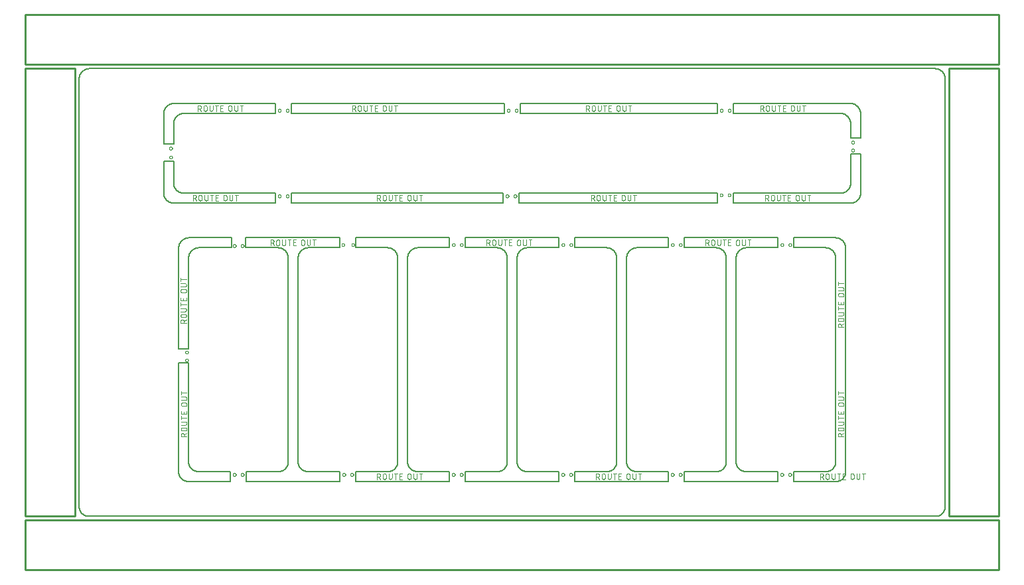
<source format=gko>
G75*
%MOIN*%
%OFA0B0*%
%FSLAX25Y25*%
%IPPOS*%
%LPD*%
%AMOC8*
5,1,8,0,0,1.08239X$1,22.5*
%
%ADD10C,0.00800*%
%ADD11C,0.00600*%
%ADD12C,0.00000*%
%ADD13C,0.00300*%
%ADD14C,0.01000*%
D10*
X0033750Y0028750D02*
X0458750Y0028750D01*
X0458890Y0028752D01*
X0459030Y0028758D01*
X0459170Y0028768D01*
X0459310Y0028781D01*
X0459449Y0028799D01*
X0459588Y0028821D01*
X0459725Y0028846D01*
X0459863Y0028875D01*
X0459999Y0028908D01*
X0460134Y0028945D01*
X0460268Y0028986D01*
X0460401Y0029031D01*
X0460533Y0029079D01*
X0460663Y0029131D01*
X0460792Y0029186D01*
X0460919Y0029245D01*
X0461045Y0029308D01*
X0461169Y0029374D01*
X0461290Y0029443D01*
X0461410Y0029516D01*
X0461528Y0029593D01*
X0461643Y0029672D01*
X0461757Y0029755D01*
X0461867Y0029841D01*
X0461976Y0029930D01*
X0462082Y0030022D01*
X0462185Y0030117D01*
X0462286Y0030214D01*
X0462383Y0030315D01*
X0462478Y0030418D01*
X0462570Y0030524D01*
X0462659Y0030633D01*
X0462745Y0030743D01*
X0462828Y0030857D01*
X0462907Y0030972D01*
X0462984Y0031090D01*
X0463057Y0031210D01*
X0463126Y0031331D01*
X0463192Y0031455D01*
X0463255Y0031581D01*
X0463314Y0031708D01*
X0463369Y0031837D01*
X0463421Y0031967D01*
X0463469Y0032099D01*
X0463514Y0032232D01*
X0463555Y0032366D01*
X0463592Y0032501D01*
X0463625Y0032637D01*
X0463654Y0032775D01*
X0463679Y0032912D01*
X0463701Y0033051D01*
X0463719Y0033190D01*
X0463732Y0033330D01*
X0463742Y0033470D01*
X0463748Y0033610D01*
X0463750Y0033750D01*
X0463750Y0248750D01*
X0463748Y0248890D01*
X0463742Y0249030D01*
X0463732Y0249170D01*
X0463719Y0249310D01*
X0463701Y0249449D01*
X0463679Y0249588D01*
X0463654Y0249725D01*
X0463625Y0249863D01*
X0463592Y0249999D01*
X0463555Y0250134D01*
X0463514Y0250268D01*
X0463469Y0250401D01*
X0463421Y0250533D01*
X0463369Y0250663D01*
X0463314Y0250792D01*
X0463255Y0250919D01*
X0463192Y0251045D01*
X0463126Y0251169D01*
X0463057Y0251290D01*
X0462984Y0251410D01*
X0462907Y0251528D01*
X0462828Y0251643D01*
X0462745Y0251757D01*
X0462659Y0251867D01*
X0462570Y0251976D01*
X0462478Y0252082D01*
X0462383Y0252185D01*
X0462286Y0252286D01*
X0462185Y0252383D01*
X0462082Y0252478D01*
X0461976Y0252570D01*
X0461867Y0252659D01*
X0461757Y0252745D01*
X0461643Y0252828D01*
X0461528Y0252907D01*
X0461410Y0252984D01*
X0461290Y0253057D01*
X0461169Y0253126D01*
X0461045Y0253192D01*
X0460919Y0253255D01*
X0460792Y0253314D01*
X0460663Y0253369D01*
X0460533Y0253421D01*
X0460401Y0253469D01*
X0460268Y0253514D01*
X0460134Y0253555D01*
X0459999Y0253592D01*
X0459863Y0253625D01*
X0459725Y0253654D01*
X0459588Y0253679D01*
X0459449Y0253701D01*
X0459310Y0253719D01*
X0459170Y0253732D01*
X0459030Y0253742D01*
X0458890Y0253748D01*
X0458750Y0253750D01*
X0033750Y0253750D01*
X0033610Y0253748D01*
X0033470Y0253742D01*
X0033330Y0253732D01*
X0033190Y0253719D01*
X0033051Y0253701D01*
X0032912Y0253679D01*
X0032775Y0253654D01*
X0032637Y0253625D01*
X0032501Y0253592D01*
X0032366Y0253555D01*
X0032232Y0253514D01*
X0032099Y0253469D01*
X0031967Y0253421D01*
X0031837Y0253369D01*
X0031708Y0253314D01*
X0031581Y0253255D01*
X0031455Y0253192D01*
X0031331Y0253126D01*
X0031210Y0253057D01*
X0031090Y0252984D01*
X0030972Y0252907D01*
X0030857Y0252828D01*
X0030743Y0252745D01*
X0030633Y0252659D01*
X0030524Y0252570D01*
X0030418Y0252478D01*
X0030315Y0252383D01*
X0030214Y0252286D01*
X0030117Y0252185D01*
X0030022Y0252082D01*
X0029930Y0251976D01*
X0029841Y0251867D01*
X0029755Y0251757D01*
X0029672Y0251643D01*
X0029593Y0251528D01*
X0029516Y0251410D01*
X0029443Y0251290D01*
X0029374Y0251169D01*
X0029308Y0251045D01*
X0029245Y0250919D01*
X0029186Y0250792D01*
X0029131Y0250663D01*
X0029079Y0250533D01*
X0029031Y0250401D01*
X0028986Y0250268D01*
X0028945Y0250134D01*
X0028908Y0249999D01*
X0028875Y0249863D01*
X0028846Y0249725D01*
X0028821Y0249588D01*
X0028799Y0249449D01*
X0028781Y0249310D01*
X0028768Y0249170D01*
X0028758Y0249030D01*
X0028752Y0248890D01*
X0028750Y0248750D01*
X0028750Y0033750D01*
X0028752Y0033610D01*
X0028758Y0033470D01*
X0028768Y0033330D01*
X0028781Y0033190D01*
X0028799Y0033051D01*
X0028821Y0032912D01*
X0028846Y0032775D01*
X0028875Y0032637D01*
X0028908Y0032501D01*
X0028945Y0032366D01*
X0028986Y0032232D01*
X0029031Y0032099D01*
X0029079Y0031967D01*
X0029131Y0031837D01*
X0029186Y0031708D01*
X0029245Y0031581D01*
X0029308Y0031455D01*
X0029374Y0031331D01*
X0029443Y0031210D01*
X0029516Y0031090D01*
X0029593Y0030972D01*
X0029672Y0030857D01*
X0029755Y0030743D01*
X0029841Y0030633D01*
X0029930Y0030524D01*
X0030022Y0030418D01*
X0030117Y0030315D01*
X0030214Y0030214D01*
X0030315Y0030117D01*
X0030418Y0030022D01*
X0030524Y0029930D01*
X0030633Y0029841D01*
X0030743Y0029755D01*
X0030857Y0029672D01*
X0030972Y0029593D01*
X0031090Y0029516D01*
X0031210Y0029443D01*
X0031331Y0029374D01*
X0031455Y0029308D01*
X0031581Y0029245D01*
X0031708Y0029186D01*
X0031837Y0029131D01*
X0031967Y0029079D01*
X0032099Y0029031D01*
X0032232Y0028986D01*
X0032366Y0028945D01*
X0032501Y0028908D01*
X0032637Y0028875D01*
X0032775Y0028846D01*
X0032912Y0028821D01*
X0033051Y0028799D01*
X0033190Y0028781D01*
X0033330Y0028768D01*
X0033470Y0028758D01*
X0033610Y0028752D01*
X0033750Y0028750D01*
X0078750Y0051250D02*
X0078750Y0105750D01*
X0083750Y0105750D01*
X0083750Y0056250D01*
X0083752Y0056110D01*
X0083758Y0055970D01*
X0083768Y0055830D01*
X0083781Y0055690D01*
X0083799Y0055551D01*
X0083821Y0055412D01*
X0083846Y0055275D01*
X0083875Y0055137D01*
X0083908Y0055001D01*
X0083945Y0054866D01*
X0083986Y0054732D01*
X0084031Y0054599D01*
X0084079Y0054467D01*
X0084131Y0054337D01*
X0084186Y0054208D01*
X0084245Y0054081D01*
X0084308Y0053955D01*
X0084374Y0053831D01*
X0084443Y0053710D01*
X0084516Y0053590D01*
X0084593Y0053472D01*
X0084672Y0053357D01*
X0084755Y0053243D01*
X0084841Y0053133D01*
X0084930Y0053024D01*
X0085022Y0052918D01*
X0085117Y0052815D01*
X0085214Y0052714D01*
X0085315Y0052617D01*
X0085418Y0052522D01*
X0085524Y0052430D01*
X0085633Y0052341D01*
X0085743Y0052255D01*
X0085857Y0052172D01*
X0085972Y0052093D01*
X0086090Y0052016D01*
X0086210Y0051943D01*
X0086331Y0051874D01*
X0086455Y0051808D01*
X0086581Y0051745D01*
X0086708Y0051686D01*
X0086837Y0051631D01*
X0086967Y0051579D01*
X0087099Y0051531D01*
X0087232Y0051486D01*
X0087366Y0051445D01*
X0087501Y0051408D01*
X0087637Y0051375D01*
X0087775Y0051346D01*
X0087912Y0051321D01*
X0088051Y0051299D01*
X0088190Y0051281D01*
X0088330Y0051268D01*
X0088470Y0051258D01*
X0088610Y0051252D01*
X0088750Y0051250D01*
X0104750Y0051250D01*
X0104750Y0046250D01*
X0112750Y0046250D02*
X0112750Y0051250D01*
X0128750Y0051250D01*
X0128890Y0051252D01*
X0129030Y0051258D01*
X0129170Y0051268D01*
X0129310Y0051281D01*
X0129449Y0051299D01*
X0129588Y0051321D01*
X0129725Y0051346D01*
X0129863Y0051375D01*
X0129999Y0051408D01*
X0130134Y0051445D01*
X0130268Y0051486D01*
X0130401Y0051531D01*
X0130533Y0051579D01*
X0130663Y0051631D01*
X0130792Y0051686D01*
X0130919Y0051745D01*
X0131045Y0051808D01*
X0131169Y0051874D01*
X0131290Y0051943D01*
X0131410Y0052016D01*
X0131528Y0052093D01*
X0131643Y0052172D01*
X0131757Y0052255D01*
X0131867Y0052341D01*
X0131976Y0052430D01*
X0132082Y0052522D01*
X0132185Y0052617D01*
X0132286Y0052714D01*
X0132383Y0052815D01*
X0132478Y0052918D01*
X0132570Y0053024D01*
X0132659Y0053133D01*
X0132745Y0053243D01*
X0132828Y0053357D01*
X0132907Y0053472D01*
X0132984Y0053590D01*
X0133057Y0053710D01*
X0133126Y0053831D01*
X0133192Y0053955D01*
X0133255Y0054081D01*
X0133314Y0054208D01*
X0133369Y0054337D01*
X0133421Y0054467D01*
X0133469Y0054599D01*
X0133514Y0054732D01*
X0133555Y0054866D01*
X0133592Y0055001D01*
X0133625Y0055137D01*
X0133654Y0055275D01*
X0133679Y0055412D01*
X0133701Y0055551D01*
X0133719Y0055690D01*
X0133732Y0055830D01*
X0133742Y0055970D01*
X0133748Y0056110D01*
X0133750Y0056250D01*
X0133750Y0158750D01*
X0133748Y0158890D01*
X0133742Y0159030D01*
X0133732Y0159170D01*
X0133719Y0159310D01*
X0133701Y0159449D01*
X0133679Y0159588D01*
X0133654Y0159725D01*
X0133625Y0159863D01*
X0133592Y0159999D01*
X0133555Y0160134D01*
X0133514Y0160268D01*
X0133469Y0160401D01*
X0133421Y0160533D01*
X0133369Y0160663D01*
X0133314Y0160792D01*
X0133255Y0160919D01*
X0133192Y0161045D01*
X0133126Y0161169D01*
X0133057Y0161290D01*
X0132984Y0161410D01*
X0132907Y0161528D01*
X0132828Y0161643D01*
X0132745Y0161757D01*
X0132659Y0161867D01*
X0132570Y0161976D01*
X0132478Y0162082D01*
X0132383Y0162185D01*
X0132286Y0162286D01*
X0132185Y0162383D01*
X0132082Y0162478D01*
X0131976Y0162570D01*
X0131867Y0162659D01*
X0131757Y0162745D01*
X0131643Y0162828D01*
X0131528Y0162907D01*
X0131410Y0162984D01*
X0131290Y0163057D01*
X0131169Y0163126D01*
X0131045Y0163192D01*
X0130919Y0163255D01*
X0130792Y0163314D01*
X0130663Y0163369D01*
X0130533Y0163421D01*
X0130401Y0163469D01*
X0130268Y0163514D01*
X0130134Y0163555D01*
X0129999Y0163592D01*
X0129863Y0163625D01*
X0129725Y0163654D01*
X0129588Y0163679D01*
X0129449Y0163701D01*
X0129310Y0163719D01*
X0129170Y0163732D01*
X0129030Y0163742D01*
X0128890Y0163748D01*
X0128750Y0163750D01*
X0112250Y0163750D01*
X0112250Y0168750D01*
X0159750Y0168750D01*
X0159750Y0163750D01*
X0143750Y0163750D01*
X0143610Y0163748D01*
X0143470Y0163742D01*
X0143330Y0163732D01*
X0143190Y0163719D01*
X0143051Y0163701D01*
X0142912Y0163679D01*
X0142775Y0163654D01*
X0142637Y0163625D01*
X0142501Y0163592D01*
X0142366Y0163555D01*
X0142232Y0163514D01*
X0142099Y0163469D01*
X0141967Y0163421D01*
X0141837Y0163369D01*
X0141708Y0163314D01*
X0141581Y0163255D01*
X0141455Y0163192D01*
X0141331Y0163126D01*
X0141210Y0163057D01*
X0141090Y0162984D01*
X0140972Y0162907D01*
X0140857Y0162828D01*
X0140743Y0162745D01*
X0140633Y0162659D01*
X0140524Y0162570D01*
X0140418Y0162478D01*
X0140315Y0162383D01*
X0140214Y0162286D01*
X0140117Y0162185D01*
X0140022Y0162082D01*
X0139930Y0161976D01*
X0139841Y0161867D01*
X0139755Y0161757D01*
X0139672Y0161643D01*
X0139593Y0161528D01*
X0139516Y0161410D01*
X0139443Y0161290D01*
X0139374Y0161169D01*
X0139308Y0161045D01*
X0139245Y0160919D01*
X0139186Y0160792D01*
X0139131Y0160663D01*
X0139079Y0160533D01*
X0139031Y0160401D01*
X0138986Y0160268D01*
X0138945Y0160134D01*
X0138908Y0159999D01*
X0138875Y0159863D01*
X0138846Y0159725D01*
X0138821Y0159588D01*
X0138799Y0159449D01*
X0138781Y0159310D01*
X0138768Y0159170D01*
X0138758Y0159030D01*
X0138752Y0158890D01*
X0138750Y0158750D01*
X0138750Y0056250D01*
X0138752Y0056110D01*
X0138758Y0055970D01*
X0138768Y0055830D01*
X0138781Y0055690D01*
X0138799Y0055551D01*
X0138821Y0055412D01*
X0138846Y0055275D01*
X0138875Y0055137D01*
X0138908Y0055001D01*
X0138945Y0054866D01*
X0138986Y0054732D01*
X0139031Y0054599D01*
X0139079Y0054467D01*
X0139131Y0054337D01*
X0139186Y0054208D01*
X0139245Y0054081D01*
X0139308Y0053955D01*
X0139374Y0053831D01*
X0139443Y0053710D01*
X0139516Y0053590D01*
X0139593Y0053472D01*
X0139672Y0053357D01*
X0139755Y0053243D01*
X0139841Y0053133D01*
X0139930Y0053024D01*
X0140022Y0052918D01*
X0140117Y0052815D01*
X0140214Y0052714D01*
X0140315Y0052617D01*
X0140418Y0052522D01*
X0140524Y0052430D01*
X0140633Y0052341D01*
X0140743Y0052255D01*
X0140857Y0052172D01*
X0140972Y0052093D01*
X0141090Y0052016D01*
X0141210Y0051943D01*
X0141331Y0051874D01*
X0141455Y0051808D01*
X0141581Y0051745D01*
X0141708Y0051686D01*
X0141837Y0051631D01*
X0141967Y0051579D01*
X0142099Y0051531D01*
X0142232Y0051486D01*
X0142366Y0051445D01*
X0142501Y0051408D01*
X0142637Y0051375D01*
X0142775Y0051346D01*
X0142912Y0051321D01*
X0143051Y0051299D01*
X0143190Y0051281D01*
X0143330Y0051268D01*
X0143470Y0051258D01*
X0143610Y0051252D01*
X0143750Y0051250D01*
X0159750Y0051250D01*
X0159750Y0046250D01*
X0112750Y0046250D01*
X0167750Y0046250D02*
X0214750Y0046250D01*
X0214750Y0051250D01*
X0198750Y0051250D01*
X0198610Y0051252D01*
X0198470Y0051258D01*
X0198330Y0051268D01*
X0198190Y0051281D01*
X0198051Y0051299D01*
X0197912Y0051321D01*
X0197775Y0051346D01*
X0197637Y0051375D01*
X0197501Y0051408D01*
X0197366Y0051445D01*
X0197232Y0051486D01*
X0197099Y0051531D01*
X0196967Y0051579D01*
X0196837Y0051631D01*
X0196708Y0051686D01*
X0196581Y0051745D01*
X0196455Y0051808D01*
X0196331Y0051874D01*
X0196210Y0051943D01*
X0196090Y0052016D01*
X0195972Y0052093D01*
X0195857Y0052172D01*
X0195743Y0052255D01*
X0195633Y0052341D01*
X0195524Y0052430D01*
X0195418Y0052522D01*
X0195315Y0052617D01*
X0195214Y0052714D01*
X0195117Y0052815D01*
X0195022Y0052918D01*
X0194930Y0053024D01*
X0194841Y0053133D01*
X0194755Y0053243D01*
X0194672Y0053357D01*
X0194593Y0053472D01*
X0194516Y0053590D01*
X0194443Y0053710D01*
X0194374Y0053831D01*
X0194308Y0053955D01*
X0194245Y0054081D01*
X0194186Y0054208D01*
X0194131Y0054337D01*
X0194079Y0054467D01*
X0194031Y0054599D01*
X0193986Y0054732D01*
X0193945Y0054866D01*
X0193908Y0055001D01*
X0193875Y0055137D01*
X0193846Y0055275D01*
X0193821Y0055412D01*
X0193799Y0055551D01*
X0193781Y0055690D01*
X0193768Y0055830D01*
X0193758Y0055970D01*
X0193752Y0056110D01*
X0193750Y0056250D01*
X0193750Y0158750D01*
X0188750Y0158750D02*
X0188750Y0056250D01*
X0188748Y0056110D01*
X0188742Y0055970D01*
X0188732Y0055830D01*
X0188719Y0055690D01*
X0188701Y0055551D01*
X0188679Y0055412D01*
X0188654Y0055275D01*
X0188625Y0055137D01*
X0188592Y0055001D01*
X0188555Y0054866D01*
X0188514Y0054732D01*
X0188469Y0054599D01*
X0188421Y0054467D01*
X0188369Y0054337D01*
X0188314Y0054208D01*
X0188255Y0054081D01*
X0188192Y0053955D01*
X0188126Y0053831D01*
X0188057Y0053710D01*
X0187984Y0053590D01*
X0187907Y0053472D01*
X0187828Y0053357D01*
X0187745Y0053243D01*
X0187659Y0053133D01*
X0187570Y0053024D01*
X0187478Y0052918D01*
X0187383Y0052815D01*
X0187286Y0052714D01*
X0187185Y0052617D01*
X0187082Y0052522D01*
X0186976Y0052430D01*
X0186867Y0052341D01*
X0186757Y0052255D01*
X0186643Y0052172D01*
X0186528Y0052093D01*
X0186410Y0052016D01*
X0186290Y0051943D01*
X0186169Y0051874D01*
X0186045Y0051808D01*
X0185919Y0051745D01*
X0185792Y0051686D01*
X0185663Y0051631D01*
X0185533Y0051579D01*
X0185401Y0051531D01*
X0185268Y0051486D01*
X0185134Y0051445D01*
X0184999Y0051408D01*
X0184863Y0051375D01*
X0184725Y0051346D01*
X0184588Y0051321D01*
X0184449Y0051299D01*
X0184310Y0051281D01*
X0184170Y0051268D01*
X0184030Y0051258D01*
X0183890Y0051252D01*
X0183750Y0051250D01*
X0167750Y0051250D01*
X0167750Y0046250D01*
X0222750Y0046250D02*
X0269750Y0046250D01*
X0269750Y0051250D01*
X0253750Y0051250D01*
X0253610Y0051252D01*
X0253470Y0051258D01*
X0253330Y0051268D01*
X0253190Y0051281D01*
X0253051Y0051299D01*
X0252912Y0051321D01*
X0252775Y0051346D01*
X0252637Y0051375D01*
X0252501Y0051408D01*
X0252366Y0051445D01*
X0252232Y0051486D01*
X0252099Y0051531D01*
X0251967Y0051579D01*
X0251837Y0051631D01*
X0251708Y0051686D01*
X0251581Y0051745D01*
X0251455Y0051808D01*
X0251331Y0051874D01*
X0251210Y0051943D01*
X0251090Y0052016D01*
X0250972Y0052093D01*
X0250857Y0052172D01*
X0250743Y0052255D01*
X0250633Y0052341D01*
X0250524Y0052430D01*
X0250418Y0052522D01*
X0250315Y0052617D01*
X0250214Y0052714D01*
X0250117Y0052815D01*
X0250022Y0052918D01*
X0249930Y0053024D01*
X0249841Y0053133D01*
X0249755Y0053243D01*
X0249672Y0053357D01*
X0249593Y0053472D01*
X0249516Y0053590D01*
X0249443Y0053710D01*
X0249374Y0053831D01*
X0249308Y0053955D01*
X0249245Y0054081D01*
X0249186Y0054208D01*
X0249131Y0054337D01*
X0249079Y0054467D01*
X0249031Y0054599D01*
X0248986Y0054732D01*
X0248945Y0054866D01*
X0248908Y0055001D01*
X0248875Y0055137D01*
X0248846Y0055275D01*
X0248821Y0055412D01*
X0248799Y0055551D01*
X0248781Y0055690D01*
X0248768Y0055830D01*
X0248758Y0055970D01*
X0248752Y0056110D01*
X0248750Y0056250D01*
X0248750Y0158750D01*
X0243750Y0158750D02*
X0243750Y0056250D01*
X0243748Y0056110D01*
X0243742Y0055970D01*
X0243732Y0055830D01*
X0243719Y0055690D01*
X0243701Y0055551D01*
X0243679Y0055412D01*
X0243654Y0055275D01*
X0243625Y0055137D01*
X0243592Y0055001D01*
X0243555Y0054866D01*
X0243514Y0054732D01*
X0243469Y0054599D01*
X0243421Y0054467D01*
X0243369Y0054337D01*
X0243314Y0054208D01*
X0243255Y0054081D01*
X0243192Y0053955D01*
X0243126Y0053831D01*
X0243057Y0053710D01*
X0242984Y0053590D01*
X0242907Y0053472D01*
X0242828Y0053357D01*
X0242745Y0053243D01*
X0242659Y0053133D01*
X0242570Y0053024D01*
X0242478Y0052918D01*
X0242383Y0052815D01*
X0242286Y0052714D01*
X0242185Y0052617D01*
X0242082Y0052522D01*
X0241976Y0052430D01*
X0241867Y0052341D01*
X0241757Y0052255D01*
X0241643Y0052172D01*
X0241528Y0052093D01*
X0241410Y0052016D01*
X0241290Y0051943D01*
X0241169Y0051874D01*
X0241045Y0051808D01*
X0240919Y0051745D01*
X0240792Y0051686D01*
X0240663Y0051631D01*
X0240533Y0051579D01*
X0240401Y0051531D01*
X0240268Y0051486D01*
X0240134Y0051445D01*
X0239999Y0051408D01*
X0239863Y0051375D01*
X0239725Y0051346D01*
X0239588Y0051321D01*
X0239449Y0051299D01*
X0239310Y0051281D01*
X0239170Y0051268D01*
X0239030Y0051258D01*
X0238890Y0051252D01*
X0238750Y0051250D01*
X0222750Y0051250D01*
X0222750Y0046250D01*
X0277750Y0046250D02*
X0324750Y0046250D01*
X0324750Y0051250D01*
X0308750Y0051250D01*
X0308610Y0051252D01*
X0308470Y0051258D01*
X0308330Y0051268D01*
X0308190Y0051281D01*
X0308051Y0051299D01*
X0307912Y0051321D01*
X0307775Y0051346D01*
X0307637Y0051375D01*
X0307501Y0051408D01*
X0307366Y0051445D01*
X0307232Y0051486D01*
X0307099Y0051531D01*
X0306967Y0051579D01*
X0306837Y0051631D01*
X0306708Y0051686D01*
X0306581Y0051745D01*
X0306455Y0051808D01*
X0306331Y0051874D01*
X0306210Y0051943D01*
X0306090Y0052016D01*
X0305972Y0052093D01*
X0305857Y0052172D01*
X0305743Y0052255D01*
X0305633Y0052341D01*
X0305524Y0052430D01*
X0305418Y0052522D01*
X0305315Y0052617D01*
X0305214Y0052714D01*
X0305117Y0052815D01*
X0305022Y0052918D01*
X0304930Y0053024D01*
X0304841Y0053133D01*
X0304755Y0053243D01*
X0304672Y0053357D01*
X0304593Y0053472D01*
X0304516Y0053590D01*
X0304443Y0053710D01*
X0304374Y0053831D01*
X0304308Y0053955D01*
X0304245Y0054081D01*
X0304186Y0054208D01*
X0304131Y0054337D01*
X0304079Y0054467D01*
X0304031Y0054599D01*
X0303986Y0054732D01*
X0303945Y0054866D01*
X0303908Y0055001D01*
X0303875Y0055137D01*
X0303846Y0055275D01*
X0303821Y0055412D01*
X0303799Y0055551D01*
X0303781Y0055690D01*
X0303768Y0055830D01*
X0303758Y0055970D01*
X0303752Y0056110D01*
X0303750Y0056250D01*
X0303750Y0158750D01*
X0298750Y0158750D02*
X0298750Y0056250D01*
X0298748Y0056110D01*
X0298742Y0055970D01*
X0298732Y0055830D01*
X0298719Y0055690D01*
X0298701Y0055551D01*
X0298679Y0055412D01*
X0298654Y0055275D01*
X0298625Y0055137D01*
X0298592Y0055001D01*
X0298555Y0054866D01*
X0298514Y0054732D01*
X0298469Y0054599D01*
X0298421Y0054467D01*
X0298369Y0054337D01*
X0298314Y0054208D01*
X0298255Y0054081D01*
X0298192Y0053955D01*
X0298126Y0053831D01*
X0298057Y0053710D01*
X0297984Y0053590D01*
X0297907Y0053472D01*
X0297828Y0053357D01*
X0297745Y0053243D01*
X0297659Y0053133D01*
X0297570Y0053024D01*
X0297478Y0052918D01*
X0297383Y0052815D01*
X0297286Y0052714D01*
X0297185Y0052617D01*
X0297082Y0052522D01*
X0296976Y0052430D01*
X0296867Y0052341D01*
X0296757Y0052255D01*
X0296643Y0052172D01*
X0296528Y0052093D01*
X0296410Y0052016D01*
X0296290Y0051943D01*
X0296169Y0051874D01*
X0296045Y0051808D01*
X0295919Y0051745D01*
X0295792Y0051686D01*
X0295663Y0051631D01*
X0295533Y0051579D01*
X0295401Y0051531D01*
X0295268Y0051486D01*
X0295134Y0051445D01*
X0294999Y0051408D01*
X0294863Y0051375D01*
X0294725Y0051346D01*
X0294588Y0051321D01*
X0294449Y0051299D01*
X0294310Y0051281D01*
X0294170Y0051268D01*
X0294030Y0051258D01*
X0293890Y0051252D01*
X0293750Y0051250D01*
X0277750Y0051250D01*
X0277750Y0046250D01*
X0332750Y0046250D02*
X0379750Y0046250D01*
X0379750Y0051250D01*
X0363750Y0051250D01*
X0363610Y0051252D01*
X0363470Y0051258D01*
X0363330Y0051268D01*
X0363190Y0051281D01*
X0363051Y0051299D01*
X0362912Y0051321D01*
X0362775Y0051346D01*
X0362637Y0051375D01*
X0362501Y0051408D01*
X0362366Y0051445D01*
X0362232Y0051486D01*
X0362099Y0051531D01*
X0361967Y0051579D01*
X0361837Y0051631D01*
X0361708Y0051686D01*
X0361581Y0051745D01*
X0361455Y0051808D01*
X0361331Y0051874D01*
X0361210Y0051943D01*
X0361090Y0052016D01*
X0360972Y0052093D01*
X0360857Y0052172D01*
X0360743Y0052255D01*
X0360633Y0052341D01*
X0360524Y0052430D01*
X0360418Y0052522D01*
X0360315Y0052617D01*
X0360214Y0052714D01*
X0360117Y0052815D01*
X0360022Y0052918D01*
X0359930Y0053024D01*
X0359841Y0053133D01*
X0359755Y0053243D01*
X0359672Y0053357D01*
X0359593Y0053472D01*
X0359516Y0053590D01*
X0359443Y0053710D01*
X0359374Y0053831D01*
X0359308Y0053955D01*
X0359245Y0054081D01*
X0359186Y0054208D01*
X0359131Y0054337D01*
X0359079Y0054467D01*
X0359031Y0054599D01*
X0358986Y0054732D01*
X0358945Y0054866D01*
X0358908Y0055001D01*
X0358875Y0055137D01*
X0358846Y0055275D01*
X0358821Y0055412D01*
X0358799Y0055551D01*
X0358781Y0055690D01*
X0358768Y0055830D01*
X0358758Y0055970D01*
X0358752Y0056110D01*
X0358750Y0056250D01*
X0358750Y0158750D01*
X0353750Y0158750D02*
X0353750Y0056250D01*
X0353748Y0056110D01*
X0353742Y0055970D01*
X0353732Y0055830D01*
X0353719Y0055690D01*
X0353701Y0055551D01*
X0353679Y0055412D01*
X0353654Y0055275D01*
X0353625Y0055137D01*
X0353592Y0055001D01*
X0353555Y0054866D01*
X0353514Y0054732D01*
X0353469Y0054599D01*
X0353421Y0054467D01*
X0353369Y0054337D01*
X0353314Y0054208D01*
X0353255Y0054081D01*
X0353192Y0053955D01*
X0353126Y0053831D01*
X0353057Y0053710D01*
X0352984Y0053590D01*
X0352907Y0053472D01*
X0352828Y0053357D01*
X0352745Y0053243D01*
X0352659Y0053133D01*
X0352570Y0053024D01*
X0352478Y0052918D01*
X0352383Y0052815D01*
X0352286Y0052714D01*
X0352185Y0052617D01*
X0352082Y0052522D01*
X0351976Y0052430D01*
X0351867Y0052341D01*
X0351757Y0052255D01*
X0351643Y0052172D01*
X0351528Y0052093D01*
X0351410Y0052016D01*
X0351290Y0051943D01*
X0351169Y0051874D01*
X0351045Y0051808D01*
X0350919Y0051745D01*
X0350792Y0051686D01*
X0350663Y0051631D01*
X0350533Y0051579D01*
X0350401Y0051531D01*
X0350268Y0051486D01*
X0350134Y0051445D01*
X0349999Y0051408D01*
X0349863Y0051375D01*
X0349725Y0051346D01*
X0349588Y0051321D01*
X0349449Y0051299D01*
X0349310Y0051281D01*
X0349170Y0051268D01*
X0349030Y0051258D01*
X0348890Y0051252D01*
X0348750Y0051250D01*
X0332750Y0051250D01*
X0332750Y0046250D01*
X0387750Y0046250D02*
X0408750Y0046250D01*
X0408890Y0046252D01*
X0409030Y0046258D01*
X0409170Y0046268D01*
X0409310Y0046281D01*
X0409449Y0046299D01*
X0409588Y0046321D01*
X0409725Y0046346D01*
X0409863Y0046375D01*
X0409999Y0046408D01*
X0410134Y0046445D01*
X0410268Y0046486D01*
X0410401Y0046531D01*
X0410533Y0046579D01*
X0410663Y0046631D01*
X0410792Y0046686D01*
X0410919Y0046745D01*
X0411045Y0046808D01*
X0411169Y0046874D01*
X0411290Y0046943D01*
X0411410Y0047016D01*
X0411528Y0047093D01*
X0411643Y0047172D01*
X0411757Y0047255D01*
X0411867Y0047341D01*
X0411976Y0047430D01*
X0412082Y0047522D01*
X0412185Y0047617D01*
X0412286Y0047714D01*
X0412383Y0047815D01*
X0412478Y0047918D01*
X0412570Y0048024D01*
X0412659Y0048133D01*
X0412745Y0048243D01*
X0412828Y0048357D01*
X0412907Y0048472D01*
X0412984Y0048590D01*
X0413057Y0048710D01*
X0413126Y0048831D01*
X0413192Y0048955D01*
X0413255Y0049081D01*
X0413314Y0049208D01*
X0413369Y0049337D01*
X0413421Y0049467D01*
X0413469Y0049599D01*
X0413514Y0049732D01*
X0413555Y0049866D01*
X0413592Y0050001D01*
X0413625Y0050137D01*
X0413654Y0050275D01*
X0413679Y0050412D01*
X0413701Y0050551D01*
X0413719Y0050690D01*
X0413732Y0050830D01*
X0413742Y0050970D01*
X0413748Y0051110D01*
X0413750Y0051250D01*
X0413750Y0163750D01*
X0413748Y0163890D01*
X0413742Y0164030D01*
X0413732Y0164170D01*
X0413719Y0164310D01*
X0413701Y0164449D01*
X0413679Y0164588D01*
X0413654Y0164725D01*
X0413625Y0164863D01*
X0413592Y0164999D01*
X0413555Y0165134D01*
X0413514Y0165268D01*
X0413469Y0165401D01*
X0413421Y0165533D01*
X0413369Y0165663D01*
X0413314Y0165792D01*
X0413255Y0165919D01*
X0413192Y0166045D01*
X0413126Y0166169D01*
X0413057Y0166290D01*
X0412984Y0166410D01*
X0412907Y0166528D01*
X0412828Y0166643D01*
X0412745Y0166757D01*
X0412659Y0166867D01*
X0412570Y0166976D01*
X0412478Y0167082D01*
X0412383Y0167185D01*
X0412286Y0167286D01*
X0412185Y0167383D01*
X0412082Y0167478D01*
X0411976Y0167570D01*
X0411867Y0167659D01*
X0411757Y0167745D01*
X0411643Y0167828D01*
X0411528Y0167907D01*
X0411410Y0167984D01*
X0411290Y0168057D01*
X0411169Y0168126D01*
X0411045Y0168192D01*
X0410919Y0168255D01*
X0410792Y0168314D01*
X0410663Y0168369D01*
X0410533Y0168421D01*
X0410401Y0168469D01*
X0410268Y0168514D01*
X0410134Y0168555D01*
X0409999Y0168592D01*
X0409863Y0168625D01*
X0409725Y0168654D01*
X0409588Y0168679D01*
X0409449Y0168701D01*
X0409310Y0168719D01*
X0409170Y0168732D01*
X0409030Y0168742D01*
X0408890Y0168748D01*
X0408750Y0168750D01*
X0387750Y0168750D01*
X0387750Y0163750D01*
X0403750Y0163750D01*
X0403890Y0163748D01*
X0404030Y0163742D01*
X0404170Y0163732D01*
X0404310Y0163719D01*
X0404449Y0163701D01*
X0404588Y0163679D01*
X0404725Y0163654D01*
X0404863Y0163625D01*
X0404999Y0163592D01*
X0405134Y0163555D01*
X0405268Y0163514D01*
X0405401Y0163469D01*
X0405533Y0163421D01*
X0405663Y0163369D01*
X0405792Y0163314D01*
X0405919Y0163255D01*
X0406045Y0163192D01*
X0406169Y0163126D01*
X0406290Y0163057D01*
X0406410Y0162984D01*
X0406528Y0162907D01*
X0406643Y0162828D01*
X0406757Y0162745D01*
X0406867Y0162659D01*
X0406976Y0162570D01*
X0407082Y0162478D01*
X0407185Y0162383D01*
X0407286Y0162286D01*
X0407383Y0162185D01*
X0407478Y0162082D01*
X0407570Y0161976D01*
X0407659Y0161867D01*
X0407745Y0161757D01*
X0407828Y0161643D01*
X0407907Y0161528D01*
X0407984Y0161410D01*
X0408057Y0161290D01*
X0408126Y0161169D01*
X0408192Y0161045D01*
X0408255Y0160919D01*
X0408314Y0160792D01*
X0408369Y0160663D01*
X0408421Y0160533D01*
X0408469Y0160401D01*
X0408514Y0160268D01*
X0408555Y0160134D01*
X0408592Y0159999D01*
X0408625Y0159863D01*
X0408654Y0159725D01*
X0408679Y0159588D01*
X0408701Y0159449D01*
X0408719Y0159310D01*
X0408732Y0159170D01*
X0408742Y0159030D01*
X0408748Y0158890D01*
X0408750Y0158750D01*
X0408750Y0056250D01*
X0408748Y0056110D01*
X0408742Y0055970D01*
X0408732Y0055830D01*
X0408719Y0055690D01*
X0408701Y0055551D01*
X0408679Y0055412D01*
X0408654Y0055275D01*
X0408625Y0055137D01*
X0408592Y0055001D01*
X0408555Y0054866D01*
X0408514Y0054732D01*
X0408469Y0054599D01*
X0408421Y0054467D01*
X0408369Y0054337D01*
X0408314Y0054208D01*
X0408255Y0054081D01*
X0408192Y0053955D01*
X0408126Y0053831D01*
X0408057Y0053710D01*
X0407984Y0053590D01*
X0407907Y0053472D01*
X0407828Y0053357D01*
X0407745Y0053243D01*
X0407659Y0053133D01*
X0407570Y0053024D01*
X0407478Y0052918D01*
X0407383Y0052815D01*
X0407286Y0052714D01*
X0407185Y0052617D01*
X0407082Y0052522D01*
X0406976Y0052430D01*
X0406867Y0052341D01*
X0406757Y0052255D01*
X0406643Y0052172D01*
X0406528Y0052093D01*
X0406410Y0052016D01*
X0406290Y0051943D01*
X0406169Y0051874D01*
X0406045Y0051808D01*
X0405919Y0051745D01*
X0405792Y0051686D01*
X0405663Y0051631D01*
X0405533Y0051579D01*
X0405401Y0051531D01*
X0405268Y0051486D01*
X0405134Y0051445D01*
X0404999Y0051408D01*
X0404863Y0051375D01*
X0404725Y0051346D01*
X0404588Y0051321D01*
X0404449Y0051299D01*
X0404310Y0051281D01*
X0404170Y0051268D01*
X0404030Y0051258D01*
X0403890Y0051252D01*
X0403750Y0051250D01*
X0387750Y0051250D01*
X0387750Y0046250D01*
X0358750Y0158750D02*
X0358752Y0158890D01*
X0358758Y0159030D01*
X0358768Y0159170D01*
X0358781Y0159310D01*
X0358799Y0159449D01*
X0358821Y0159588D01*
X0358846Y0159725D01*
X0358875Y0159863D01*
X0358908Y0159999D01*
X0358945Y0160134D01*
X0358986Y0160268D01*
X0359031Y0160401D01*
X0359079Y0160533D01*
X0359131Y0160663D01*
X0359186Y0160792D01*
X0359245Y0160919D01*
X0359308Y0161045D01*
X0359374Y0161169D01*
X0359443Y0161290D01*
X0359516Y0161410D01*
X0359593Y0161528D01*
X0359672Y0161643D01*
X0359755Y0161757D01*
X0359841Y0161867D01*
X0359930Y0161976D01*
X0360022Y0162082D01*
X0360117Y0162185D01*
X0360214Y0162286D01*
X0360315Y0162383D01*
X0360418Y0162478D01*
X0360524Y0162570D01*
X0360633Y0162659D01*
X0360743Y0162745D01*
X0360857Y0162828D01*
X0360972Y0162907D01*
X0361090Y0162984D01*
X0361210Y0163057D01*
X0361331Y0163126D01*
X0361455Y0163192D01*
X0361581Y0163255D01*
X0361708Y0163314D01*
X0361837Y0163369D01*
X0361967Y0163421D01*
X0362099Y0163469D01*
X0362232Y0163514D01*
X0362366Y0163555D01*
X0362501Y0163592D01*
X0362637Y0163625D01*
X0362775Y0163654D01*
X0362912Y0163679D01*
X0363051Y0163701D01*
X0363190Y0163719D01*
X0363330Y0163732D01*
X0363470Y0163742D01*
X0363610Y0163748D01*
X0363750Y0163750D01*
X0379750Y0163750D01*
X0379750Y0168750D01*
X0332750Y0168750D01*
X0332750Y0163750D01*
X0348750Y0163750D01*
X0348890Y0163748D01*
X0349030Y0163742D01*
X0349170Y0163732D01*
X0349310Y0163719D01*
X0349449Y0163701D01*
X0349588Y0163679D01*
X0349725Y0163654D01*
X0349863Y0163625D01*
X0349999Y0163592D01*
X0350134Y0163555D01*
X0350268Y0163514D01*
X0350401Y0163469D01*
X0350533Y0163421D01*
X0350663Y0163369D01*
X0350792Y0163314D01*
X0350919Y0163255D01*
X0351045Y0163192D01*
X0351169Y0163126D01*
X0351290Y0163057D01*
X0351410Y0162984D01*
X0351528Y0162907D01*
X0351643Y0162828D01*
X0351757Y0162745D01*
X0351867Y0162659D01*
X0351976Y0162570D01*
X0352082Y0162478D01*
X0352185Y0162383D01*
X0352286Y0162286D01*
X0352383Y0162185D01*
X0352478Y0162082D01*
X0352570Y0161976D01*
X0352659Y0161867D01*
X0352745Y0161757D01*
X0352828Y0161643D01*
X0352907Y0161528D01*
X0352984Y0161410D01*
X0353057Y0161290D01*
X0353126Y0161169D01*
X0353192Y0161045D01*
X0353255Y0160919D01*
X0353314Y0160792D01*
X0353369Y0160663D01*
X0353421Y0160533D01*
X0353469Y0160401D01*
X0353514Y0160268D01*
X0353555Y0160134D01*
X0353592Y0159999D01*
X0353625Y0159863D01*
X0353654Y0159725D01*
X0353679Y0159588D01*
X0353701Y0159449D01*
X0353719Y0159310D01*
X0353732Y0159170D01*
X0353742Y0159030D01*
X0353748Y0158890D01*
X0353750Y0158750D01*
X0324750Y0163750D02*
X0308750Y0163750D01*
X0308610Y0163748D01*
X0308470Y0163742D01*
X0308330Y0163732D01*
X0308190Y0163719D01*
X0308051Y0163701D01*
X0307912Y0163679D01*
X0307775Y0163654D01*
X0307637Y0163625D01*
X0307501Y0163592D01*
X0307366Y0163555D01*
X0307232Y0163514D01*
X0307099Y0163469D01*
X0306967Y0163421D01*
X0306837Y0163369D01*
X0306708Y0163314D01*
X0306581Y0163255D01*
X0306455Y0163192D01*
X0306331Y0163126D01*
X0306210Y0163057D01*
X0306090Y0162984D01*
X0305972Y0162907D01*
X0305857Y0162828D01*
X0305743Y0162745D01*
X0305633Y0162659D01*
X0305524Y0162570D01*
X0305418Y0162478D01*
X0305315Y0162383D01*
X0305214Y0162286D01*
X0305117Y0162185D01*
X0305022Y0162082D01*
X0304930Y0161976D01*
X0304841Y0161867D01*
X0304755Y0161757D01*
X0304672Y0161643D01*
X0304593Y0161528D01*
X0304516Y0161410D01*
X0304443Y0161290D01*
X0304374Y0161169D01*
X0304308Y0161045D01*
X0304245Y0160919D01*
X0304186Y0160792D01*
X0304131Y0160663D01*
X0304079Y0160533D01*
X0304031Y0160401D01*
X0303986Y0160268D01*
X0303945Y0160134D01*
X0303908Y0159999D01*
X0303875Y0159863D01*
X0303846Y0159725D01*
X0303821Y0159588D01*
X0303799Y0159449D01*
X0303781Y0159310D01*
X0303768Y0159170D01*
X0303758Y0159030D01*
X0303752Y0158890D01*
X0303750Y0158750D01*
X0298750Y0158750D02*
X0298748Y0158890D01*
X0298742Y0159030D01*
X0298732Y0159170D01*
X0298719Y0159310D01*
X0298701Y0159449D01*
X0298679Y0159588D01*
X0298654Y0159725D01*
X0298625Y0159863D01*
X0298592Y0159999D01*
X0298555Y0160134D01*
X0298514Y0160268D01*
X0298469Y0160401D01*
X0298421Y0160533D01*
X0298369Y0160663D01*
X0298314Y0160792D01*
X0298255Y0160919D01*
X0298192Y0161045D01*
X0298126Y0161169D01*
X0298057Y0161290D01*
X0297984Y0161410D01*
X0297907Y0161528D01*
X0297828Y0161643D01*
X0297745Y0161757D01*
X0297659Y0161867D01*
X0297570Y0161976D01*
X0297478Y0162082D01*
X0297383Y0162185D01*
X0297286Y0162286D01*
X0297185Y0162383D01*
X0297082Y0162478D01*
X0296976Y0162570D01*
X0296867Y0162659D01*
X0296757Y0162745D01*
X0296643Y0162828D01*
X0296528Y0162907D01*
X0296410Y0162984D01*
X0296290Y0163057D01*
X0296169Y0163126D01*
X0296045Y0163192D01*
X0295919Y0163255D01*
X0295792Y0163314D01*
X0295663Y0163369D01*
X0295533Y0163421D01*
X0295401Y0163469D01*
X0295268Y0163514D01*
X0295134Y0163555D01*
X0294999Y0163592D01*
X0294863Y0163625D01*
X0294725Y0163654D01*
X0294588Y0163679D01*
X0294449Y0163701D01*
X0294310Y0163719D01*
X0294170Y0163732D01*
X0294030Y0163742D01*
X0293890Y0163748D01*
X0293750Y0163750D01*
X0277750Y0163750D01*
X0277750Y0168750D01*
X0324750Y0168750D01*
X0324750Y0163750D01*
X0349250Y0186250D02*
X0349250Y0191250D01*
X0249750Y0191250D01*
X0249750Y0186250D01*
X0349250Y0186250D01*
X0357250Y0186250D02*
X0357250Y0191250D01*
X0411250Y0191250D01*
X0411390Y0191252D01*
X0411530Y0191258D01*
X0411670Y0191268D01*
X0411810Y0191281D01*
X0411949Y0191299D01*
X0412088Y0191321D01*
X0412225Y0191346D01*
X0412363Y0191375D01*
X0412499Y0191408D01*
X0412634Y0191445D01*
X0412768Y0191486D01*
X0412901Y0191531D01*
X0413033Y0191579D01*
X0413163Y0191631D01*
X0413292Y0191686D01*
X0413419Y0191745D01*
X0413545Y0191808D01*
X0413669Y0191874D01*
X0413790Y0191943D01*
X0413910Y0192016D01*
X0414028Y0192093D01*
X0414143Y0192172D01*
X0414257Y0192255D01*
X0414367Y0192341D01*
X0414476Y0192430D01*
X0414582Y0192522D01*
X0414685Y0192617D01*
X0414786Y0192714D01*
X0414883Y0192815D01*
X0414978Y0192918D01*
X0415070Y0193024D01*
X0415159Y0193133D01*
X0415245Y0193243D01*
X0415328Y0193357D01*
X0415407Y0193472D01*
X0415484Y0193590D01*
X0415557Y0193710D01*
X0415626Y0193831D01*
X0415692Y0193955D01*
X0415755Y0194081D01*
X0415814Y0194208D01*
X0415869Y0194337D01*
X0415921Y0194467D01*
X0415969Y0194599D01*
X0416014Y0194732D01*
X0416055Y0194866D01*
X0416092Y0195001D01*
X0416125Y0195137D01*
X0416154Y0195275D01*
X0416179Y0195412D01*
X0416201Y0195551D01*
X0416219Y0195690D01*
X0416232Y0195830D01*
X0416242Y0195970D01*
X0416248Y0196110D01*
X0416250Y0196250D01*
X0416250Y0210750D01*
X0421250Y0210750D01*
X0421250Y0191250D01*
X0421248Y0191110D01*
X0421242Y0190970D01*
X0421232Y0190830D01*
X0421219Y0190690D01*
X0421201Y0190551D01*
X0421179Y0190412D01*
X0421154Y0190275D01*
X0421125Y0190137D01*
X0421092Y0190001D01*
X0421055Y0189866D01*
X0421014Y0189732D01*
X0420969Y0189599D01*
X0420921Y0189467D01*
X0420869Y0189337D01*
X0420814Y0189208D01*
X0420755Y0189081D01*
X0420692Y0188955D01*
X0420626Y0188831D01*
X0420557Y0188710D01*
X0420484Y0188590D01*
X0420407Y0188472D01*
X0420328Y0188357D01*
X0420245Y0188243D01*
X0420159Y0188133D01*
X0420070Y0188024D01*
X0419978Y0187918D01*
X0419883Y0187815D01*
X0419786Y0187714D01*
X0419685Y0187617D01*
X0419582Y0187522D01*
X0419476Y0187430D01*
X0419367Y0187341D01*
X0419257Y0187255D01*
X0419143Y0187172D01*
X0419028Y0187093D01*
X0418910Y0187016D01*
X0418790Y0186943D01*
X0418669Y0186874D01*
X0418545Y0186808D01*
X0418419Y0186745D01*
X0418292Y0186686D01*
X0418163Y0186631D01*
X0418033Y0186579D01*
X0417901Y0186531D01*
X0417768Y0186486D01*
X0417634Y0186445D01*
X0417499Y0186408D01*
X0417363Y0186375D01*
X0417225Y0186346D01*
X0417088Y0186321D01*
X0416949Y0186299D01*
X0416810Y0186281D01*
X0416670Y0186268D01*
X0416530Y0186258D01*
X0416390Y0186252D01*
X0416250Y0186250D01*
X0357250Y0186250D01*
X0416250Y0218750D02*
X0416250Y0226250D01*
X0421250Y0231250D02*
X0421248Y0231390D01*
X0421242Y0231530D01*
X0421232Y0231670D01*
X0421219Y0231810D01*
X0421201Y0231949D01*
X0421179Y0232088D01*
X0421154Y0232225D01*
X0421125Y0232363D01*
X0421092Y0232499D01*
X0421055Y0232634D01*
X0421014Y0232768D01*
X0420969Y0232901D01*
X0420921Y0233033D01*
X0420869Y0233163D01*
X0420814Y0233292D01*
X0420755Y0233419D01*
X0420692Y0233545D01*
X0420626Y0233669D01*
X0420557Y0233790D01*
X0420484Y0233910D01*
X0420407Y0234028D01*
X0420328Y0234143D01*
X0420245Y0234257D01*
X0420159Y0234367D01*
X0420070Y0234476D01*
X0419978Y0234582D01*
X0419883Y0234685D01*
X0419786Y0234786D01*
X0419685Y0234883D01*
X0419582Y0234978D01*
X0419476Y0235070D01*
X0419367Y0235159D01*
X0419257Y0235245D01*
X0419143Y0235328D01*
X0419028Y0235407D01*
X0418910Y0235484D01*
X0418790Y0235557D01*
X0418669Y0235626D01*
X0418545Y0235692D01*
X0418419Y0235755D01*
X0418292Y0235814D01*
X0418163Y0235869D01*
X0418033Y0235921D01*
X0417901Y0235969D01*
X0417768Y0236014D01*
X0417634Y0236055D01*
X0417499Y0236092D01*
X0417363Y0236125D01*
X0417225Y0236154D01*
X0417088Y0236179D01*
X0416949Y0236201D01*
X0416810Y0236219D01*
X0416670Y0236232D01*
X0416530Y0236242D01*
X0416390Y0236248D01*
X0416250Y0236250D01*
X0357250Y0236250D01*
X0357250Y0231250D01*
X0411250Y0231250D01*
X0411390Y0231248D01*
X0411530Y0231242D01*
X0411670Y0231232D01*
X0411810Y0231219D01*
X0411949Y0231201D01*
X0412088Y0231179D01*
X0412225Y0231154D01*
X0412363Y0231125D01*
X0412499Y0231092D01*
X0412634Y0231055D01*
X0412768Y0231014D01*
X0412901Y0230969D01*
X0413033Y0230921D01*
X0413163Y0230869D01*
X0413292Y0230814D01*
X0413419Y0230755D01*
X0413545Y0230692D01*
X0413669Y0230626D01*
X0413790Y0230557D01*
X0413910Y0230484D01*
X0414028Y0230407D01*
X0414143Y0230328D01*
X0414257Y0230245D01*
X0414367Y0230159D01*
X0414476Y0230070D01*
X0414582Y0229978D01*
X0414685Y0229883D01*
X0414786Y0229786D01*
X0414883Y0229685D01*
X0414978Y0229582D01*
X0415070Y0229476D01*
X0415159Y0229367D01*
X0415245Y0229257D01*
X0415328Y0229143D01*
X0415407Y0229028D01*
X0415484Y0228910D01*
X0415557Y0228790D01*
X0415626Y0228669D01*
X0415692Y0228545D01*
X0415755Y0228419D01*
X0415814Y0228292D01*
X0415869Y0228163D01*
X0415921Y0228033D01*
X0415969Y0227901D01*
X0416014Y0227768D01*
X0416055Y0227634D01*
X0416092Y0227499D01*
X0416125Y0227363D01*
X0416154Y0227225D01*
X0416179Y0227088D01*
X0416201Y0226949D01*
X0416219Y0226810D01*
X0416232Y0226670D01*
X0416242Y0226530D01*
X0416248Y0226390D01*
X0416250Y0226250D01*
X0421250Y0231250D02*
X0421250Y0218750D01*
X0416250Y0218750D01*
X0349250Y0231250D02*
X0250250Y0231250D01*
X0250250Y0236250D01*
X0349250Y0236250D01*
X0349250Y0231250D01*
X0269750Y0168750D02*
X0269750Y0163750D01*
X0253750Y0163750D01*
X0253610Y0163748D01*
X0253470Y0163742D01*
X0253330Y0163732D01*
X0253190Y0163719D01*
X0253051Y0163701D01*
X0252912Y0163679D01*
X0252775Y0163654D01*
X0252637Y0163625D01*
X0252501Y0163592D01*
X0252366Y0163555D01*
X0252232Y0163514D01*
X0252099Y0163469D01*
X0251967Y0163421D01*
X0251837Y0163369D01*
X0251708Y0163314D01*
X0251581Y0163255D01*
X0251455Y0163192D01*
X0251331Y0163126D01*
X0251210Y0163057D01*
X0251090Y0162984D01*
X0250972Y0162907D01*
X0250857Y0162828D01*
X0250743Y0162745D01*
X0250633Y0162659D01*
X0250524Y0162570D01*
X0250418Y0162478D01*
X0250315Y0162383D01*
X0250214Y0162286D01*
X0250117Y0162185D01*
X0250022Y0162082D01*
X0249930Y0161976D01*
X0249841Y0161867D01*
X0249755Y0161757D01*
X0249672Y0161643D01*
X0249593Y0161528D01*
X0249516Y0161410D01*
X0249443Y0161290D01*
X0249374Y0161169D01*
X0249308Y0161045D01*
X0249245Y0160919D01*
X0249186Y0160792D01*
X0249131Y0160663D01*
X0249079Y0160533D01*
X0249031Y0160401D01*
X0248986Y0160268D01*
X0248945Y0160134D01*
X0248908Y0159999D01*
X0248875Y0159863D01*
X0248846Y0159725D01*
X0248821Y0159588D01*
X0248799Y0159449D01*
X0248781Y0159310D01*
X0248768Y0159170D01*
X0248758Y0159030D01*
X0248752Y0158890D01*
X0248750Y0158750D01*
X0243750Y0158750D02*
X0243748Y0158890D01*
X0243742Y0159030D01*
X0243732Y0159170D01*
X0243719Y0159310D01*
X0243701Y0159449D01*
X0243679Y0159588D01*
X0243654Y0159725D01*
X0243625Y0159863D01*
X0243592Y0159999D01*
X0243555Y0160134D01*
X0243514Y0160268D01*
X0243469Y0160401D01*
X0243421Y0160533D01*
X0243369Y0160663D01*
X0243314Y0160792D01*
X0243255Y0160919D01*
X0243192Y0161045D01*
X0243126Y0161169D01*
X0243057Y0161290D01*
X0242984Y0161410D01*
X0242907Y0161528D01*
X0242828Y0161643D01*
X0242745Y0161757D01*
X0242659Y0161867D01*
X0242570Y0161976D01*
X0242478Y0162082D01*
X0242383Y0162185D01*
X0242286Y0162286D01*
X0242185Y0162383D01*
X0242082Y0162478D01*
X0241976Y0162570D01*
X0241867Y0162659D01*
X0241757Y0162745D01*
X0241643Y0162828D01*
X0241528Y0162907D01*
X0241410Y0162984D01*
X0241290Y0163057D01*
X0241169Y0163126D01*
X0241045Y0163192D01*
X0240919Y0163255D01*
X0240792Y0163314D01*
X0240663Y0163369D01*
X0240533Y0163421D01*
X0240401Y0163469D01*
X0240268Y0163514D01*
X0240134Y0163555D01*
X0239999Y0163592D01*
X0239863Y0163625D01*
X0239725Y0163654D01*
X0239588Y0163679D01*
X0239449Y0163701D01*
X0239310Y0163719D01*
X0239170Y0163732D01*
X0239030Y0163742D01*
X0238890Y0163748D01*
X0238750Y0163750D01*
X0222750Y0163750D01*
X0222750Y0168750D01*
X0269750Y0168750D01*
X0241750Y0186250D02*
X0241750Y0191250D01*
X0135250Y0191250D01*
X0135250Y0186250D01*
X0241750Y0186250D01*
X0214750Y0168750D02*
X0214750Y0163750D01*
X0198750Y0163750D01*
X0198610Y0163748D01*
X0198470Y0163742D01*
X0198330Y0163732D01*
X0198190Y0163719D01*
X0198051Y0163701D01*
X0197912Y0163679D01*
X0197775Y0163654D01*
X0197637Y0163625D01*
X0197501Y0163592D01*
X0197366Y0163555D01*
X0197232Y0163514D01*
X0197099Y0163469D01*
X0196967Y0163421D01*
X0196837Y0163369D01*
X0196708Y0163314D01*
X0196581Y0163255D01*
X0196455Y0163192D01*
X0196331Y0163126D01*
X0196210Y0163057D01*
X0196090Y0162984D01*
X0195972Y0162907D01*
X0195857Y0162828D01*
X0195743Y0162745D01*
X0195633Y0162659D01*
X0195524Y0162570D01*
X0195418Y0162478D01*
X0195315Y0162383D01*
X0195214Y0162286D01*
X0195117Y0162185D01*
X0195022Y0162082D01*
X0194930Y0161976D01*
X0194841Y0161867D01*
X0194755Y0161757D01*
X0194672Y0161643D01*
X0194593Y0161528D01*
X0194516Y0161410D01*
X0194443Y0161290D01*
X0194374Y0161169D01*
X0194308Y0161045D01*
X0194245Y0160919D01*
X0194186Y0160792D01*
X0194131Y0160663D01*
X0194079Y0160533D01*
X0194031Y0160401D01*
X0193986Y0160268D01*
X0193945Y0160134D01*
X0193908Y0159999D01*
X0193875Y0159863D01*
X0193846Y0159725D01*
X0193821Y0159588D01*
X0193799Y0159449D01*
X0193781Y0159310D01*
X0193768Y0159170D01*
X0193758Y0159030D01*
X0193752Y0158890D01*
X0193750Y0158750D01*
X0188750Y0158750D02*
X0188748Y0158890D01*
X0188742Y0159030D01*
X0188732Y0159170D01*
X0188719Y0159310D01*
X0188701Y0159449D01*
X0188679Y0159588D01*
X0188654Y0159725D01*
X0188625Y0159863D01*
X0188592Y0159999D01*
X0188555Y0160134D01*
X0188514Y0160268D01*
X0188469Y0160401D01*
X0188421Y0160533D01*
X0188369Y0160663D01*
X0188314Y0160792D01*
X0188255Y0160919D01*
X0188192Y0161045D01*
X0188126Y0161169D01*
X0188057Y0161290D01*
X0187984Y0161410D01*
X0187907Y0161528D01*
X0187828Y0161643D01*
X0187745Y0161757D01*
X0187659Y0161867D01*
X0187570Y0161976D01*
X0187478Y0162082D01*
X0187383Y0162185D01*
X0187286Y0162286D01*
X0187185Y0162383D01*
X0187082Y0162478D01*
X0186976Y0162570D01*
X0186867Y0162659D01*
X0186757Y0162745D01*
X0186643Y0162828D01*
X0186528Y0162907D01*
X0186410Y0162984D01*
X0186290Y0163057D01*
X0186169Y0163126D01*
X0186045Y0163192D01*
X0185919Y0163255D01*
X0185792Y0163314D01*
X0185663Y0163369D01*
X0185533Y0163421D01*
X0185401Y0163469D01*
X0185268Y0163514D01*
X0185134Y0163555D01*
X0184999Y0163592D01*
X0184863Y0163625D01*
X0184725Y0163654D01*
X0184588Y0163679D01*
X0184449Y0163701D01*
X0184310Y0163719D01*
X0184170Y0163732D01*
X0184030Y0163742D01*
X0183890Y0163748D01*
X0183750Y0163750D01*
X0167750Y0163750D01*
X0167750Y0168750D01*
X0214750Y0168750D01*
X0127250Y0186250D02*
X0076250Y0186250D01*
X0076110Y0186252D01*
X0075970Y0186258D01*
X0075830Y0186268D01*
X0075690Y0186281D01*
X0075551Y0186299D01*
X0075412Y0186321D01*
X0075275Y0186346D01*
X0075137Y0186375D01*
X0075001Y0186408D01*
X0074866Y0186445D01*
X0074732Y0186486D01*
X0074599Y0186531D01*
X0074467Y0186579D01*
X0074337Y0186631D01*
X0074208Y0186686D01*
X0074081Y0186745D01*
X0073955Y0186808D01*
X0073831Y0186874D01*
X0073710Y0186943D01*
X0073590Y0187016D01*
X0073472Y0187093D01*
X0073357Y0187172D01*
X0073243Y0187255D01*
X0073133Y0187341D01*
X0073024Y0187430D01*
X0072918Y0187522D01*
X0072815Y0187617D01*
X0072714Y0187714D01*
X0072617Y0187815D01*
X0072522Y0187918D01*
X0072430Y0188024D01*
X0072341Y0188133D01*
X0072255Y0188243D01*
X0072172Y0188357D01*
X0072093Y0188472D01*
X0072016Y0188590D01*
X0071943Y0188710D01*
X0071874Y0188831D01*
X0071808Y0188955D01*
X0071745Y0189081D01*
X0071686Y0189208D01*
X0071631Y0189337D01*
X0071579Y0189467D01*
X0071531Y0189599D01*
X0071486Y0189732D01*
X0071445Y0189866D01*
X0071408Y0190001D01*
X0071375Y0190137D01*
X0071346Y0190275D01*
X0071321Y0190412D01*
X0071299Y0190551D01*
X0071281Y0190690D01*
X0071268Y0190830D01*
X0071258Y0190970D01*
X0071252Y0191110D01*
X0071250Y0191250D01*
X0071250Y0207250D01*
X0076250Y0207250D01*
X0076250Y0196250D01*
X0076252Y0196110D01*
X0076258Y0195970D01*
X0076268Y0195830D01*
X0076281Y0195690D01*
X0076299Y0195551D01*
X0076321Y0195412D01*
X0076346Y0195275D01*
X0076375Y0195137D01*
X0076408Y0195001D01*
X0076445Y0194866D01*
X0076486Y0194732D01*
X0076531Y0194599D01*
X0076579Y0194467D01*
X0076631Y0194337D01*
X0076686Y0194208D01*
X0076745Y0194081D01*
X0076808Y0193955D01*
X0076874Y0193831D01*
X0076943Y0193710D01*
X0077016Y0193590D01*
X0077093Y0193472D01*
X0077172Y0193357D01*
X0077255Y0193243D01*
X0077341Y0193133D01*
X0077430Y0193024D01*
X0077522Y0192918D01*
X0077617Y0192815D01*
X0077714Y0192714D01*
X0077815Y0192617D01*
X0077918Y0192522D01*
X0078024Y0192430D01*
X0078133Y0192341D01*
X0078243Y0192255D01*
X0078357Y0192172D01*
X0078472Y0192093D01*
X0078590Y0192016D01*
X0078710Y0191943D01*
X0078831Y0191874D01*
X0078955Y0191808D01*
X0079081Y0191745D01*
X0079208Y0191686D01*
X0079337Y0191631D01*
X0079467Y0191579D01*
X0079599Y0191531D01*
X0079732Y0191486D01*
X0079866Y0191445D01*
X0080001Y0191408D01*
X0080137Y0191375D01*
X0080275Y0191346D01*
X0080412Y0191321D01*
X0080551Y0191299D01*
X0080690Y0191281D01*
X0080830Y0191268D01*
X0080970Y0191258D01*
X0081110Y0191252D01*
X0081250Y0191250D01*
X0127250Y0191250D01*
X0127250Y0186250D01*
X0105250Y0168750D02*
X0083750Y0168750D01*
X0083610Y0168748D01*
X0083470Y0168742D01*
X0083330Y0168732D01*
X0083190Y0168719D01*
X0083051Y0168701D01*
X0082912Y0168679D01*
X0082775Y0168654D01*
X0082637Y0168625D01*
X0082501Y0168592D01*
X0082366Y0168555D01*
X0082232Y0168514D01*
X0082099Y0168469D01*
X0081967Y0168421D01*
X0081837Y0168369D01*
X0081708Y0168314D01*
X0081581Y0168255D01*
X0081455Y0168192D01*
X0081331Y0168126D01*
X0081210Y0168057D01*
X0081090Y0167984D01*
X0080972Y0167907D01*
X0080857Y0167828D01*
X0080743Y0167745D01*
X0080633Y0167659D01*
X0080524Y0167570D01*
X0080418Y0167478D01*
X0080315Y0167383D01*
X0080214Y0167286D01*
X0080117Y0167185D01*
X0080022Y0167082D01*
X0079930Y0166976D01*
X0079841Y0166867D01*
X0079755Y0166757D01*
X0079672Y0166643D01*
X0079593Y0166528D01*
X0079516Y0166410D01*
X0079443Y0166290D01*
X0079374Y0166169D01*
X0079308Y0166045D01*
X0079245Y0165919D01*
X0079186Y0165792D01*
X0079131Y0165663D01*
X0079079Y0165533D01*
X0079031Y0165401D01*
X0078986Y0165268D01*
X0078945Y0165134D01*
X0078908Y0164999D01*
X0078875Y0164863D01*
X0078846Y0164725D01*
X0078821Y0164588D01*
X0078799Y0164449D01*
X0078781Y0164310D01*
X0078768Y0164170D01*
X0078758Y0164030D01*
X0078752Y0163890D01*
X0078750Y0163750D01*
X0078750Y0112750D01*
X0083750Y0112750D01*
X0083750Y0158750D01*
X0083752Y0158890D01*
X0083758Y0159030D01*
X0083768Y0159170D01*
X0083781Y0159310D01*
X0083799Y0159449D01*
X0083821Y0159588D01*
X0083846Y0159725D01*
X0083875Y0159863D01*
X0083908Y0159999D01*
X0083945Y0160134D01*
X0083986Y0160268D01*
X0084031Y0160401D01*
X0084079Y0160533D01*
X0084131Y0160663D01*
X0084186Y0160792D01*
X0084245Y0160919D01*
X0084308Y0161045D01*
X0084374Y0161169D01*
X0084443Y0161290D01*
X0084516Y0161410D01*
X0084593Y0161528D01*
X0084672Y0161643D01*
X0084755Y0161757D01*
X0084841Y0161867D01*
X0084930Y0161976D01*
X0085022Y0162082D01*
X0085117Y0162185D01*
X0085214Y0162286D01*
X0085315Y0162383D01*
X0085418Y0162478D01*
X0085524Y0162570D01*
X0085633Y0162659D01*
X0085743Y0162745D01*
X0085857Y0162828D01*
X0085972Y0162907D01*
X0086090Y0162984D01*
X0086210Y0163057D01*
X0086331Y0163126D01*
X0086455Y0163192D01*
X0086581Y0163255D01*
X0086708Y0163314D01*
X0086837Y0163369D01*
X0086967Y0163421D01*
X0087099Y0163469D01*
X0087232Y0163514D01*
X0087366Y0163555D01*
X0087501Y0163592D01*
X0087637Y0163625D01*
X0087775Y0163654D01*
X0087912Y0163679D01*
X0088051Y0163701D01*
X0088190Y0163719D01*
X0088330Y0163732D01*
X0088470Y0163742D01*
X0088610Y0163748D01*
X0088750Y0163750D01*
X0105250Y0163750D01*
X0105250Y0168750D01*
X0076250Y0215750D02*
X0071250Y0215750D01*
X0071250Y0231250D01*
X0071252Y0231390D01*
X0071258Y0231530D01*
X0071268Y0231670D01*
X0071281Y0231810D01*
X0071299Y0231949D01*
X0071321Y0232088D01*
X0071346Y0232225D01*
X0071375Y0232363D01*
X0071408Y0232499D01*
X0071445Y0232634D01*
X0071486Y0232768D01*
X0071531Y0232901D01*
X0071579Y0233033D01*
X0071631Y0233163D01*
X0071686Y0233292D01*
X0071745Y0233419D01*
X0071808Y0233545D01*
X0071874Y0233669D01*
X0071943Y0233790D01*
X0072016Y0233910D01*
X0072093Y0234028D01*
X0072172Y0234143D01*
X0072255Y0234257D01*
X0072341Y0234367D01*
X0072430Y0234476D01*
X0072522Y0234582D01*
X0072617Y0234685D01*
X0072714Y0234786D01*
X0072815Y0234883D01*
X0072918Y0234978D01*
X0073024Y0235070D01*
X0073133Y0235159D01*
X0073243Y0235245D01*
X0073357Y0235328D01*
X0073472Y0235407D01*
X0073590Y0235484D01*
X0073710Y0235557D01*
X0073831Y0235626D01*
X0073955Y0235692D01*
X0074081Y0235755D01*
X0074208Y0235814D01*
X0074337Y0235869D01*
X0074467Y0235921D01*
X0074599Y0235969D01*
X0074732Y0236014D01*
X0074866Y0236055D01*
X0075001Y0236092D01*
X0075137Y0236125D01*
X0075275Y0236154D01*
X0075412Y0236179D01*
X0075551Y0236201D01*
X0075690Y0236219D01*
X0075830Y0236232D01*
X0075970Y0236242D01*
X0076110Y0236248D01*
X0076250Y0236250D01*
X0127250Y0236250D01*
X0127250Y0231250D01*
X0081250Y0231250D01*
X0081110Y0231248D01*
X0080970Y0231242D01*
X0080830Y0231232D01*
X0080690Y0231219D01*
X0080551Y0231201D01*
X0080412Y0231179D01*
X0080275Y0231154D01*
X0080137Y0231125D01*
X0080001Y0231092D01*
X0079866Y0231055D01*
X0079732Y0231014D01*
X0079599Y0230969D01*
X0079467Y0230921D01*
X0079337Y0230869D01*
X0079208Y0230814D01*
X0079081Y0230755D01*
X0078955Y0230692D01*
X0078831Y0230626D01*
X0078710Y0230557D01*
X0078590Y0230484D01*
X0078472Y0230407D01*
X0078357Y0230328D01*
X0078243Y0230245D01*
X0078133Y0230159D01*
X0078024Y0230070D01*
X0077918Y0229978D01*
X0077815Y0229883D01*
X0077714Y0229786D01*
X0077617Y0229685D01*
X0077522Y0229582D01*
X0077430Y0229476D01*
X0077341Y0229367D01*
X0077255Y0229257D01*
X0077172Y0229143D01*
X0077093Y0229028D01*
X0077016Y0228910D01*
X0076943Y0228790D01*
X0076874Y0228669D01*
X0076808Y0228545D01*
X0076745Y0228419D01*
X0076686Y0228292D01*
X0076631Y0228163D01*
X0076579Y0228033D01*
X0076531Y0227901D01*
X0076486Y0227768D01*
X0076445Y0227634D01*
X0076408Y0227499D01*
X0076375Y0227363D01*
X0076346Y0227225D01*
X0076321Y0227088D01*
X0076299Y0226949D01*
X0076281Y0226810D01*
X0076268Y0226670D01*
X0076258Y0226530D01*
X0076252Y0226390D01*
X0076250Y0226250D01*
X0076250Y0215750D01*
X0135250Y0231250D02*
X0242250Y0231250D01*
X0242250Y0236250D01*
X0135250Y0236250D01*
X0135250Y0231250D01*
D11*
X0078750Y0051250D02*
X0078752Y0051110D01*
X0078758Y0050970D01*
X0078768Y0050830D01*
X0078781Y0050690D01*
X0078799Y0050551D01*
X0078821Y0050412D01*
X0078846Y0050275D01*
X0078875Y0050137D01*
X0078908Y0050001D01*
X0078945Y0049866D01*
X0078986Y0049732D01*
X0079031Y0049599D01*
X0079079Y0049467D01*
X0079131Y0049337D01*
X0079186Y0049208D01*
X0079245Y0049081D01*
X0079308Y0048955D01*
X0079374Y0048831D01*
X0079443Y0048710D01*
X0079516Y0048590D01*
X0079593Y0048472D01*
X0079672Y0048357D01*
X0079755Y0048243D01*
X0079841Y0048133D01*
X0079930Y0048024D01*
X0080022Y0047918D01*
X0080117Y0047815D01*
X0080214Y0047714D01*
X0080315Y0047617D01*
X0080418Y0047522D01*
X0080524Y0047430D01*
X0080633Y0047341D01*
X0080743Y0047255D01*
X0080857Y0047172D01*
X0080972Y0047093D01*
X0081090Y0047016D01*
X0081210Y0046943D01*
X0081331Y0046874D01*
X0081455Y0046808D01*
X0081581Y0046745D01*
X0081708Y0046686D01*
X0081837Y0046631D01*
X0081967Y0046579D01*
X0082099Y0046531D01*
X0082232Y0046486D01*
X0082366Y0046445D01*
X0082501Y0046408D01*
X0082637Y0046375D01*
X0082775Y0046346D01*
X0082912Y0046321D01*
X0083051Y0046299D01*
X0083190Y0046281D01*
X0083330Y0046268D01*
X0083470Y0046258D01*
X0083610Y0046252D01*
X0083750Y0046250D01*
X0104750Y0046250D01*
D12*
X0106000Y0049750D02*
X0106002Y0049804D01*
X0106008Y0049858D01*
X0106018Y0049911D01*
X0106031Y0049964D01*
X0106048Y0050015D01*
X0106069Y0050065D01*
X0106094Y0050113D01*
X0106122Y0050160D01*
X0106153Y0050204D01*
X0106187Y0050246D01*
X0106224Y0050285D01*
X0106264Y0050322D01*
X0106307Y0050355D01*
X0106352Y0050386D01*
X0106399Y0050413D01*
X0106447Y0050436D01*
X0106498Y0050456D01*
X0106549Y0050473D01*
X0106602Y0050485D01*
X0106655Y0050494D01*
X0106709Y0050499D01*
X0106764Y0050500D01*
X0106818Y0050497D01*
X0106871Y0050490D01*
X0106924Y0050479D01*
X0106977Y0050465D01*
X0107028Y0050447D01*
X0107077Y0050425D01*
X0107125Y0050400D01*
X0107171Y0050371D01*
X0107215Y0050339D01*
X0107256Y0050304D01*
X0107294Y0050266D01*
X0107330Y0050225D01*
X0107363Y0050182D01*
X0107393Y0050137D01*
X0107419Y0050089D01*
X0107442Y0050040D01*
X0107461Y0049989D01*
X0107476Y0049938D01*
X0107488Y0049885D01*
X0107496Y0049831D01*
X0107500Y0049777D01*
X0107500Y0049723D01*
X0107496Y0049669D01*
X0107488Y0049615D01*
X0107476Y0049562D01*
X0107461Y0049511D01*
X0107442Y0049460D01*
X0107419Y0049411D01*
X0107393Y0049363D01*
X0107363Y0049318D01*
X0107330Y0049275D01*
X0107294Y0049234D01*
X0107256Y0049196D01*
X0107215Y0049161D01*
X0107171Y0049129D01*
X0107125Y0049100D01*
X0107077Y0049075D01*
X0107028Y0049053D01*
X0106977Y0049035D01*
X0106924Y0049021D01*
X0106871Y0049010D01*
X0106818Y0049003D01*
X0106764Y0049000D01*
X0106709Y0049001D01*
X0106655Y0049006D01*
X0106602Y0049015D01*
X0106549Y0049027D01*
X0106498Y0049044D01*
X0106447Y0049064D01*
X0106399Y0049087D01*
X0106352Y0049114D01*
X0106307Y0049145D01*
X0106264Y0049178D01*
X0106224Y0049215D01*
X0106187Y0049254D01*
X0106153Y0049296D01*
X0106122Y0049340D01*
X0106094Y0049387D01*
X0106069Y0049435D01*
X0106048Y0049485D01*
X0106031Y0049536D01*
X0106018Y0049589D01*
X0106008Y0049642D01*
X0106002Y0049696D01*
X0106000Y0049750D01*
X0110000Y0049750D02*
X0110002Y0049804D01*
X0110008Y0049858D01*
X0110018Y0049911D01*
X0110031Y0049964D01*
X0110048Y0050015D01*
X0110069Y0050065D01*
X0110094Y0050113D01*
X0110122Y0050160D01*
X0110153Y0050204D01*
X0110187Y0050246D01*
X0110224Y0050285D01*
X0110264Y0050322D01*
X0110307Y0050355D01*
X0110352Y0050386D01*
X0110399Y0050413D01*
X0110447Y0050436D01*
X0110498Y0050456D01*
X0110549Y0050473D01*
X0110602Y0050485D01*
X0110655Y0050494D01*
X0110709Y0050499D01*
X0110764Y0050500D01*
X0110818Y0050497D01*
X0110871Y0050490D01*
X0110924Y0050479D01*
X0110977Y0050465D01*
X0111028Y0050447D01*
X0111077Y0050425D01*
X0111125Y0050400D01*
X0111171Y0050371D01*
X0111215Y0050339D01*
X0111256Y0050304D01*
X0111294Y0050266D01*
X0111330Y0050225D01*
X0111363Y0050182D01*
X0111393Y0050137D01*
X0111419Y0050089D01*
X0111442Y0050040D01*
X0111461Y0049989D01*
X0111476Y0049938D01*
X0111488Y0049885D01*
X0111496Y0049831D01*
X0111500Y0049777D01*
X0111500Y0049723D01*
X0111496Y0049669D01*
X0111488Y0049615D01*
X0111476Y0049562D01*
X0111461Y0049511D01*
X0111442Y0049460D01*
X0111419Y0049411D01*
X0111393Y0049363D01*
X0111363Y0049318D01*
X0111330Y0049275D01*
X0111294Y0049234D01*
X0111256Y0049196D01*
X0111215Y0049161D01*
X0111171Y0049129D01*
X0111125Y0049100D01*
X0111077Y0049075D01*
X0111028Y0049053D01*
X0110977Y0049035D01*
X0110924Y0049021D01*
X0110871Y0049010D01*
X0110818Y0049003D01*
X0110764Y0049000D01*
X0110709Y0049001D01*
X0110655Y0049006D01*
X0110602Y0049015D01*
X0110549Y0049027D01*
X0110498Y0049044D01*
X0110447Y0049064D01*
X0110399Y0049087D01*
X0110352Y0049114D01*
X0110307Y0049145D01*
X0110264Y0049178D01*
X0110224Y0049215D01*
X0110187Y0049254D01*
X0110153Y0049296D01*
X0110122Y0049340D01*
X0110094Y0049387D01*
X0110069Y0049435D01*
X0110048Y0049485D01*
X0110031Y0049536D01*
X0110018Y0049589D01*
X0110008Y0049642D01*
X0110002Y0049696D01*
X0110000Y0049750D01*
X0161000Y0049750D02*
X0161002Y0049804D01*
X0161008Y0049858D01*
X0161018Y0049911D01*
X0161031Y0049964D01*
X0161048Y0050015D01*
X0161069Y0050065D01*
X0161094Y0050113D01*
X0161122Y0050160D01*
X0161153Y0050204D01*
X0161187Y0050246D01*
X0161224Y0050285D01*
X0161264Y0050322D01*
X0161307Y0050355D01*
X0161352Y0050386D01*
X0161399Y0050413D01*
X0161447Y0050436D01*
X0161498Y0050456D01*
X0161549Y0050473D01*
X0161602Y0050485D01*
X0161655Y0050494D01*
X0161709Y0050499D01*
X0161764Y0050500D01*
X0161818Y0050497D01*
X0161871Y0050490D01*
X0161924Y0050479D01*
X0161977Y0050465D01*
X0162028Y0050447D01*
X0162077Y0050425D01*
X0162125Y0050400D01*
X0162171Y0050371D01*
X0162215Y0050339D01*
X0162256Y0050304D01*
X0162294Y0050266D01*
X0162330Y0050225D01*
X0162363Y0050182D01*
X0162393Y0050137D01*
X0162419Y0050089D01*
X0162442Y0050040D01*
X0162461Y0049989D01*
X0162476Y0049938D01*
X0162488Y0049885D01*
X0162496Y0049831D01*
X0162500Y0049777D01*
X0162500Y0049723D01*
X0162496Y0049669D01*
X0162488Y0049615D01*
X0162476Y0049562D01*
X0162461Y0049511D01*
X0162442Y0049460D01*
X0162419Y0049411D01*
X0162393Y0049363D01*
X0162363Y0049318D01*
X0162330Y0049275D01*
X0162294Y0049234D01*
X0162256Y0049196D01*
X0162215Y0049161D01*
X0162171Y0049129D01*
X0162125Y0049100D01*
X0162077Y0049075D01*
X0162028Y0049053D01*
X0161977Y0049035D01*
X0161924Y0049021D01*
X0161871Y0049010D01*
X0161818Y0049003D01*
X0161764Y0049000D01*
X0161709Y0049001D01*
X0161655Y0049006D01*
X0161602Y0049015D01*
X0161549Y0049027D01*
X0161498Y0049044D01*
X0161447Y0049064D01*
X0161399Y0049087D01*
X0161352Y0049114D01*
X0161307Y0049145D01*
X0161264Y0049178D01*
X0161224Y0049215D01*
X0161187Y0049254D01*
X0161153Y0049296D01*
X0161122Y0049340D01*
X0161094Y0049387D01*
X0161069Y0049435D01*
X0161048Y0049485D01*
X0161031Y0049536D01*
X0161018Y0049589D01*
X0161008Y0049642D01*
X0161002Y0049696D01*
X0161000Y0049750D01*
X0165000Y0049750D02*
X0165002Y0049804D01*
X0165008Y0049858D01*
X0165018Y0049911D01*
X0165031Y0049964D01*
X0165048Y0050015D01*
X0165069Y0050065D01*
X0165094Y0050113D01*
X0165122Y0050160D01*
X0165153Y0050204D01*
X0165187Y0050246D01*
X0165224Y0050285D01*
X0165264Y0050322D01*
X0165307Y0050355D01*
X0165352Y0050386D01*
X0165399Y0050413D01*
X0165447Y0050436D01*
X0165498Y0050456D01*
X0165549Y0050473D01*
X0165602Y0050485D01*
X0165655Y0050494D01*
X0165709Y0050499D01*
X0165764Y0050500D01*
X0165818Y0050497D01*
X0165871Y0050490D01*
X0165924Y0050479D01*
X0165977Y0050465D01*
X0166028Y0050447D01*
X0166077Y0050425D01*
X0166125Y0050400D01*
X0166171Y0050371D01*
X0166215Y0050339D01*
X0166256Y0050304D01*
X0166294Y0050266D01*
X0166330Y0050225D01*
X0166363Y0050182D01*
X0166393Y0050137D01*
X0166419Y0050089D01*
X0166442Y0050040D01*
X0166461Y0049989D01*
X0166476Y0049938D01*
X0166488Y0049885D01*
X0166496Y0049831D01*
X0166500Y0049777D01*
X0166500Y0049723D01*
X0166496Y0049669D01*
X0166488Y0049615D01*
X0166476Y0049562D01*
X0166461Y0049511D01*
X0166442Y0049460D01*
X0166419Y0049411D01*
X0166393Y0049363D01*
X0166363Y0049318D01*
X0166330Y0049275D01*
X0166294Y0049234D01*
X0166256Y0049196D01*
X0166215Y0049161D01*
X0166171Y0049129D01*
X0166125Y0049100D01*
X0166077Y0049075D01*
X0166028Y0049053D01*
X0165977Y0049035D01*
X0165924Y0049021D01*
X0165871Y0049010D01*
X0165818Y0049003D01*
X0165764Y0049000D01*
X0165709Y0049001D01*
X0165655Y0049006D01*
X0165602Y0049015D01*
X0165549Y0049027D01*
X0165498Y0049044D01*
X0165447Y0049064D01*
X0165399Y0049087D01*
X0165352Y0049114D01*
X0165307Y0049145D01*
X0165264Y0049178D01*
X0165224Y0049215D01*
X0165187Y0049254D01*
X0165153Y0049296D01*
X0165122Y0049340D01*
X0165094Y0049387D01*
X0165069Y0049435D01*
X0165048Y0049485D01*
X0165031Y0049536D01*
X0165018Y0049589D01*
X0165008Y0049642D01*
X0165002Y0049696D01*
X0165000Y0049750D01*
X0216000Y0049750D02*
X0216002Y0049804D01*
X0216008Y0049858D01*
X0216018Y0049911D01*
X0216031Y0049964D01*
X0216048Y0050015D01*
X0216069Y0050065D01*
X0216094Y0050113D01*
X0216122Y0050160D01*
X0216153Y0050204D01*
X0216187Y0050246D01*
X0216224Y0050285D01*
X0216264Y0050322D01*
X0216307Y0050355D01*
X0216352Y0050386D01*
X0216399Y0050413D01*
X0216447Y0050436D01*
X0216498Y0050456D01*
X0216549Y0050473D01*
X0216602Y0050485D01*
X0216655Y0050494D01*
X0216709Y0050499D01*
X0216764Y0050500D01*
X0216818Y0050497D01*
X0216871Y0050490D01*
X0216924Y0050479D01*
X0216977Y0050465D01*
X0217028Y0050447D01*
X0217077Y0050425D01*
X0217125Y0050400D01*
X0217171Y0050371D01*
X0217215Y0050339D01*
X0217256Y0050304D01*
X0217294Y0050266D01*
X0217330Y0050225D01*
X0217363Y0050182D01*
X0217393Y0050137D01*
X0217419Y0050089D01*
X0217442Y0050040D01*
X0217461Y0049989D01*
X0217476Y0049938D01*
X0217488Y0049885D01*
X0217496Y0049831D01*
X0217500Y0049777D01*
X0217500Y0049723D01*
X0217496Y0049669D01*
X0217488Y0049615D01*
X0217476Y0049562D01*
X0217461Y0049511D01*
X0217442Y0049460D01*
X0217419Y0049411D01*
X0217393Y0049363D01*
X0217363Y0049318D01*
X0217330Y0049275D01*
X0217294Y0049234D01*
X0217256Y0049196D01*
X0217215Y0049161D01*
X0217171Y0049129D01*
X0217125Y0049100D01*
X0217077Y0049075D01*
X0217028Y0049053D01*
X0216977Y0049035D01*
X0216924Y0049021D01*
X0216871Y0049010D01*
X0216818Y0049003D01*
X0216764Y0049000D01*
X0216709Y0049001D01*
X0216655Y0049006D01*
X0216602Y0049015D01*
X0216549Y0049027D01*
X0216498Y0049044D01*
X0216447Y0049064D01*
X0216399Y0049087D01*
X0216352Y0049114D01*
X0216307Y0049145D01*
X0216264Y0049178D01*
X0216224Y0049215D01*
X0216187Y0049254D01*
X0216153Y0049296D01*
X0216122Y0049340D01*
X0216094Y0049387D01*
X0216069Y0049435D01*
X0216048Y0049485D01*
X0216031Y0049536D01*
X0216018Y0049589D01*
X0216008Y0049642D01*
X0216002Y0049696D01*
X0216000Y0049750D01*
X0220000Y0049750D02*
X0220002Y0049804D01*
X0220008Y0049858D01*
X0220018Y0049911D01*
X0220031Y0049964D01*
X0220048Y0050015D01*
X0220069Y0050065D01*
X0220094Y0050113D01*
X0220122Y0050160D01*
X0220153Y0050204D01*
X0220187Y0050246D01*
X0220224Y0050285D01*
X0220264Y0050322D01*
X0220307Y0050355D01*
X0220352Y0050386D01*
X0220399Y0050413D01*
X0220447Y0050436D01*
X0220498Y0050456D01*
X0220549Y0050473D01*
X0220602Y0050485D01*
X0220655Y0050494D01*
X0220709Y0050499D01*
X0220764Y0050500D01*
X0220818Y0050497D01*
X0220871Y0050490D01*
X0220924Y0050479D01*
X0220977Y0050465D01*
X0221028Y0050447D01*
X0221077Y0050425D01*
X0221125Y0050400D01*
X0221171Y0050371D01*
X0221215Y0050339D01*
X0221256Y0050304D01*
X0221294Y0050266D01*
X0221330Y0050225D01*
X0221363Y0050182D01*
X0221393Y0050137D01*
X0221419Y0050089D01*
X0221442Y0050040D01*
X0221461Y0049989D01*
X0221476Y0049938D01*
X0221488Y0049885D01*
X0221496Y0049831D01*
X0221500Y0049777D01*
X0221500Y0049723D01*
X0221496Y0049669D01*
X0221488Y0049615D01*
X0221476Y0049562D01*
X0221461Y0049511D01*
X0221442Y0049460D01*
X0221419Y0049411D01*
X0221393Y0049363D01*
X0221363Y0049318D01*
X0221330Y0049275D01*
X0221294Y0049234D01*
X0221256Y0049196D01*
X0221215Y0049161D01*
X0221171Y0049129D01*
X0221125Y0049100D01*
X0221077Y0049075D01*
X0221028Y0049053D01*
X0220977Y0049035D01*
X0220924Y0049021D01*
X0220871Y0049010D01*
X0220818Y0049003D01*
X0220764Y0049000D01*
X0220709Y0049001D01*
X0220655Y0049006D01*
X0220602Y0049015D01*
X0220549Y0049027D01*
X0220498Y0049044D01*
X0220447Y0049064D01*
X0220399Y0049087D01*
X0220352Y0049114D01*
X0220307Y0049145D01*
X0220264Y0049178D01*
X0220224Y0049215D01*
X0220187Y0049254D01*
X0220153Y0049296D01*
X0220122Y0049340D01*
X0220094Y0049387D01*
X0220069Y0049435D01*
X0220048Y0049485D01*
X0220031Y0049536D01*
X0220018Y0049589D01*
X0220008Y0049642D01*
X0220002Y0049696D01*
X0220000Y0049750D01*
X0271000Y0049750D02*
X0271002Y0049804D01*
X0271008Y0049858D01*
X0271018Y0049911D01*
X0271031Y0049964D01*
X0271048Y0050015D01*
X0271069Y0050065D01*
X0271094Y0050113D01*
X0271122Y0050160D01*
X0271153Y0050204D01*
X0271187Y0050246D01*
X0271224Y0050285D01*
X0271264Y0050322D01*
X0271307Y0050355D01*
X0271352Y0050386D01*
X0271399Y0050413D01*
X0271447Y0050436D01*
X0271498Y0050456D01*
X0271549Y0050473D01*
X0271602Y0050485D01*
X0271655Y0050494D01*
X0271709Y0050499D01*
X0271764Y0050500D01*
X0271818Y0050497D01*
X0271871Y0050490D01*
X0271924Y0050479D01*
X0271977Y0050465D01*
X0272028Y0050447D01*
X0272077Y0050425D01*
X0272125Y0050400D01*
X0272171Y0050371D01*
X0272215Y0050339D01*
X0272256Y0050304D01*
X0272294Y0050266D01*
X0272330Y0050225D01*
X0272363Y0050182D01*
X0272393Y0050137D01*
X0272419Y0050089D01*
X0272442Y0050040D01*
X0272461Y0049989D01*
X0272476Y0049938D01*
X0272488Y0049885D01*
X0272496Y0049831D01*
X0272500Y0049777D01*
X0272500Y0049723D01*
X0272496Y0049669D01*
X0272488Y0049615D01*
X0272476Y0049562D01*
X0272461Y0049511D01*
X0272442Y0049460D01*
X0272419Y0049411D01*
X0272393Y0049363D01*
X0272363Y0049318D01*
X0272330Y0049275D01*
X0272294Y0049234D01*
X0272256Y0049196D01*
X0272215Y0049161D01*
X0272171Y0049129D01*
X0272125Y0049100D01*
X0272077Y0049075D01*
X0272028Y0049053D01*
X0271977Y0049035D01*
X0271924Y0049021D01*
X0271871Y0049010D01*
X0271818Y0049003D01*
X0271764Y0049000D01*
X0271709Y0049001D01*
X0271655Y0049006D01*
X0271602Y0049015D01*
X0271549Y0049027D01*
X0271498Y0049044D01*
X0271447Y0049064D01*
X0271399Y0049087D01*
X0271352Y0049114D01*
X0271307Y0049145D01*
X0271264Y0049178D01*
X0271224Y0049215D01*
X0271187Y0049254D01*
X0271153Y0049296D01*
X0271122Y0049340D01*
X0271094Y0049387D01*
X0271069Y0049435D01*
X0271048Y0049485D01*
X0271031Y0049536D01*
X0271018Y0049589D01*
X0271008Y0049642D01*
X0271002Y0049696D01*
X0271000Y0049750D01*
X0275000Y0049750D02*
X0275002Y0049804D01*
X0275008Y0049858D01*
X0275018Y0049911D01*
X0275031Y0049964D01*
X0275048Y0050015D01*
X0275069Y0050065D01*
X0275094Y0050113D01*
X0275122Y0050160D01*
X0275153Y0050204D01*
X0275187Y0050246D01*
X0275224Y0050285D01*
X0275264Y0050322D01*
X0275307Y0050355D01*
X0275352Y0050386D01*
X0275399Y0050413D01*
X0275447Y0050436D01*
X0275498Y0050456D01*
X0275549Y0050473D01*
X0275602Y0050485D01*
X0275655Y0050494D01*
X0275709Y0050499D01*
X0275764Y0050500D01*
X0275818Y0050497D01*
X0275871Y0050490D01*
X0275924Y0050479D01*
X0275977Y0050465D01*
X0276028Y0050447D01*
X0276077Y0050425D01*
X0276125Y0050400D01*
X0276171Y0050371D01*
X0276215Y0050339D01*
X0276256Y0050304D01*
X0276294Y0050266D01*
X0276330Y0050225D01*
X0276363Y0050182D01*
X0276393Y0050137D01*
X0276419Y0050089D01*
X0276442Y0050040D01*
X0276461Y0049989D01*
X0276476Y0049938D01*
X0276488Y0049885D01*
X0276496Y0049831D01*
X0276500Y0049777D01*
X0276500Y0049723D01*
X0276496Y0049669D01*
X0276488Y0049615D01*
X0276476Y0049562D01*
X0276461Y0049511D01*
X0276442Y0049460D01*
X0276419Y0049411D01*
X0276393Y0049363D01*
X0276363Y0049318D01*
X0276330Y0049275D01*
X0276294Y0049234D01*
X0276256Y0049196D01*
X0276215Y0049161D01*
X0276171Y0049129D01*
X0276125Y0049100D01*
X0276077Y0049075D01*
X0276028Y0049053D01*
X0275977Y0049035D01*
X0275924Y0049021D01*
X0275871Y0049010D01*
X0275818Y0049003D01*
X0275764Y0049000D01*
X0275709Y0049001D01*
X0275655Y0049006D01*
X0275602Y0049015D01*
X0275549Y0049027D01*
X0275498Y0049044D01*
X0275447Y0049064D01*
X0275399Y0049087D01*
X0275352Y0049114D01*
X0275307Y0049145D01*
X0275264Y0049178D01*
X0275224Y0049215D01*
X0275187Y0049254D01*
X0275153Y0049296D01*
X0275122Y0049340D01*
X0275094Y0049387D01*
X0275069Y0049435D01*
X0275048Y0049485D01*
X0275031Y0049536D01*
X0275018Y0049589D01*
X0275008Y0049642D01*
X0275002Y0049696D01*
X0275000Y0049750D01*
X0326000Y0049750D02*
X0326002Y0049804D01*
X0326008Y0049858D01*
X0326018Y0049911D01*
X0326031Y0049964D01*
X0326048Y0050015D01*
X0326069Y0050065D01*
X0326094Y0050113D01*
X0326122Y0050160D01*
X0326153Y0050204D01*
X0326187Y0050246D01*
X0326224Y0050285D01*
X0326264Y0050322D01*
X0326307Y0050355D01*
X0326352Y0050386D01*
X0326399Y0050413D01*
X0326447Y0050436D01*
X0326498Y0050456D01*
X0326549Y0050473D01*
X0326602Y0050485D01*
X0326655Y0050494D01*
X0326709Y0050499D01*
X0326764Y0050500D01*
X0326818Y0050497D01*
X0326871Y0050490D01*
X0326924Y0050479D01*
X0326977Y0050465D01*
X0327028Y0050447D01*
X0327077Y0050425D01*
X0327125Y0050400D01*
X0327171Y0050371D01*
X0327215Y0050339D01*
X0327256Y0050304D01*
X0327294Y0050266D01*
X0327330Y0050225D01*
X0327363Y0050182D01*
X0327393Y0050137D01*
X0327419Y0050089D01*
X0327442Y0050040D01*
X0327461Y0049989D01*
X0327476Y0049938D01*
X0327488Y0049885D01*
X0327496Y0049831D01*
X0327500Y0049777D01*
X0327500Y0049723D01*
X0327496Y0049669D01*
X0327488Y0049615D01*
X0327476Y0049562D01*
X0327461Y0049511D01*
X0327442Y0049460D01*
X0327419Y0049411D01*
X0327393Y0049363D01*
X0327363Y0049318D01*
X0327330Y0049275D01*
X0327294Y0049234D01*
X0327256Y0049196D01*
X0327215Y0049161D01*
X0327171Y0049129D01*
X0327125Y0049100D01*
X0327077Y0049075D01*
X0327028Y0049053D01*
X0326977Y0049035D01*
X0326924Y0049021D01*
X0326871Y0049010D01*
X0326818Y0049003D01*
X0326764Y0049000D01*
X0326709Y0049001D01*
X0326655Y0049006D01*
X0326602Y0049015D01*
X0326549Y0049027D01*
X0326498Y0049044D01*
X0326447Y0049064D01*
X0326399Y0049087D01*
X0326352Y0049114D01*
X0326307Y0049145D01*
X0326264Y0049178D01*
X0326224Y0049215D01*
X0326187Y0049254D01*
X0326153Y0049296D01*
X0326122Y0049340D01*
X0326094Y0049387D01*
X0326069Y0049435D01*
X0326048Y0049485D01*
X0326031Y0049536D01*
X0326018Y0049589D01*
X0326008Y0049642D01*
X0326002Y0049696D01*
X0326000Y0049750D01*
X0330000Y0049750D02*
X0330002Y0049804D01*
X0330008Y0049858D01*
X0330018Y0049911D01*
X0330031Y0049964D01*
X0330048Y0050015D01*
X0330069Y0050065D01*
X0330094Y0050113D01*
X0330122Y0050160D01*
X0330153Y0050204D01*
X0330187Y0050246D01*
X0330224Y0050285D01*
X0330264Y0050322D01*
X0330307Y0050355D01*
X0330352Y0050386D01*
X0330399Y0050413D01*
X0330447Y0050436D01*
X0330498Y0050456D01*
X0330549Y0050473D01*
X0330602Y0050485D01*
X0330655Y0050494D01*
X0330709Y0050499D01*
X0330764Y0050500D01*
X0330818Y0050497D01*
X0330871Y0050490D01*
X0330924Y0050479D01*
X0330977Y0050465D01*
X0331028Y0050447D01*
X0331077Y0050425D01*
X0331125Y0050400D01*
X0331171Y0050371D01*
X0331215Y0050339D01*
X0331256Y0050304D01*
X0331294Y0050266D01*
X0331330Y0050225D01*
X0331363Y0050182D01*
X0331393Y0050137D01*
X0331419Y0050089D01*
X0331442Y0050040D01*
X0331461Y0049989D01*
X0331476Y0049938D01*
X0331488Y0049885D01*
X0331496Y0049831D01*
X0331500Y0049777D01*
X0331500Y0049723D01*
X0331496Y0049669D01*
X0331488Y0049615D01*
X0331476Y0049562D01*
X0331461Y0049511D01*
X0331442Y0049460D01*
X0331419Y0049411D01*
X0331393Y0049363D01*
X0331363Y0049318D01*
X0331330Y0049275D01*
X0331294Y0049234D01*
X0331256Y0049196D01*
X0331215Y0049161D01*
X0331171Y0049129D01*
X0331125Y0049100D01*
X0331077Y0049075D01*
X0331028Y0049053D01*
X0330977Y0049035D01*
X0330924Y0049021D01*
X0330871Y0049010D01*
X0330818Y0049003D01*
X0330764Y0049000D01*
X0330709Y0049001D01*
X0330655Y0049006D01*
X0330602Y0049015D01*
X0330549Y0049027D01*
X0330498Y0049044D01*
X0330447Y0049064D01*
X0330399Y0049087D01*
X0330352Y0049114D01*
X0330307Y0049145D01*
X0330264Y0049178D01*
X0330224Y0049215D01*
X0330187Y0049254D01*
X0330153Y0049296D01*
X0330122Y0049340D01*
X0330094Y0049387D01*
X0330069Y0049435D01*
X0330048Y0049485D01*
X0330031Y0049536D01*
X0330018Y0049589D01*
X0330008Y0049642D01*
X0330002Y0049696D01*
X0330000Y0049750D01*
X0381000Y0049750D02*
X0381002Y0049804D01*
X0381008Y0049858D01*
X0381018Y0049911D01*
X0381031Y0049964D01*
X0381048Y0050015D01*
X0381069Y0050065D01*
X0381094Y0050113D01*
X0381122Y0050160D01*
X0381153Y0050204D01*
X0381187Y0050246D01*
X0381224Y0050285D01*
X0381264Y0050322D01*
X0381307Y0050355D01*
X0381352Y0050386D01*
X0381399Y0050413D01*
X0381447Y0050436D01*
X0381498Y0050456D01*
X0381549Y0050473D01*
X0381602Y0050485D01*
X0381655Y0050494D01*
X0381709Y0050499D01*
X0381764Y0050500D01*
X0381818Y0050497D01*
X0381871Y0050490D01*
X0381924Y0050479D01*
X0381977Y0050465D01*
X0382028Y0050447D01*
X0382077Y0050425D01*
X0382125Y0050400D01*
X0382171Y0050371D01*
X0382215Y0050339D01*
X0382256Y0050304D01*
X0382294Y0050266D01*
X0382330Y0050225D01*
X0382363Y0050182D01*
X0382393Y0050137D01*
X0382419Y0050089D01*
X0382442Y0050040D01*
X0382461Y0049989D01*
X0382476Y0049938D01*
X0382488Y0049885D01*
X0382496Y0049831D01*
X0382500Y0049777D01*
X0382500Y0049723D01*
X0382496Y0049669D01*
X0382488Y0049615D01*
X0382476Y0049562D01*
X0382461Y0049511D01*
X0382442Y0049460D01*
X0382419Y0049411D01*
X0382393Y0049363D01*
X0382363Y0049318D01*
X0382330Y0049275D01*
X0382294Y0049234D01*
X0382256Y0049196D01*
X0382215Y0049161D01*
X0382171Y0049129D01*
X0382125Y0049100D01*
X0382077Y0049075D01*
X0382028Y0049053D01*
X0381977Y0049035D01*
X0381924Y0049021D01*
X0381871Y0049010D01*
X0381818Y0049003D01*
X0381764Y0049000D01*
X0381709Y0049001D01*
X0381655Y0049006D01*
X0381602Y0049015D01*
X0381549Y0049027D01*
X0381498Y0049044D01*
X0381447Y0049064D01*
X0381399Y0049087D01*
X0381352Y0049114D01*
X0381307Y0049145D01*
X0381264Y0049178D01*
X0381224Y0049215D01*
X0381187Y0049254D01*
X0381153Y0049296D01*
X0381122Y0049340D01*
X0381094Y0049387D01*
X0381069Y0049435D01*
X0381048Y0049485D01*
X0381031Y0049536D01*
X0381018Y0049589D01*
X0381008Y0049642D01*
X0381002Y0049696D01*
X0381000Y0049750D01*
X0385000Y0049750D02*
X0385002Y0049804D01*
X0385008Y0049858D01*
X0385018Y0049911D01*
X0385031Y0049964D01*
X0385048Y0050015D01*
X0385069Y0050065D01*
X0385094Y0050113D01*
X0385122Y0050160D01*
X0385153Y0050204D01*
X0385187Y0050246D01*
X0385224Y0050285D01*
X0385264Y0050322D01*
X0385307Y0050355D01*
X0385352Y0050386D01*
X0385399Y0050413D01*
X0385447Y0050436D01*
X0385498Y0050456D01*
X0385549Y0050473D01*
X0385602Y0050485D01*
X0385655Y0050494D01*
X0385709Y0050499D01*
X0385764Y0050500D01*
X0385818Y0050497D01*
X0385871Y0050490D01*
X0385924Y0050479D01*
X0385977Y0050465D01*
X0386028Y0050447D01*
X0386077Y0050425D01*
X0386125Y0050400D01*
X0386171Y0050371D01*
X0386215Y0050339D01*
X0386256Y0050304D01*
X0386294Y0050266D01*
X0386330Y0050225D01*
X0386363Y0050182D01*
X0386393Y0050137D01*
X0386419Y0050089D01*
X0386442Y0050040D01*
X0386461Y0049989D01*
X0386476Y0049938D01*
X0386488Y0049885D01*
X0386496Y0049831D01*
X0386500Y0049777D01*
X0386500Y0049723D01*
X0386496Y0049669D01*
X0386488Y0049615D01*
X0386476Y0049562D01*
X0386461Y0049511D01*
X0386442Y0049460D01*
X0386419Y0049411D01*
X0386393Y0049363D01*
X0386363Y0049318D01*
X0386330Y0049275D01*
X0386294Y0049234D01*
X0386256Y0049196D01*
X0386215Y0049161D01*
X0386171Y0049129D01*
X0386125Y0049100D01*
X0386077Y0049075D01*
X0386028Y0049053D01*
X0385977Y0049035D01*
X0385924Y0049021D01*
X0385871Y0049010D01*
X0385818Y0049003D01*
X0385764Y0049000D01*
X0385709Y0049001D01*
X0385655Y0049006D01*
X0385602Y0049015D01*
X0385549Y0049027D01*
X0385498Y0049044D01*
X0385447Y0049064D01*
X0385399Y0049087D01*
X0385352Y0049114D01*
X0385307Y0049145D01*
X0385264Y0049178D01*
X0385224Y0049215D01*
X0385187Y0049254D01*
X0385153Y0049296D01*
X0385122Y0049340D01*
X0385094Y0049387D01*
X0385069Y0049435D01*
X0385048Y0049485D01*
X0385031Y0049536D01*
X0385018Y0049589D01*
X0385008Y0049642D01*
X0385002Y0049696D01*
X0385000Y0049750D01*
X0385000Y0165250D02*
X0385002Y0165304D01*
X0385008Y0165358D01*
X0385018Y0165411D01*
X0385031Y0165464D01*
X0385048Y0165515D01*
X0385069Y0165565D01*
X0385094Y0165613D01*
X0385122Y0165660D01*
X0385153Y0165704D01*
X0385187Y0165746D01*
X0385224Y0165785D01*
X0385264Y0165822D01*
X0385307Y0165855D01*
X0385352Y0165886D01*
X0385399Y0165913D01*
X0385447Y0165936D01*
X0385498Y0165956D01*
X0385549Y0165973D01*
X0385602Y0165985D01*
X0385655Y0165994D01*
X0385709Y0165999D01*
X0385764Y0166000D01*
X0385818Y0165997D01*
X0385871Y0165990D01*
X0385924Y0165979D01*
X0385977Y0165965D01*
X0386028Y0165947D01*
X0386077Y0165925D01*
X0386125Y0165900D01*
X0386171Y0165871D01*
X0386215Y0165839D01*
X0386256Y0165804D01*
X0386294Y0165766D01*
X0386330Y0165725D01*
X0386363Y0165682D01*
X0386393Y0165637D01*
X0386419Y0165589D01*
X0386442Y0165540D01*
X0386461Y0165489D01*
X0386476Y0165438D01*
X0386488Y0165385D01*
X0386496Y0165331D01*
X0386500Y0165277D01*
X0386500Y0165223D01*
X0386496Y0165169D01*
X0386488Y0165115D01*
X0386476Y0165062D01*
X0386461Y0165011D01*
X0386442Y0164960D01*
X0386419Y0164911D01*
X0386393Y0164863D01*
X0386363Y0164818D01*
X0386330Y0164775D01*
X0386294Y0164734D01*
X0386256Y0164696D01*
X0386215Y0164661D01*
X0386171Y0164629D01*
X0386125Y0164600D01*
X0386077Y0164575D01*
X0386028Y0164553D01*
X0385977Y0164535D01*
X0385924Y0164521D01*
X0385871Y0164510D01*
X0385818Y0164503D01*
X0385764Y0164500D01*
X0385709Y0164501D01*
X0385655Y0164506D01*
X0385602Y0164515D01*
X0385549Y0164527D01*
X0385498Y0164544D01*
X0385447Y0164564D01*
X0385399Y0164587D01*
X0385352Y0164614D01*
X0385307Y0164645D01*
X0385264Y0164678D01*
X0385224Y0164715D01*
X0385187Y0164754D01*
X0385153Y0164796D01*
X0385122Y0164840D01*
X0385094Y0164887D01*
X0385069Y0164935D01*
X0385048Y0164985D01*
X0385031Y0165036D01*
X0385018Y0165089D01*
X0385008Y0165142D01*
X0385002Y0165196D01*
X0385000Y0165250D01*
X0381000Y0165250D02*
X0381002Y0165304D01*
X0381008Y0165358D01*
X0381018Y0165411D01*
X0381031Y0165464D01*
X0381048Y0165515D01*
X0381069Y0165565D01*
X0381094Y0165613D01*
X0381122Y0165660D01*
X0381153Y0165704D01*
X0381187Y0165746D01*
X0381224Y0165785D01*
X0381264Y0165822D01*
X0381307Y0165855D01*
X0381352Y0165886D01*
X0381399Y0165913D01*
X0381447Y0165936D01*
X0381498Y0165956D01*
X0381549Y0165973D01*
X0381602Y0165985D01*
X0381655Y0165994D01*
X0381709Y0165999D01*
X0381764Y0166000D01*
X0381818Y0165997D01*
X0381871Y0165990D01*
X0381924Y0165979D01*
X0381977Y0165965D01*
X0382028Y0165947D01*
X0382077Y0165925D01*
X0382125Y0165900D01*
X0382171Y0165871D01*
X0382215Y0165839D01*
X0382256Y0165804D01*
X0382294Y0165766D01*
X0382330Y0165725D01*
X0382363Y0165682D01*
X0382393Y0165637D01*
X0382419Y0165589D01*
X0382442Y0165540D01*
X0382461Y0165489D01*
X0382476Y0165438D01*
X0382488Y0165385D01*
X0382496Y0165331D01*
X0382500Y0165277D01*
X0382500Y0165223D01*
X0382496Y0165169D01*
X0382488Y0165115D01*
X0382476Y0165062D01*
X0382461Y0165011D01*
X0382442Y0164960D01*
X0382419Y0164911D01*
X0382393Y0164863D01*
X0382363Y0164818D01*
X0382330Y0164775D01*
X0382294Y0164734D01*
X0382256Y0164696D01*
X0382215Y0164661D01*
X0382171Y0164629D01*
X0382125Y0164600D01*
X0382077Y0164575D01*
X0382028Y0164553D01*
X0381977Y0164535D01*
X0381924Y0164521D01*
X0381871Y0164510D01*
X0381818Y0164503D01*
X0381764Y0164500D01*
X0381709Y0164501D01*
X0381655Y0164506D01*
X0381602Y0164515D01*
X0381549Y0164527D01*
X0381498Y0164544D01*
X0381447Y0164564D01*
X0381399Y0164587D01*
X0381352Y0164614D01*
X0381307Y0164645D01*
X0381264Y0164678D01*
X0381224Y0164715D01*
X0381187Y0164754D01*
X0381153Y0164796D01*
X0381122Y0164840D01*
X0381094Y0164887D01*
X0381069Y0164935D01*
X0381048Y0164985D01*
X0381031Y0165036D01*
X0381018Y0165089D01*
X0381008Y0165142D01*
X0381002Y0165196D01*
X0381000Y0165250D01*
X0354500Y0190250D02*
X0354502Y0190304D01*
X0354508Y0190358D01*
X0354518Y0190411D01*
X0354531Y0190464D01*
X0354548Y0190515D01*
X0354569Y0190565D01*
X0354594Y0190613D01*
X0354622Y0190660D01*
X0354653Y0190704D01*
X0354687Y0190746D01*
X0354724Y0190785D01*
X0354764Y0190822D01*
X0354807Y0190855D01*
X0354852Y0190886D01*
X0354899Y0190913D01*
X0354947Y0190936D01*
X0354998Y0190956D01*
X0355049Y0190973D01*
X0355102Y0190985D01*
X0355155Y0190994D01*
X0355209Y0190999D01*
X0355264Y0191000D01*
X0355318Y0190997D01*
X0355371Y0190990D01*
X0355424Y0190979D01*
X0355477Y0190965D01*
X0355528Y0190947D01*
X0355577Y0190925D01*
X0355625Y0190900D01*
X0355671Y0190871D01*
X0355715Y0190839D01*
X0355756Y0190804D01*
X0355794Y0190766D01*
X0355830Y0190725D01*
X0355863Y0190682D01*
X0355893Y0190637D01*
X0355919Y0190589D01*
X0355942Y0190540D01*
X0355961Y0190489D01*
X0355976Y0190438D01*
X0355988Y0190385D01*
X0355996Y0190331D01*
X0356000Y0190277D01*
X0356000Y0190223D01*
X0355996Y0190169D01*
X0355988Y0190115D01*
X0355976Y0190062D01*
X0355961Y0190011D01*
X0355942Y0189960D01*
X0355919Y0189911D01*
X0355893Y0189863D01*
X0355863Y0189818D01*
X0355830Y0189775D01*
X0355794Y0189734D01*
X0355756Y0189696D01*
X0355715Y0189661D01*
X0355671Y0189629D01*
X0355625Y0189600D01*
X0355577Y0189575D01*
X0355528Y0189553D01*
X0355477Y0189535D01*
X0355424Y0189521D01*
X0355371Y0189510D01*
X0355318Y0189503D01*
X0355264Y0189500D01*
X0355209Y0189501D01*
X0355155Y0189506D01*
X0355102Y0189515D01*
X0355049Y0189527D01*
X0354998Y0189544D01*
X0354947Y0189564D01*
X0354899Y0189587D01*
X0354852Y0189614D01*
X0354807Y0189645D01*
X0354764Y0189678D01*
X0354724Y0189715D01*
X0354687Y0189754D01*
X0354653Y0189796D01*
X0354622Y0189840D01*
X0354594Y0189887D01*
X0354569Y0189935D01*
X0354548Y0189985D01*
X0354531Y0190036D01*
X0354518Y0190089D01*
X0354508Y0190142D01*
X0354502Y0190196D01*
X0354500Y0190250D01*
X0350500Y0190250D02*
X0350502Y0190304D01*
X0350508Y0190358D01*
X0350518Y0190411D01*
X0350531Y0190464D01*
X0350548Y0190515D01*
X0350569Y0190565D01*
X0350594Y0190613D01*
X0350622Y0190660D01*
X0350653Y0190704D01*
X0350687Y0190746D01*
X0350724Y0190785D01*
X0350764Y0190822D01*
X0350807Y0190855D01*
X0350852Y0190886D01*
X0350899Y0190913D01*
X0350947Y0190936D01*
X0350998Y0190956D01*
X0351049Y0190973D01*
X0351102Y0190985D01*
X0351155Y0190994D01*
X0351209Y0190999D01*
X0351264Y0191000D01*
X0351318Y0190997D01*
X0351371Y0190990D01*
X0351424Y0190979D01*
X0351477Y0190965D01*
X0351528Y0190947D01*
X0351577Y0190925D01*
X0351625Y0190900D01*
X0351671Y0190871D01*
X0351715Y0190839D01*
X0351756Y0190804D01*
X0351794Y0190766D01*
X0351830Y0190725D01*
X0351863Y0190682D01*
X0351893Y0190637D01*
X0351919Y0190589D01*
X0351942Y0190540D01*
X0351961Y0190489D01*
X0351976Y0190438D01*
X0351988Y0190385D01*
X0351996Y0190331D01*
X0352000Y0190277D01*
X0352000Y0190223D01*
X0351996Y0190169D01*
X0351988Y0190115D01*
X0351976Y0190062D01*
X0351961Y0190011D01*
X0351942Y0189960D01*
X0351919Y0189911D01*
X0351893Y0189863D01*
X0351863Y0189818D01*
X0351830Y0189775D01*
X0351794Y0189734D01*
X0351756Y0189696D01*
X0351715Y0189661D01*
X0351671Y0189629D01*
X0351625Y0189600D01*
X0351577Y0189575D01*
X0351528Y0189553D01*
X0351477Y0189535D01*
X0351424Y0189521D01*
X0351371Y0189510D01*
X0351318Y0189503D01*
X0351264Y0189500D01*
X0351209Y0189501D01*
X0351155Y0189506D01*
X0351102Y0189515D01*
X0351049Y0189527D01*
X0350998Y0189544D01*
X0350947Y0189564D01*
X0350899Y0189587D01*
X0350852Y0189614D01*
X0350807Y0189645D01*
X0350764Y0189678D01*
X0350724Y0189715D01*
X0350687Y0189754D01*
X0350653Y0189796D01*
X0350622Y0189840D01*
X0350594Y0189887D01*
X0350569Y0189935D01*
X0350548Y0189985D01*
X0350531Y0190036D01*
X0350518Y0190089D01*
X0350508Y0190142D01*
X0350502Y0190196D01*
X0350500Y0190250D01*
X0330000Y0165250D02*
X0330002Y0165304D01*
X0330008Y0165358D01*
X0330018Y0165411D01*
X0330031Y0165464D01*
X0330048Y0165515D01*
X0330069Y0165565D01*
X0330094Y0165613D01*
X0330122Y0165660D01*
X0330153Y0165704D01*
X0330187Y0165746D01*
X0330224Y0165785D01*
X0330264Y0165822D01*
X0330307Y0165855D01*
X0330352Y0165886D01*
X0330399Y0165913D01*
X0330447Y0165936D01*
X0330498Y0165956D01*
X0330549Y0165973D01*
X0330602Y0165985D01*
X0330655Y0165994D01*
X0330709Y0165999D01*
X0330764Y0166000D01*
X0330818Y0165997D01*
X0330871Y0165990D01*
X0330924Y0165979D01*
X0330977Y0165965D01*
X0331028Y0165947D01*
X0331077Y0165925D01*
X0331125Y0165900D01*
X0331171Y0165871D01*
X0331215Y0165839D01*
X0331256Y0165804D01*
X0331294Y0165766D01*
X0331330Y0165725D01*
X0331363Y0165682D01*
X0331393Y0165637D01*
X0331419Y0165589D01*
X0331442Y0165540D01*
X0331461Y0165489D01*
X0331476Y0165438D01*
X0331488Y0165385D01*
X0331496Y0165331D01*
X0331500Y0165277D01*
X0331500Y0165223D01*
X0331496Y0165169D01*
X0331488Y0165115D01*
X0331476Y0165062D01*
X0331461Y0165011D01*
X0331442Y0164960D01*
X0331419Y0164911D01*
X0331393Y0164863D01*
X0331363Y0164818D01*
X0331330Y0164775D01*
X0331294Y0164734D01*
X0331256Y0164696D01*
X0331215Y0164661D01*
X0331171Y0164629D01*
X0331125Y0164600D01*
X0331077Y0164575D01*
X0331028Y0164553D01*
X0330977Y0164535D01*
X0330924Y0164521D01*
X0330871Y0164510D01*
X0330818Y0164503D01*
X0330764Y0164500D01*
X0330709Y0164501D01*
X0330655Y0164506D01*
X0330602Y0164515D01*
X0330549Y0164527D01*
X0330498Y0164544D01*
X0330447Y0164564D01*
X0330399Y0164587D01*
X0330352Y0164614D01*
X0330307Y0164645D01*
X0330264Y0164678D01*
X0330224Y0164715D01*
X0330187Y0164754D01*
X0330153Y0164796D01*
X0330122Y0164840D01*
X0330094Y0164887D01*
X0330069Y0164935D01*
X0330048Y0164985D01*
X0330031Y0165036D01*
X0330018Y0165089D01*
X0330008Y0165142D01*
X0330002Y0165196D01*
X0330000Y0165250D01*
X0326000Y0165250D02*
X0326002Y0165304D01*
X0326008Y0165358D01*
X0326018Y0165411D01*
X0326031Y0165464D01*
X0326048Y0165515D01*
X0326069Y0165565D01*
X0326094Y0165613D01*
X0326122Y0165660D01*
X0326153Y0165704D01*
X0326187Y0165746D01*
X0326224Y0165785D01*
X0326264Y0165822D01*
X0326307Y0165855D01*
X0326352Y0165886D01*
X0326399Y0165913D01*
X0326447Y0165936D01*
X0326498Y0165956D01*
X0326549Y0165973D01*
X0326602Y0165985D01*
X0326655Y0165994D01*
X0326709Y0165999D01*
X0326764Y0166000D01*
X0326818Y0165997D01*
X0326871Y0165990D01*
X0326924Y0165979D01*
X0326977Y0165965D01*
X0327028Y0165947D01*
X0327077Y0165925D01*
X0327125Y0165900D01*
X0327171Y0165871D01*
X0327215Y0165839D01*
X0327256Y0165804D01*
X0327294Y0165766D01*
X0327330Y0165725D01*
X0327363Y0165682D01*
X0327393Y0165637D01*
X0327419Y0165589D01*
X0327442Y0165540D01*
X0327461Y0165489D01*
X0327476Y0165438D01*
X0327488Y0165385D01*
X0327496Y0165331D01*
X0327500Y0165277D01*
X0327500Y0165223D01*
X0327496Y0165169D01*
X0327488Y0165115D01*
X0327476Y0165062D01*
X0327461Y0165011D01*
X0327442Y0164960D01*
X0327419Y0164911D01*
X0327393Y0164863D01*
X0327363Y0164818D01*
X0327330Y0164775D01*
X0327294Y0164734D01*
X0327256Y0164696D01*
X0327215Y0164661D01*
X0327171Y0164629D01*
X0327125Y0164600D01*
X0327077Y0164575D01*
X0327028Y0164553D01*
X0326977Y0164535D01*
X0326924Y0164521D01*
X0326871Y0164510D01*
X0326818Y0164503D01*
X0326764Y0164500D01*
X0326709Y0164501D01*
X0326655Y0164506D01*
X0326602Y0164515D01*
X0326549Y0164527D01*
X0326498Y0164544D01*
X0326447Y0164564D01*
X0326399Y0164587D01*
X0326352Y0164614D01*
X0326307Y0164645D01*
X0326264Y0164678D01*
X0326224Y0164715D01*
X0326187Y0164754D01*
X0326153Y0164796D01*
X0326122Y0164840D01*
X0326094Y0164887D01*
X0326069Y0164935D01*
X0326048Y0164985D01*
X0326031Y0165036D01*
X0326018Y0165089D01*
X0326008Y0165142D01*
X0326002Y0165196D01*
X0326000Y0165250D01*
X0275000Y0165250D02*
X0275002Y0165304D01*
X0275008Y0165358D01*
X0275018Y0165411D01*
X0275031Y0165464D01*
X0275048Y0165515D01*
X0275069Y0165565D01*
X0275094Y0165613D01*
X0275122Y0165660D01*
X0275153Y0165704D01*
X0275187Y0165746D01*
X0275224Y0165785D01*
X0275264Y0165822D01*
X0275307Y0165855D01*
X0275352Y0165886D01*
X0275399Y0165913D01*
X0275447Y0165936D01*
X0275498Y0165956D01*
X0275549Y0165973D01*
X0275602Y0165985D01*
X0275655Y0165994D01*
X0275709Y0165999D01*
X0275764Y0166000D01*
X0275818Y0165997D01*
X0275871Y0165990D01*
X0275924Y0165979D01*
X0275977Y0165965D01*
X0276028Y0165947D01*
X0276077Y0165925D01*
X0276125Y0165900D01*
X0276171Y0165871D01*
X0276215Y0165839D01*
X0276256Y0165804D01*
X0276294Y0165766D01*
X0276330Y0165725D01*
X0276363Y0165682D01*
X0276393Y0165637D01*
X0276419Y0165589D01*
X0276442Y0165540D01*
X0276461Y0165489D01*
X0276476Y0165438D01*
X0276488Y0165385D01*
X0276496Y0165331D01*
X0276500Y0165277D01*
X0276500Y0165223D01*
X0276496Y0165169D01*
X0276488Y0165115D01*
X0276476Y0165062D01*
X0276461Y0165011D01*
X0276442Y0164960D01*
X0276419Y0164911D01*
X0276393Y0164863D01*
X0276363Y0164818D01*
X0276330Y0164775D01*
X0276294Y0164734D01*
X0276256Y0164696D01*
X0276215Y0164661D01*
X0276171Y0164629D01*
X0276125Y0164600D01*
X0276077Y0164575D01*
X0276028Y0164553D01*
X0275977Y0164535D01*
X0275924Y0164521D01*
X0275871Y0164510D01*
X0275818Y0164503D01*
X0275764Y0164500D01*
X0275709Y0164501D01*
X0275655Y0164506D01*
X0275602Y0164515D01*
X0275549Y0164527D01*
X0275498Y0164544D01*
X0275447Y0164564D01*
X0275399Y0164587D01*
X0275352Y0164614D01*
X0275307Y0164645D01*
X0275264Y0164678D01*
X0275224Y0164715D01*
X0275187Y0164754D01*
X0275153Y0164796D01*
X0275122Y0164840D01*
X0275094Y0164887D01*
X0275069Y0164935D01*
X0275048Y0164985D01*
X0275031Y0165036D01*
X0275018Y0165089D01*
X0275008Y0165142D01*
X0275002Y0165196D01*
X0275000Y0165250D01*
X0271000Y0165250D02*
X0271002Y0165304D01*
X0271008Y0165358D01*
X0271018Y0165411D01*
X0271031Y0165464D01*
X0271048Y0165515D01*
X0271069Y0165565D01*
X0271094Y0165613D01*
X0271122Y0165660D01*
X0271153Y0165704D01*
X0271187Y0165746D01*
X0271224Y0165785D01*
X0271264Y0165822D01*
X0271307Y0165855D01*
X0271352Y0165886D01*
X0271399Y0165913D01*
X0271447Y0165936D01*
X0271498Y0165956D01*
X0271549Y0165973D01*
X0271602Y0165985D01*
X0271655Y0165994D01*
X0271709Y0165999D01*
X0271764Y0166000D01*
X0271818Y0165997D01*
X0271871Y0165990D01*
X0271924Y0165979D01*
X0271977Y0165965D01*
X0272028Y0165947D01*
X0272077Y0165925D01*
X0272125Y0165900D01*
X0272171Y0165871D01*
X0272215Y0165839D01*
X0272256Y0165804D01*
X0272294Y0165766D01*
X0272330Y0165725D01*
X0272363Y0165682D01*
X0272393Y0165637D01*
X0272419Y0165589D01*
X0272442Y0165540D01*
X0272461Y0165489D01*
X0272476Y0165438D01*
X0272488Y0165385D01*
X0272496Y0165331D01*
X0272500Y0165277D01*
X0272500Y0165223D01*
X0272496Y0165169D01*
X0272488Y0165115D01*
X0272476Y0165062D01*
X0272461Y0165011D01*
X0272442Y0164960D01*
X0272419Y0164911D01*
X0272393Y0164863D01*
X0272363Y0164818D01*
X0272330Y0164775D01*
X0272294Y0164734D01*
X0272256Y0164696D01*
X0272215Y0164661D01*
X0272171Y0164629D01*
X0272125Y0164600D01*
X0272077Y0164575D01*
X0272028Y0164553D01*
X0271977Y0164535D01*
X0271924Y0164521D01*
X0271871Y0164510D01*
X0271818Y0164503D01*
X0271764Y0164500D01*
X0271709Y0164501D01*
X0271655Y0164506D01*
X0271602Y0164515D01*
X0271549Y0164527D01*
X0271498Y0164544D01*
X0271447Y0164564D01*
X0271399Y0164587D01*
X0271352Y0164614D01*
X0271307Y0164645D01*
X0271264Y0164678D01*
X0271224Y0164715D01*
X0271187Y0164754D01*
X0271153Y0164796D01*
X0271122Y0164840D01*
X0271094Y0164887D01*
X0271069Y0164935D01*
X0271048Y0164985D01*
X0271031Y0165036D01*
X0271018Y0165089D01*
X0271008Y0165142D01*
X0271002Y0165196D01*
X0271000Y0165250D01*
X0247000Y0189750D02*
X0247002Y0189804D01*
X0247008Y0189858D01*
X0247018Y0189911D01*
X0247031Y0189964D01*
X0247048Y0190015D01*
X0247069Y0190065D01*
X0247094Y0190113D01*
X0247122Y0190160D01*
X0247153Y0190204D01*
X0247187Y0190246D01*
X0247224Y0190285D01*
X0247264Y0190322D01*
X0247307Y0190355D01*
X0247352Y0190386D01*
X0247399Y0190413D01*
X0247447Y0190436D01*
X0247498Y0190456D01*
X0247549Y0190473D01*
X0247602Y0190485D01*
X0247655Y0190494D01*
X0247709Y0190499D01*
X0247764Y0190500D01*
X0247818Y0190497D01*
X0247871Y0190490D01*
X0247924Y0190479D01*
X0247977Y0190465D01*
X0248028Y0190447D01*
X0248077Y0190425D01*
X0248125Y0190400D01*
X0248171Y0190371D01*
X0248215Y0190339D01*
X0248256Y0190304D01*
X0248294Y0190266D01*
X0248330Y0190225D01*
X0248363Y0190182D01*
X0248393Y0190137D01*
X0248419Y0190089D01*
X0248442Y0190040D01*
X0248461Y0189989D01*
X0248476Y0189938D01*
X0248488Y0189885D01*
X0248496Y0189831D01*
X0248500Y0189777D01*
X0248500Y0189723D01*
X0248496Y0189669D01*
X0248488Y0189615D01*
X0248476Y0189562D01*
X0248461Y0189511D01*
X0248442Y0189460D01*
X0248419Y0189411D01*
X0248393Y0189363D01*
X0248363Y0189318D01*
X0248330Y0189275D01*
X0248294Y0189234D01*
X0248256Y0189196D01*
X0248215Y0189161D01*
X0248171Y0189129D01*
X0248125Y0189100D01*
X0248077Y0189075D01*
X0248028Y0189053D01*
X0247977Y0189035D01*
X0247924Y0189021D01*
X0247871Y0189010D01*
X0247818Y0189003D01*
X0247764Y0189000D01*
X0247709Y0189001D01*
X0247655Y0189006D01*
X0247602Y0189015D01*
X0247549Y0189027D01*
X0247498Y0189044D01*
X0247447Y0189064D01*
X0247399Y0189087D01*
X0247352Y0189114D01*
X0247307Y0189145D01*
X0247264Y0189178D01*
X0247224Y0189215D01*
X0247187Y0189254D01*
X0247153Y0189296D01*
X0247122Y0189340D01*
X0247094Y0189387D01*
X0247069Y0189435D01*
X0247048Y0189485D01*
X0247031Y0189536D01*
X0247018Y0189589D01*
X0247008Y0189642D01*
X0247002Y0189696D01*
X0247000Y0189750D01*
X0243000Y0189750D02*
X0243002Y0189804D01*
X0243008Y0189858D01*
X0243018Y0189911D01*
X0243031Y0189964D01*
X0243048Y0190015D01*
X0243069Y0190065D01*
X0243094Y0190113D01*
X0243122Y0190160D01*
X0243153Y0190204D01*
X0243187Y0190246D01*
X0243224Y0190285D01*
X0243264Y0190322D01*
X0243307Y0190355D01*
X0243352Y0190386D01*
X0243399Y0190413D01*
X0243447Y0190436D01*
X0243498Y0190456D01*
X0243549Y0190473D01*
X0243602Y0190485D01*
X0243655Y0190494D01*
X0243709Y0190499D01*
X0243764Y0190500D01*
X0243818Y0190497D01*
X0243871Y0190490D01*
X0243924Y0190479D01*
X0243977Y0190465D01*
X0244028Y0190447D01*
X0244077Y0190425D01*
X0244125Y0190400D01*
X0244171Y0190371D01*
X0244215Y0190339D01*
X0244256Y0190304D01*
X0244294Y0190266D01*
X0244330Y0190225D01*
X0244363Y0190182D01*
X0244393Y0190137D01*
X0244419Y0190089D01*
X0244442Y0190040D01*
X0244461Y0189989D01*
X0244476Y0189938D01*
X0244488Y0189885D01*
X0244496Y0189831D01*
X0244500Y0189777D01*
X0244500Y0189723D01*
X0244496Y0189669D01*
X0244488Y0189615D01*
X0244476Y0189562D01*
X0244461Y0189511D01*
X0244442Y0189460D01*
X0244419Y0189411D01*
X0244393Y0189363D01*
X0244363Y0189318D01*
X0244330Y0189275D01*
X0244294Y0189234D01*
X0244256Y0189196D01*
X0244215Y0189161D01*
X0244171Y0189129D01*
X0244125Y0189100D01*
X0244077Y0189075D01*
X0244028Y0189053D01*
X0243977Y0189035D01*
X0243924Y0189021D01*
X0243871Y0189010D01*
X0243818Y0189003D01*
X0243764Y0189000D01*
X0243709Y0189001D01*
X0243655Y0189006D01*
X0243602Y0189015D01*
X0243549Y0189027D01*
X0243498Y0189044D01*
X0243447Y0189064D01*
X0243399Y0189087D01*
X0243352Y0189114D01*
X0243307Y0189145D01*
X0243264Y0189178D01*
X0243224Y0189215D01*
X0243187Y0189254D01*
X0243153Y0189296D01*
X0243122Y0189340D01*
X0243094Y0189387D01*
X0243069Y0189435D01*
X0243048Y0189485D01*
X0243031Y0189536D01*
X0243018Y0189589D01*
X0243008Y0189642D01*
X0243002Y0189696D01*
X0243000Y0189750D01*
X0220000Y0165250D02*
X0220002Y0165304D01*
X0220008Y0165358D01*
X0220018Y0165411D01*
X0220031Y0165464D01*
X0220048Y0165515D01*
X0220069Y0165565D01*
X0220094Y0165613D01*
X0220122Y0165660D01*
X0220153Y0165704D01*
X0220187Y0165746D01*
X0220224Y0165785D01*
X0220264Y0165822D01*
X0220307Y0165855D01*
X0220352Y0165886D01*
X0220399Y0165913D01*
X0220447Y0165936D01*
X0220498Y0165956D01*
X0220549Y0165973D01*
X0220602Y0165985D01*
X0220655Y0165994D01*
X0220709Y0165999D01*
X0220764Y0166000D01*
X0220818Y0165997D01*
X0220871Y0165990D01*
X0220924Y0165979D01*
X0220977Y0165965D01*
X0221028Y0165947D01*
X0221077Y0165925D01*
X0221125Y0165900D01*
X0221171Y0165871D01*
X0221215Y0165839D01*
X0221256Y0165804D01*
X0221294Y0165766D01*
X0221330Y0165725D01*
X0221363Y0165682D01*
X0221393Y0165637D01*
X0221419Y0165589D01*
X0221442Y0165540D01*
X0221461Y0165489D01*
X0221476Y0165438D01*
X0221488Y0165385D01*
X0221496Y0165331D01*
X0221500Y0165277D01*
X0221500Y0165223D01*
X0221496Y0165169D01*
X0221488Y0165115D01*
X0221476Y0165062D01*
X0221461Y0165011D01*
X0221442Y0164960D01*
X0221419Y0164911D01*
X0221393Y0164863D01*
X0221363Y0164818D01*
X0221330Y0164775D01*
X0221294Y0164734D01*
X0221256Y0164696D01*
X0221215Y0164661D01*
X0221171Y0164629D01*
X0221125Y0164600D01*
X0221077Y0164575D01*
X0221028Y0164553D01*
X0220977Y0164535D01*
X0220924Y0164521D01*
X0220871Y0164510D01*
X0220818Y0164503D01*
X0220764Y0164500D01*
X0220709Y0164501D01*
X0220655Y0164506D01*
X0220602Y0164515D01*
X0220549Y0164527D01*
X0220498Y0164544D01*
X0220447Y0164564D01*
X0220399Y0164587D01*
X0220352Y0164614D01*
X0220307Y0164645D01*
X0220264Y0164678D01*
X0220224Y0164715D01*
X0220187Y0164754D01*
X0220153Y0164796D01*
X0220122Y0164840D01*
X0220094Y0164887D01*
X0220069Y0164935D01*
X0220048Y0164985D01*
X0220031Y0165036D01*
X0220018Y0165089D01*
X0220008Y0165142D01*
X0220002Y0165196D01*
X0220000Y0165250D01*
X0216000Y0165250D02*
X0216002Y0165304D01*
X0216008Y0165358D01*
X0216018Y0165411D01*
X0216031Y0165464D01*
X0216048Y0165515D01*
X0216069Y0165565D01*
X0216094Y0165613D01*
X0216122Y0165660D01*
X0216153Y0165704D01*
X0216187Y0165746D01*
X0216224Y0165785D01*
X0216264Y0165822D01*
X0216307Y0165855D01*
X0216352Y0165886D01*
X0216399Y0165913D01*
X0216447Y0165936D01*
X0216498Y0165956D01*
X0216549Y0165973D01*
X0216602Y0165985D01*
X0216655Y0165994D01*
X0216709Y0165999D01*
X0216764Y0166000D01*
X0216818Y0165997D01*
X0216871Y0165990D01*
X0216924Y0165979D01*
X0216977Y0165965D01*
X0217028Y0165947D01*
X0217077Y0165925D01*
X0217125Y0165900D01*
X0217171Y0165871D01*
X0217215Y0165839D01*
X0217256Y0165804D01*
X0217294Y0165766D01*
X0217330Y0165725D01*
X0217363Y0165682D01*
X0217393Y0165637D01*
X0217419Y0165589D01*
X0217442Y0165540D01*
X0217461Y0165489D01*
X0217476Y0165438D01*
X0217488Y0165385D01*
X0217496Y0165331D01*
X0217500Y0165277D01*
X0217500Y0165223D01*
X0217496Y0165169D01*
X0217488Y0165115D01*
X0217476Y0165062D01*
X0217461Y0165011D01*
X0217442Y0164960D01*
X0217419Y0164911D01*
X0217393Y0164863D01*
X0217363Y0164818D01*
X0217330Y0164775D01*
X0217294Y0164734D01*
X0217256Y0164696D01*
X0217215Y0164661D01*
X0217171Y0164629D01*
X0217125Y0164600D01*
X0217077Y0164575D01*
X0217028Y0164553D01*
X0216977Y0164535D01*
X0216924Y0164521D01*
X0216871Y0164510D01*
X0216818Y0164503D01*
X0216764Y0164500D01*
X0216709Y0164501D01*
X0216655Y0164506D01*
X0216602Y0164515D01*
X0216549Y0164527D01*
X0216498Y0164544D01*
X0216447Y0164564D01*
X0216399Y0164587D01*
X0216352Y0164614D01*
X0216307Y0164645D01*
X0216264Y0164678D01*
X0216224Y0164715D01*
X0216187Y0164754D01*
X0216153Y0164796D01*
X0216122Y0164840D01*
X0216094Y0164887D01*
X0216069Y0164935D01*
X0216048Y0164985D01*
X0216031Y0165036D01*
X0216018Y0165089D01*
X0216008Y0165142D01*
X0216002Y0165196D01*
X0216000Y0165250D01*
X0165500Y0165250D02*
X0165502Y0165304D01*
X0165508Y0165358D01*
X0165518Y0165411D01*
X0165531Y0165464D01*
X0165548Y0165515D01*
X0165569Y0165565D01*
X0165594Y0165613D01*
X0165622Y0165660D01*
X0165653Y0165704D01*
X0165687Y0165746D01*
X0165724Y0165785D01*
X0165764Y0165822D01*
X0165807Y0165855D01*
X0165852Y0165886D01*
X0165899Y0165913D01*
X0165947Y0165936D01*
X0165998Y0165956D01*
X0166049Y0165973D01*
X0166102Y0165985D01*
X0166155Y0165994D01*
X0166209Y0165999D01*
X0166264Y0166000D01*
X0166318Y0165997D01*
X0166371Y0165990D01*
X0166424Y0165979D01*
X0166477Y0165965D01*
X0166528Y0165947D01*
X0166577Y0165925D01*
X0166625Y0165900D01*
X0166671Y0165871D01*
X0166715Y0165839D01*
X0166756Y0165804D01*
X0166794Y0165766D01*
X0166830Y0165725D01*
X0166863Y0165682D01*
X0166893Y0165637D01*
X0166919Y0165589D01*
X0166942Y0165540D01*
X0166961Y0165489D01*
X0166976Y0165438D01*
X0166988Y0165385D01*
X0166996Y0165331D01*
X0167000Y0165277D01*
X0167000Y0165223D01*
X0166996Y0165169D01*
X0166988Y0165115D01*
X0166976Y0165062D01*
X0166961Y0165011D01*
X0166942Y0164960D01*
X0166919Y0164911D01*
X0166893Y0164863D01*
X0166863Y0164818D01*
X0166830Y0164775D01*
X0166794Y0164734D01*
X0166756Y0164696D01*
X0166715Y0164661D01*
X0166671Y0164629D01*
X0166625Y0164600D01*
X0166577Y0164575D01*
X0166528Y0164553D01*
X0166477Y0164535D01*
X0166424Y0164521D01*
X0166371Y0164510D01*
X0166318Y0164503D01*
X0166264Y0164500D01*
X0166209Y0164501D01*
X0166155Y0164506D01*
X0166102Y0164515D01*
X0166049Y0164527D01*
X0165998Y0164544D01*
X0165947Y0164564D01*
X0165899Y0164587D01*
X0165852Y0164614D01*
X0165807Y0164645D01*
X0165764Y0164678D01*
X0165724Y0164715D01*
X0165687Y0164754D01*
X0165653Y0164796D01*
X0165622Y0164840D01*
X0165594Y0164887D01*
X0165569Y0164935D01*
X0165548Y0164985D01*
X0165531Y0165036D01*
X0165518Y0165089D01*
X0165508Y0165142D01*
X0165502Y0165196D01*
X0165500Y0165250D01*
X0160500Y0165250D02*
X0160502Y0165304D01*
X0160508Y0165358D01*
X0160518Y0165411D01*
X0160531Y0165464D01*
X0160548Y0165515D01*
X0160569Y0165565D01*
X0160594Y0165613D01*
X0160622Y0165660D01*
X0160653Y0165704D01*
X0160687Y0165746D01*
X0160724Y0165785D01*
X0160764Y0165822D01*
X0160807Y0165855D01*
X0160852Y0165886D01*
X0160899Y0165913D01*
X0160947Y0165936D01*
X0160998Y0165956D01*
X0161049Y0165973D01*
X0161102Y0165985D01*
X0161155Y0165994D01*
X0161209Y0165999D01*
X0161264Y0166000D01*
X0161318Y0165997D01*
X0161371Y0165990D01*
X0161424Y0165979D01*
X0161477Y0165965D01*
X0161528Y0165947D01*
X0161577Y0165925D01*
X0161625Y0165900D01*
X0161671Y0165871D01*
X0161715Y0165839D01*
X0161756Y0165804D01*
X0161794Y0165766D01*
X0161830Y0165725D01*
X0161863Y0165682D01*
X0161893Y0165637D01*
X0161919Y0165589D01*
X0161942Y0165540D01*
X0161961Y0165489D01*
X0161976Y0165438D01*
X0161988Y0165385D01*
X0161996Y0165331D01*
X0162000Y0165277D01*
X0162000Y0165223D01*
X0161996Y0165169D01*
X0161988Y0165115D01*
X0161976Y0165062D01*
X0161961Y0165011D01*
X0161942Y0164960D01*
X0161919Y0164911D01*
X0161893Y0164863D01*
X0161863Y0164818D01*
X0161830Y0164775D01*
X0161794Y0164734D01*
X0161756Y0164696D01*
X0161715Y0164661D01*
X0161671Y0164629D01*
X0161625Y0164600D01*
X0161577Y0164575D01*
X0161528Y0164553D01*
X0161477Y0164535D01*
X0161424Y0164521D01*
X0161371Y0164510D01*
X0161318Y0164503D01*
X0161264Y0164500D01*
X0161209Y0164501D01*
X0161155Y0164506D01*
X0161102Y0164515D01*
X0161049Y0164527D01*
X0160998Y0164544D01*
X0160947Y0164564D01*
X0160899Y0164587D01*
X0160852Y0164614D01*
X0160807Y0164645D01*
X0160764Y0164678D01*
X0160724Y0164715D01*
X0160687Y0164754D01*
X0160653Y0164796D01*
X0160622Y0164840D01*
X0160594Y0164887D01*
X0160569Y0164935D01*
X0160548Y0164985D01*
X0160531Y0165036D01*
X0160518Y0165089D01*
X0160508Y0165142D01*
X0160502Y0165196D01*
X0160500Y0165250D01*
X0132500Y0189750D02*
X0132502Y0189804D01*
X0132508Y0189858D01*
X0132518Y0189911D01*
X0132531Y0189964D01*
X0132548Y0190015D01*
X0132569Y0190065D01*
X0132594Y0190113D01*
X0132622Y0190160D01*
X0132653Y0190204D01*
X0132687Y0190246D01*
X0132724Y0190285D01*
X0132764Y0190322D01*
X0132807Y0190355D01*
X0132852Y0190386D01*
X0132899Y0190413D01*
X0132947Y0190436D01*
X0132998Y0190456D01*
X0133049Y0190473D01*
X0133102Y0190485D01*
X0133155Y0190494D01*
X0133209Y0190499D01*
X0133264Y0190500D01*
X0133318Y0190497D01*
X0133371Y0190490D01*
X0133424Y0190479D01*
X0133477Y0190465D01*
X0133528Y0190447D01*
X0133577Y0190425D01*
X0133625Y0190400D01*
X0133671Y0190371D01*
X0133715Y0190339D01*
X0133756Y0190304D01*
X0133794Y0190266D01*
X0133830Y0190225D01*
X0133863Y0190182D01*
X0133893Y0190137D01*
X0133919Y0190089D01*
X0133942Y0190040D01*
X0133961Y0189989D01*
X0133976Y0189938D01*
X0133988Y0189885D01*
X0133996Y0189831D01*
X0134000Y0189777D01*
X0134000Y0189723D01*
X0133996Y0189669D01*
X0133988Y0189615D01*
X0133976Y0189562D01*
X0133961Y0189511D01*
X0133942Y0189460D01*
X0133919Y0189411D01*
X0133893Y0189363D01*
X0133863Y0189318D01*
X0133830Y0189275D01*
X0133794Y0189234D01*
X0133756Y0189196D01*
X0133715Y0189161D01*
X0133671Y0189129D01*
X0133625Y0189100D01*
X0133577Y0189075D01*
X0133528Y0189053D01*
X0133477Y0189035D01*
X0133424Y0189021D01*
X0133371Y0189010D01*
X0133318Y0189003D01*
X0133264Y0189000D01*
X0133209Y0189001D01*
X0133155Y0189006D01*
X0133102Y0189015D01*
X0133049Y0189027D01*
X0132998Y0189044D01*
X0132947Y0189064D01*
X0132899Y0189087D01*
X0132852Y0189114D01*
X0132807Y0189145D01*
X0132764Y0189178D01*
X0132724Y0189215D01*
X0132687Y0189254D01*
X0132653Y0189296D01*
X0132622Y0189340D01*
X0132594Y0189387D01*
X0132569Y0189435D01*
X0132548Y0189485D01*
X0132531Y0189536D01*
X0132518Y0189589D01*
X0132508Y0189642D01*
X0132502Y0189696D01*
X0132500Y0189750D01*
X0128500Y0189750D02*
X0128502Y0189804D01*
X0128508Y0189858D01*
X0128518Y0189911D01*
X0128531Y0189964D01*
X0128548Y0190015D01*
X0128569Y0190065D01*
X0128594Y0190113D01*
X0128622Y0190160D01*
X0128653Y0190204D01*
X0128687Y0190246D01*
X0128724Y0190285D01*
X0128764Y0190322D01*
X0128807Y0190355D01*
X0128852Y0190386D01*
X0128899Y0190413D01*
X0128947Y0190436D01*
X0128998Y0190456D01*
X0129049Y0190473D01*
X0129102Y0190485D01*
X0129155Y0190494D01*
X0129209Y0190499D01*
X0129264Y0190500D01*
X0129318Y0190497D01*
X0129371Y0190490D01*
X0129424Y0190479D01*
X0129477Y0190465D01*
X0129528Y0190447D01*
X0129577Y0190425D01*
X0129625Y0190400D01*
X0129671Y0190371D01*
X0129715Y0190339D01*
X0129756Y0190304D01*
X0129794Y0190266D01*
X0129830Y0190225D01*
X0129863Y0190182D01*
X0129893Y0190137D01*
X0129919Y0190089D01*
X0129942Y0190040D01*
X0129961Y0189989D01*
X0129976Y0189938D01*
X0129988Y0189885D01*
X0129996Y0189831D01*
X0130000Y0189777D01*
X0130000Y0189723D01*
X0129996Y0189669D01*
X0129988Y0189615D01*
X0129976Y0189562D01*
X0129961Y0189511D01*
X0129942Y0189460D01*
X0129919Y0189411D01*
X0129893Y0189363D01*
X0129863Y0189318D01*
X0129830Y0189275D01*
X0129794Y0189234D01*
X0129756Y0189196D01*
X0129715Y0189161D01*
X0129671Y0189129D01*
X0129625Y0189100D01*
X0129577Y0189075D01*
X0129528Y0189053D01*
X0129477Y0189035D01*
X0129424Y0189021D01*
X0129371Y0189010D01*
X0129318Y0189003D01*
X0129264Y0189000D01*
X0129209Y0189001D01*
X0129155Y0189006D01*
X0129102Y0189015D01*
X0129049Y0189027D01*
X0128998Y0189044D01*
X0128947Y0189064D01*
X0128899Y0189087D01*
X0128852Y0189114D01*
X0128807Y0189145D01*
X0128764Y0189178D01*
X0128724Y0189215D01*
X0128687Y0189254D01*
X0128653Y0189296D01*
X0128622Y0189340D01*
X0128594Y0189387D01*
X0128569Y0189435D01*
X0128548Y0189485D01*
X0128531Y0189536D01*
X0128518Y0189589D01*
X0128508Y0189642D01*
X0128502Y0189696D01*
X0128500Y0189750D01*
X0110000Y0164750D02*
X0110002Y0164804D01*
X0110008Y0164858D01*
X0110018Y0164911D01*
X0110031Y0164964D01*
X0110048Y0165015D01*
X0110069Y0165065D01*
X0110094Y0165113D01*
X0110122Y0165160D01*
X0110153Y0165204D01*
X0110187Y0165246D01*
X0110224Y0165285D01*
X0110264Y0165322D01*
X0110307Y0165355D01*
X0110352Y0165386D01*
X0110399Y0165413D01*
X0110447Y0165436D01*
X0110498Y0165456D01*
X0110549Y0165473D01*
X0110602Y0165485D01*
X0110655Y0165494D01*
X0110709Y0165499D01*
X0110764Y0165500D01*
X0110818Y0165497D01*
X0110871Y0165490D01*
X0110924Y0165479D01*
X0110977Y0165465D01*
X0111028Y0165447D01*
X0111077Y0165425D01*
X0111125Y0165400D01*
X0111171Y0165371D01*
X0111215Y0165339D01*
X0111256Y0165304D01*
X0111294Y0165266D01*
X0111330Y0165225D01*
X0111363Y0165182D01*
X0111393Y0165137D01*
X0111419Y0165089D01*
X0111442Y0165040D01*
X0111461Y0164989D01*
X0111476Y0164938D01*
X0111488Y0164885D01*
X0111496Y0164831D01*
X0111500Y0164777D01*
X0111500Y0164723D01*
X0111496Y0164669D01*
X0111488Y0164615D01*
X0111476Y0164562D01*
X0111461Y0164511D01*
X0111442Y0164460D01*
X0111419Y0164411D01*
X0111393Y0164363D01*
X0111363Y0164318D01*
X0111330Y0164275D01*
X0111294Y0164234D01*
X0111256Y0164196D01*
X0111215Y0164161D01*
X0111171Y0164129D01*
X0111125Y0164100D01*
X0111077Y0164075D01*
X0111028Y0164053D01*
X0110977Y0164035D01*
X0110924Y0164021D01*
X0110871Y0164010D01*
X0110818Y0164003D01*
X0110764Y0164000D01*
X0110709Y0164001D01*
X0110655Y0164006D01*
X0110602Y0164015D01*
X0110549Y0164027D01*
X0110498Y0164044D01*
X0110447Y0164064D01*
X0110399Y0164087D01*
X0110352Y0164114D01*
X0110307Y0164145D01*
X0110264Y0164178D01*
X0110224Y0164215D01*
X0110187Y0164254D01*
X0110153Y0164296D01*
X0110122Y0164340D01*
X0110094Y0164387D01*
X0110069Y0164435D01*
X0110048Y0164485D01*
X0110031Y0164536D01*
X0110018Y0164589D01*
X0110008Y0164642D01*
X0110002Y0164696D01*
X0110000Y0164750D01*
X0106000Y0164750D02*
X0106002Y0164804D01*
X0106008Y0164858D01*
X0106018Y0164911D01*
X0106031Y0164964D01*
X0106048Y0165015D01*
X0106069Y0165065D01*
X0106094Y0165113D01*
X0106122Y0165160D01*
X0106153Y0165204D01*
X0106187Y0165246D01*
X0106224Y0165285D01*
X0106264Y0165322D01*
X0106307Y0165355D01*
X0106352Y0165386D01*
X0106399Y0165413D01*
X0106447Y0165436D01*
X0106498Y0165456D01*
X0106549Y0165473D01*
X0106602Y0165485D01*
X0106655Y0165494D01*
X0106709Y0165499D01*
X0106764Y0165500D01*
X0106818Y0165497D01*
X0106871Y0165490D01*
X0106924Y0165479D01*
X0106977Y0165465D01*
X0107028Y0165447D01*
X0107077Y0165425D01*
X0107125Y0165400D01*
X0107171Y0165371D01*
X0107215Y0165339D01*
X0107256Y0165304D01*
X0107294Y0165266D01*
X0107330Y0165225D01*
X0107363Y0165182D01*
X0107393Y0165137D01*
X0107419Y0165089D01*
X0107442Y0165040D01*
X0107461Y0164989D01*
X0107476Y0164938D01*
X0107488Y0164885D01*
X0107496Y0164831D01*
X0107500Y0164777D01*
X0107500Y0164723D01*
X0107496Y0164669D01*
X0107488Y0164615D01*
X0107476Y0164562D01*
X0107461Y0164511D01*
X0107442Y0164460D01*
X0107419Y0164411D01*
X0107393Y0164363D01*
X0107363Y0164318D01*
X0107330Y0164275D01*
X0107294Y0164234D01*
X0107256Y0164196D01*
X0107215Y0164161D01*
X0107171Y0164129D01*
X0107125Y0164100D01*
X0107077Y0164075D01*
X0107028Y0164053D01*
X0106977Y0164035D01*
X0106924Y0164021D01*
X0106871Y0164010D01*
X0106818Y0164003D01*
X0106764Y0164000D01*
X0106709Y0164001D01*
X0106655Y0164006D01*
X0106602Y0164015D01*
X0106549Y0164027D01*
X0106498Y0164044D01*
X0106447Y0164064D01*
X0106399Y0164087D01*
X0106352Y0164114D01*
X0106307Y0164145D01*
X0106264Y0164178D01*
X0106224Y0164215D01*
X0106187Y0164254D01*
X0106153Y0164296D01*
X0106122Y0164340D01*
X0106094Y0164387D01*
X0106069Y0164435D01*
X0106048Y0164485D01*
X0106031Y0164536D01*
X0106018Y0164589D01*
X0106008Y0164642D01*
X0106002Y0164696D01*
X0106000Y0164750D01*
X0074000Y0209250D02*
X0074002Y0209304D01*
X0074008Y0209358D01*
X0074018Y0209411D01*
X0074031Y0209464D01*
X0074048Y0209515D01*
X0074069Y0209565D01*
X0074094Y0209613D01*
X0074122Y0209660D01*
X0074153Y0209704D01*
X0074187Y0209746D01*
X0074224Y0209785D01*
X0074264Y0209822D01*
X0074307Y0209855D01*
X0074352Y0209886D01*
X0074399Y0209913D01*
X0074447Y0209936D01*
X0074498Y0209956D01*
X0074549Y0209973D01*
X0074602Y0209985D01*
X0074655Y0209994D01*
X0074709Y0209999D01*
X0074764Y0210000D01*
X0074818Y0209997D01*
X0074871Y0209990D01*
X0074924Y0209979D01*
X0074977Y0209965D01*
X0075028Y0209947D01*
X0075077Y0209925D01*
X0075125Y0209900D01*
X0075171Y0209871D01*
X0075215Y0209839D01*
X0075256Y0209804D01*
X0075294Y0209766D01*
X0075330Y0209725D01*
X0075363Y0209682D01*
X0075393Y0209637D01*
X0075419Y0209589D01*
X0075442Y0209540D01*
X0075461Y0209489D01*
X0075476Y0209438D01*
X0075488Y0209385D01*
X0075496Y0209331D01*
X0075500Y0209277D01*
X0075500Y0209223D01*
X0075496Y0209169D01*
X0075488Y0209115D01*
X0075476Y0209062D01*
X0075461Y0209011D01*
X0075442Y0208960D01*
X0075419Y0208911D01*
X0075393Y0208863D01*
X0075363Y0208818D01*
X0075330Y0208775D01*
X0075294Y0208734D01*
X0075256Y0208696D01*
X0075215Y0208661D01*
X0075171Y0208629D01*
X0075125Y0208600D01*
X0075077Y0208575D01*
X0075028Y0208553D01*
X0074977Y0208535D01*
X0074924Y0208521D01*
X0074871Y0208510D01*
X0074818Y0208503D01*
X0074764Y0208500D01*
X0074709Y0208501D01*
X0074655Y0208506D01*
X0074602Y0208515D01*
X0074549Y0208527D01*
X0074498Y0208544D01*
X0074447Y0208564D01*
X0074399Y0208587D01*
X0074352Y0208614D01*
X0074307Y0208645D01*
X0074264Y0208678D01*
X0074224Y0208715D01*
X0074187Y0208754D01*
X0074153Y0208796D01*
X0074122Y0208840D01*
X0074094Y0208887D01*
X0074069Y0208935D01*
X0074048Y0208985D01*
X0074031Y0209036D01*
X0074018Y0209089D01*
X0074008Y0209142D01*
X0074002Y0209196D01*
X0074000Y0209250D01*
X0074000Y0213750D02*
X0074002Y0213804D01*
X0074008Y0213858D01*
X0074018Y0213911D01*
X0074031Y0213964D01*
X0074048Y0214015D01*
X0074069Y0214065D01*
X0074094Y0214113D01*
X0074122Y0214160D01*
X0074153Y0214204D01*
X0074187Y0214246D01*
X0074224Y0214285D01*
X0074264Y0214322D01*
X0074307Y0214355D01*
X0074352Y0214386D01*
X0074399Y0214413D01*
X0074447Y0214436D01*
X0074498Y0214456D01*
X0074549Y0214473D01*
X0074602Y0214485D01*
X0074655Y0214494D01*
X0074709Y0214499D01*
X0074764Y0214500D01*
X0074818Y0214497D01*
X0074871Y0214490D01*
X0074924Y0214479D01*
X0074977Y0214465D01*
X0075028Y0214447D01*
X0075077Y0214425D01*
X0075125Y0214400D01*
X0075171Y0214371D01*
X0075215Y0214339D01*
X0075256Y0214304D01*
X0075294Y0214266D01*
X0075330Y0214225D01*
X0075363Y0214182D01*
X0075393Y0214137D01*
X0075419Y0214089D01*
X0075442Y0214040D01*
X0075461Y0213989D01*
X0075476Y0213938D01*
X0075488Y0213885D01*
X0075496Y0213831D01*
X0075500Y0213777D01*
X0075500Y0213723D01*
X0075496Y0213669D01*
X0075488Y0213615D01*
X0075476Y0213562D01*
X0075461Y0213511D01*
X0075442Y0213460D01*
X0075419Y0213411D01*
X0075393Y0213363D01*
X0075363Y0213318D01*
X0075330Y0213275D01*
X0075294Y0213234D01*
X0075256Y0213196D01*
X0075215Y0213161D01*
X0075171Y0213129D01*
X0075125Y0213100D01*
X0075077Y0213075D01*
X0075028Y0213053D01*
X0074977Y0213035D01*
X0074924Y0213021D01*
X0074871Y0213010D01*
X0074818Y0213003D01*
X0074764Y0213000D01*
X0074709Y0213001D01*
X0074655Y0213006D01*
X0074602Y0213015D01*
X0074549Y0213027D01*
X0074498Y0213044D01*
X0074447Y0213064D01*
X0074399Y0213087D01*
X0074352Y0213114D01*
X0074307Y0213145D01*
X0074264Y0213178D01*
X0074224Y0213215D01*
X0074187Y0213254D01*
X0074153Y0213296D01*
X0074122Y0213340D01*
X0074094Y0213387D01*
X0074069Y0213435D01*
X0074048Y0213485D01*
X0074031Y0213536D01*
X0074018Y0213589D01*
X0074008Y0213642D01*
X0074002Y0213696D01*
X0074000Y0213750D01*
X0128500Y0232750D02*
X0128502Y0232804D01*
X0128508Y0232858D01*
X0128518Y0232911D01*
X0128531Y0232964D01*
X0128548Y0233015D01*
X0128569Y0233065D01*
X0128594Y0233113D01*
X0128622Y0233160D01*
X0128653Y0233204D01*
X0128687Y0233246D01*
X0128724Y0233285D01*
X0128764Y0233322D01*
X0128807Y0233355D01*
X0128852Y0233386D01*
X0128899Y0233413D01*
X0128947Y0233436D01*
X0128998Y0233456D01*
X0129049Y0233473D01*
X0129102Y0233485D01*
X0129155Y0233494D01*
X0129209Y0233499D01*
X0129264Y0233500D01*
X0129318Y0233497D01*
X0129371Y0233490D01*
X0129424Y0233479D01*
X0129477Y0233465D01*
X0129528Y0233447D01*
X0129577Y0233425D01*
X0129625Y0233400D01*
X0129671Y0233371D01*
X0129715Y0233339D01*
X0129756Y0233304D01*
X0129794Y0233266D01*
X0129830Y0233225D01*
X0129863Y0233182D01*
X0129893Y0233137D01*
X0129919Y0233089D01*
X0129942Y0233040D01*
X0129961Y0232989D01*
X0129976Y0232938D01*
X0129988Y0232885D01*
X0129996Y0232831D01*
X0130000Y0232777D01*
X0130000Y0232723D01*
X0129996Y0232669D01*
X0129988Y0232615D01*
X0129976Y0232562D01*
X0129961Y0232511D01*
X0129942Y0232460D01*
X0129919Y0232411D01*
X0129893Y0232363D01*
X0129863Y0232318D01*
X0129830Y0232275D01*
X0129794Y0232234D01*
X0129756Y0232196D01*
X0129715Y0232161D01*
X0129671Y0232129D01*
X0129625Y0232100D01*
X0129577Y0232075D01*
X0129528Y0232053D01*
X0129477Y0232035D01*
X0129424Y0232021D01*
X0129371Y0232010D01*
X0129318Y0232003D01*
X0129264Y0232000D01*
X0129209Y0232001D01*
X0129155Y0232006D01*
X0129102Y0232015D01*
X0129049Y0232027D01*
X0128998Y0232044D01*
X0128947Y0232064D01*
X0128899Y0232087D01*
X0128852Y0232114D01*
X0128807Y0232145D01*
X0128764Y0232178D01*
X0128724Y0232215D01*
X0128687Y0232254D01*
X0128653Y0232296D01*
X0128622Y0232340D01*
X0128594Y0232387D01*
X0128569Y0232435D01*
X0128548Y0232485D01*
X0128531Y0232536D01*
X0128518Y0232589D01*
X0128508Y0232642D01*
X0128502Y0232696D01*
X0128500Y0232750D01*
X0132500Y0232750D02*
X0132502Y0232804D01*
X0132508Y0232858D01*
X0132518Y0232911D01*
X0132531Y0232964D01*
X0132548Y0233015D01*
X0132569Y0233065D01*
X0132594Y0233113D01*
X0132622Y0233160D01*
X0132653Y0233204D01*
X0132687Y0233246D01*
X0132724Y0233285D01*
X0132764Y0233322D01*
X0132807Y0233355D01*
X0132852Y0233386D01*
X0132899Y0233413D01*
X0132947Y0233436D01*
X0132998Y0233456D01*
X0133049Y0233473D01*
X0133102Y0233485D01*
X0133155Y0233494D01*
X0133209Y0233499D01*
X0133264Y0233500D01*
X0133318Y0233497D01*
X0133371Y0233490D01*
X0133424Y0233479D01*
X0133477Y0233465D01*
X0133528Y0233447D01*
X0133577Y0233425D01*
X0133625Y0233400D01*
X0133671Y0233371D01*
X0133715Y0233339D01*
X0133756Y0233304D01*
X0133794Y0233266D01*
X0133830Y0233225D01*
X0133863Y0233182D01*
X0133893Y0233137D01*
X0133919Y0233089D01*
X0133942Y0233040D01*
X0133961Y0232989D01*
X0133976Y0232938D01*
X0133988Y0232885D01*
X0133996Y0232831D01*
X0134000Y0232777D01*
X0134000Y0232723D01*
X0133996Y0232669D01*
X0133988Y0232615D01*
X0133976Y0232562D01*
X0133961Y0232511D01*
X0133942Y0232460D01*
X0133919Y0232411D01*
X0133893Y0232363D01*
X0133863Y0232318D01*
X0133830Y0232275D01*
X0133794Y0232234D01*
X0133756Y0232196D01*
X0133715Y0232161D01*
X0133671Y0232129D01*
X0133625Y0232100D01*
X0133577Y0232075D01*
X0133528Y0232053D01*
X0133477Y0232035D01*
X0133424Y0232021D01*
X0133371Y0232010D01*
X0133318Y0232003D01*
X0133264Y0232000D01*
X0133209Y0232001D01*
X0133155Y0232006D01*
X0133102Y0232015D01*
X0133049Y0232027D01*
X0132998Y0232044D01*
X0132947Y0232064D01*
X0132899Y0232087D01*
X0132852Y0232114D01*
X0132807Y0232145D01*
X0132764Y0232178D01*
X0132724Y0232215D01*
X0132687Y0232254D01*
X0132653Y0232296D01*
X0132622Y0232340D01*
X0132594Y0232387D01*
X0132569Y0232435D01*
X0132548Y0232485D01*
X0132531Y0232536D01*
X0132518Y0232589D01*
X0132508Y0232642D01*
X0132502Y0232696D01*
X0132500Y0232750D01*
X0243500Y0232750D02*
X0243502Y0232804D01*
X0243508Y0232858D01*
X0243518Y0232911D01*
X0243531Y0232964D01*
X0243548Y0233015D01*
X0243569Y0233065D01*
X0243594Y0233113D01*
X0243622Y0233160D01*
X0243653Y0233204D01*
X0243687Y0233246D01*
X0243724Y0233285D01*
X0243764Y0233322D01*
X0243807Y0233355D01*
X0243852Y0233386D01*
X0243899Y0233413D01*
X0243947Y0233436D01*
X0243998Y0233456D01*
X0244049Y0233473D01*
X0244102Y0233485D01*
X0244155Y0233494D01*
X0244209Y0233499D01*
X0244264Y0233500D01*
X0244318Y0233497D01*
X0244371Y0233490D01*
X0244424Y0233479D01*
X0244477Y0233465D01*
X0244528Y0233447D01*
X0244577Y0233425D01*
X0244625Y0233400D01*
X0244671Y0233371D01*
X0244715Y0233339D01*
X0244756Y0233304D01*
X0244794Y0233266D01*
X0244830Y0233225D01*
X0244863Y0233182D01*
X0244893Y0233137D01*
X0244919Y0233089D01*
X0244942Y0233040D01*
X0244961Y0232989D01*
X0244976Y0232938D01*
X0244988Y0232885D01*
X0244996Y0232831D01*
X0245000Y0232777D01*
X0245000Y0232723D01*
X0244996Y0232669D01*
X0244988Y0232615D01*
X0244976Y0232562D01*
X0244961Y0232511D01*
X0244942Y0232460D01*
X0244919Y0232411D01*
X0244893Y0232363D01*
X0244863Y0232318D01*
X0244830Y0232275D01*
X0244794Y0232234D01*
X0244756Y0232196D01*
X0244715Y0232161D01*
X0244671Y0232129D01*
X0244625Y0232100D01*
X0244577Y0232075D01*
X0244528Y0232053D01*
X0244477Y0232035D01*
X0244424Y0232021D01*
X0244371Y0232010D01*
X0244318Y0232003D01*
X0244264Y0232000D01*
X0244209Y0232001D01*
X0244155Y0232006D01*
X0244102Y0232015D01*
X0244049Y0232027D01*
X0243998Y0232044D01*
X0243947Y0232064D01*
X0243899Y0232087D01*
X0243852Y0232114D01*
X0243807Y0232145D01*
X0243764Y0232178D01*
X0243724Y0232215D01*
X0243687Y0232254D01*
X0243653Y0232296D01*
X0243622Y0232340D01*
X0243594Y0232387D01*
X0243569Y0232435D01*
X0243548Y0232485D01*
X0243531Y0232536D01*
X0243518Y0232589D01*
X0243508Y0232642D01*
X0243502Y0232696D01*
X0243500Y0232750D01*
X0247500Y0232750D02*
X0247502Y0232804D01*
X0247508Y0232858D01*
X0247518Y0232911D01*
X0247531Y0232964D01*
X0247548Y0233015D01*
X0247569Y0233065D01*
X0247594Y0233113D01*
X0247622Y0233160D01*
X0247653Y0233204D01*
X0247687Y0233246D01*
X0247724Y0233285D01*
X0247764Y0233322D01*
X0247807Y0233355D01*
X0247852Y0233386D01*
X0247899Y0233413D01*
X0247947Y0233436D01*
X0247998Y0233456D01*
X0248049Y0233473D01*
X0248102Y0233485D01*
X0248155Y0233494D01*
X0248209Y0233499D01*
X0248264Y0233500D01*
X0248318Y0233497D01*
X0248371Y0233490D01*
X0248424Y0233479D01*
X0248477Y0233465D01*
X0248528Y0233447D01*
X0248577Y0233425D01*
X0248625Y0233400D01*
X0248671Y0233371D01*
X0248715Y0233339D01*
X0248756Y0233304D01*
X0248794Y0233266D01*
X0248830Y0233225D01*
X0248863Y0233182D01*
X0248893Y0233137D01*
X0248919Y0233089D01*
X0248942Y0233040D01*
X0248961Y0232989D01*
X0248976Y0232938D01*
X0248988Y0232885D01*
X0248996Y0232831D01*
X0249000Y0232777D01*
X0249000Y0232723D01*
X0248996Y0232669D01*
X0248988Y0232615D01*
X0248976Y0232562D01*
X0248961Y0232511D01*
X0248942Y0232460D01*
X0248919Y0232411D01*
X0248893Y0232363D01*
X0248863Y0232318D01*
X0248830Y0232275D01*
X0248794Y0232234D01*
X0248756Y0232196D01*
X0248715Y0232161D01*
X0248671Y0232129D01*
X0248625Y0232100D01*
X0248577Y0232075D01*
X0248528Y0232053D01*
X0248477Y0232035D01*
X0248424Y0232021D01*
X0248371Y0232010D01*
X0248318Y0232003D01*
X0248264Y0232000D01*
X0248209Y0232001D01*
X0248155Y0232006D01*
X0248102Y0232015D01*
X0248049Y0232027D01*
X0247998Y0232044D01*
X0247947Y0232064D01*
X0247899Y0232087D01*
X0247852Y0232114D01*
X0247807Y0232145D01*
X0247764Y0232178D01*
X0247724Y0232215D01*
X0247687Y0232254D01*
X0247653Y0232296D01*
X0247622Y0232340D01*
X0247594Y0232387D01*
X0247569Y0232435D01*
X0247548Y0232485D01*
X0247531Y0232536D01*
X0247518Y0232589D01*
X0247508Y0232642D01*
X0247502Y0232696D01*
X0247500Y0232750D01*
X0350500Y0232750D02*
X0350502Y0232804D01*
X0350508Y0232858D01*
X0350518Y0232911D01*
X0350531Y0232964D01*
X0350548Y0233015D01*
X0350569Y0233065D01*
X0350594Y0233113D01*
X0350622Y0233160D01*
X0350653Y0233204D01*
X0350687Y0233246D01*
X0350724Y0233285D01*
X0350764Y0233322D01*
X0350807Y0233355D01*
X0350852Y0233386D01*
X0350899Y0233413D01*
X0350947Y0233436D01*
X0350998Y0233456D01*
X0351049Y0233473D01*
X0351102Y0233485D01*
X0351155Y0233494D01*
X0351209Y0233499D01*
X0351264Y0233500D01*
X0351318Y0233497D01*
X0351371Y0233490D01*
X0351424Y0233479D01*
X0351477Y0233465D01*
X0351528Y0233447D01*
X0351577Y0233425D01*
X0351625Y0233400D01*
X0351671Y0233371D01*
X0351715Y0233339D01*
X0351756Y0233304D01*
X0351794Y0233266D01*
X0351830Y0233225D01*
X0351863Y0233182D01*
X0351893Y0233137D01*
X0351919Y0233089D01*
X0351942Y0233040D01*
X0351961Y0232989D01*
X0351976Y0232938D01*
X0351988Y0232885D01*
X0351996Y0232831D01*
X0352000Y0232777D01*
X0352000Y0232723D01*
X0351996Y0232669D01*
X0351988Y0232615D01*
X0351976Y0232562D01*
X0351961Y0232511D01*
X0351942Y0232460D01*
X0351919Y0232411D01*
X0351893Y0232363D01*
X0351863Y0232318D01*
X0351830Y0232275D01*
X0351794Y0232234D01*
X0351756Y0232196D01*
X0351715Y0232161D01*
X0351671Y0232129D01*
X0351625Y0232100D01*
X0351577Y0232075D01*
X0351528Y0232053D01*
X0351477Y0232035D01*
X0351424Y0232021D01*
X0351371Y0232010D01*
X0351318Y0232003D01*
X0351264Y0232000D01*
X0351209Y0232001D01*
X0351155Y0232006D01*
X0351102Y0232015D01*
X0351049Y0232027D01*
X0350998Y0232044D01*
X0350947Y0232064D01*
X0350899Y0232087D01*
X0350852Y0232114D01*
X0350807Y0232145D01*
X0350764Y0232178D01*
X0350724Y0232215D01*
X0350687Y0232254D01*
X0350653Y0232296D01*
X0350622Y0232340D01*
X0350594Y0232387D01*
X0350569Y0232435D01*
X0350548Y0232485D01*
X0350531Y0232536D01*
X0350518Y0232589D01*
X0350508Y0232642D01*
X0350502Y0232696D01*
X0350500Y0232750D01*
X0354500Y0232750D02*
X0354502Y0232804D01*
X0354508Y0232858D01*
X0354518Y0232911D01*
X0354531Y0232964D01*
X0354548Y0233015D01*
X0354569Y0233065D01*
X0354594Y0233113D01*
X0354622Y0233160D01*
X0354653Y0233204D01*
X0354687Y0233246D01*
X0354724Y0233285D01*
X0354764Y0233322D01*
X0354807Y0233355D01*
X0354852Y0233386D01*
X0354899Y0233413D01*
X0354947Y0233436D01*
X0354998Y0233456D01*
X0355049Y0233473D01*
X0355102Y0233485D01*
X0355155Y0233494D01*
X0355209Y0233499D01*
X0355264Y0233500D01*
X0355318Y0233497D01*
X0355371Y0233490D01*
X0355424Y0233479D01*
X0355477Y0233465D01*
X0355528Y0233447D01*
X0355577Y0233425D01*
X0355625Y0233400D01*
X0355671Y0233371D01*
X0355715Y0233339D01*
X0355756Y0233304D01*
X0355794Y0233266D01*
X0355830Y0233225D01*
X0355863Y0233182D01*
X0355893Y0233137D01*
X0355919Y0233089D01*
X0355942Y0233040D01*
X0355961Y0232989D01*
X0355976Y0232938D01*
X0355988Y0232885D01*
X0355996Y0232831D01*
X0356000Y0232777D01*
X0356000Y0232723D01*
X0355996Y0232669D01*
X0355988Y0232615D01*
X0355976Y0232562D01*
X0355961Y0232511D01*
X0355942Y0232460D01*
X0355919Y0232411D01*
X0355893Y0232363D01*
X0355863Y0232318D01*
X0355830Y0232275D01*
X0355794Y0232234D01*
X0355756Y0232196D01*
X0355715Y0232161D01*
X0355671Y0232129D01*
X0355625Y0232100D01*
X0355577Y0232075D01*
X0355528Y0232053D01*
X0355477Y0232035D01*
X0355424Y0232021D01*
X0355371Y0232010D01*
X0355318Y0232003D01*
X0355264Y0232000D01*
X0355209Y0232001D01*
X0355155Y0232006D01*
X0355102Y0232015D01*
X0355049Y0232027D01*
X0354998Y0232044D01*
X0354947Y0232064D01*
X0354899Y0232087D01*
X0354852Y0232114D01*
X0354807Y0232145D01*
X0354764Y0232178D01*
X0354724Y0232215D01*
X0354687Y0232254D01*
X0354653Y0232296D01*
X0354622Y0232340D01*
X0354594Y0232387D01*
X0354569Y0232435D01*
X0354548Y0232485D01*
X0354531Y0232536D01*
X0354518Y0232589D01*
X0354508Y0232642D01*
X0354502Y0232696D01*
X0354500Y0232750D01*
X0416500Y0216750D02*
X0416502Y0216804D01*
X0416508Y0216858D01*
X0416518Y0216911D01*
X0416531Y0216964D01*
X0416548Y0217015D01*
X0416569Y0217065D01*
X0416594Y0217113D01*
X0416622Y0217160D01*
X0416653Y0217204D01*
X0416687Y0217246D01*
X0416724Y0217285D01*
X0416764Y0217322D01*
X0416807Y0217355D01*
X0416852Y0217386D01*
X0416899Y0217413D01*
X0416947Y0217436D01*
X0416998Y0217456D01*
X0417049Y0217473D01*
X0417102Y0217485D01*
X0417155Y0217494D01*
X0417209Y0217499D01*
X0417264Y0217500D01*
X0417318Y0217497D01*
X0417371Y0217490D01*
X0417424Y0217479D01*
X0417477Y0217465D01*
X0417528Y0217447D01*
X0417577Y0217425D01*
X0417625Y0217400D01*
X0417671Y0217371D01*
X0417715Y0217339D01*
X0417756Y0217304D01*
X0417794Y0217266D01*
X0417830Y0217225D01*
X0417863Y0217182D01*
X0417893Y0217137D01*
X0417919Y0217089D01*
X0417942Y0217040D01*
X0417961Y0216989D01*
X0417976Y0216938D01*
X0417988Y0216885D01*
X0417996Y0216831D01*
X0418000Y0216777D01*
X0418000Y0216723D01*
X0417996Y0216669D01*
X0417988Y0216615D01*
X0417976Y0216562D01*
X0417961Y0216511D01*
X0417942Y0216460D01*
X0417919Y0216411D01*
X0417893Y0216363D01*
X0417863Y0216318D01*
X0417830Y0216275D01*
X0417794Y0216234D01*
X0417756Y0216196D01*
X0417715Y0216161D01*
X0417671Y0216129D01*
X0417625Y0216100D01*
X0417577Y0216075D01*
X0417528Y0216053D01*
X0417477Y0216035D01*
X0417424Y0216021D01*
X0417371Y0216010D01*
X0417318Y0216003D01*
X0417264Y0216000D01*
X0417209Y0216001D01*
X0417155Y0216006D01*
X0417102Y0216015D01*
X0417049Y0216027D01*
X0416998Y0216044D01*
X0416947Y0216064D01*
X0416899Y0216087D01*
X0416852Y0216114D01*
X0416807Y0216145D01*
X0416764Y0216178D01*
X0416724Y0216215D01*
X0416687Y0216254D01*
X0416653Y0216296D01*
X0416622Y0216340D01*
X0416594Y0216387D01*
X0416569Y0216435D01*
X0416548Y0216485D01*
X0416531Y0216536D01*
X0416518Y0216589D01*
X0416508Y0216642D01*
X0416502Y0216696D01*
X0416500Y0216750D01*
X0416500Y0212750D02*
X0416502Y0212804D01*
X0416508Y0212858D01*
X0416518Y0212911D01*
X0416531Y0212964D01*
X0416548Y0213015D01*
X0416569Y0213065D01*
X0416594Y0213113D01*
X0416622Y0213160D01*
X0416653Y0213204D01*
X0416687Y0213246D01*
X0416724Y0213285D01*
X0416764Y0213322D01*
X0416807Y0213355D01*
X0416852Y0213386D01*
X0416899Y0213413D01*
X0416947Y0213436D01*
X0416998Y0213456D01*
X0417049Y0213473D01*
X0417102Y0213485D01*
X0417155Y0213494D01*
X0417209Y0213499D01*
X0417264Y0213500D01*
X0417318Y0213497D01*
X0417371Y0213490D01*
X0417424Y0213479D01*
X0417477Y0213465D01*
X0417528Y0213447D01*
X0417577Y0213425D01*
X0417625Y0213400D01*
X0417671Y0213371D01*
X0417715Y0213339D01*
X0417756Y0213304D01*
X0417794Y0213266D01*
X0417830Y0213225D01*
X0417863Y0213182D01*
X0417893Y0213137D01*
X0417919Y0213089D01*
X0417942Y0213040D01*
X0417961Y0212989D01*
X0417976Y0212938D01*
X0417988Y0212885D01*
X0417996Y0212831D01*
X0418000Y0212777D01*
X0418000Y0212723D01*
X0417996Y0212669D01*
X0417988Y0212615D01*
X0417976Y0212562D01*
X0417961Y0212511D01*
X0417942Y0212460D01*
X0417919Y0212411D01*
X0417893Y0212363D01*
X0417863Y0212318D01*
X0417830Y0212275D01*
X0417794Y0212234D01*
X0417756Y0212196D01*
X0417715Y0212161D01*
X0417671Y0212129D01*
X0417625Y0212100D01*
X0417577Y0212075D01*
X0417528Y0212053D01*
X0417477Y0212035D01*
X0417424Y0212021D01*
X0417371Y0212010D01*
X0417318Y0212003D01*
X0417264Y0212000D01*
X0417209Y0212001D01*
X0417155Y0212006D01*
X0417102Y0212015D01*
X0417049Y0212027D01*
X0416998Y0212044D01*
X0416947Y0212064D01*
X0416899Y0212087D01*
X0416852Y0212114D01*
X0416807Y0212145D01*
X0416764Y0212178D01*
X0416724Y0212215D01*
X0416687Y0212254D01*
X0416653Y0212296D01*
X0416622Y0212340D01*
X0416594Y0212387D01*
X0416569Y0212435D01*
X0416548Y0212485D01*
X0416531Y0212536D01*
X0416518Y0212589D01*
X0416508Y0212642D01*
X0416502Y0212696D01*
X0416500Y0212750D01*
X0082000Y0111250D02*
X0082002Y0111304D01*
X0082008Y0111358D01*
X0082018Y0111411D01*
X0082031Y0111464D01*
X0082048Y0111515D01*
X0082069Y0111565D01*
X0082094Y0111613D01*
X0082122Y0111660D01*
X0082153Y0111704D01*
X0082187Y0111746D01*
X0082224Y0111785D01*
X0082264Y0111822D01*
X0082307Y0111855D01*
X0082352Y0111886D01*
X0082399Y0111913D01*
X0082447Y0111936D01*
X0082498Y0111956D01*
X0082549Y0111973D01*
X0082602Y0111985D01*
X0082655Y0111994D01*
X0082709Y0111999D01*
X0082764Y0112000D01*
X0082818Y0111997D01*
X0082871Y0111990D01*
X0082924Y0111979D01*
X0082977Y0111965D01*
X0083028Y0111947D01*
X0083077Y0111925D01*
X0083125Y0111900D01*
X0083171Y0111871D01*
X0083215Y0111839D01*
X0083256Y0111804D01*
X0083294Y0111766D01*
X0083330Y0111725D01*
X0083363Y0111682D01*
X0083393Y0111637D01*
X0083419Y0111589D01*
X0083442Y0111540D01*
X0083461Y0111489D01*
X0083476Y0111438D01*
X0083488Y0111385D01*
X0083496Y0111331D01*
X0083500Y0111277D01*
X0083500Y0111223D01*
X0083496Y0111169D01*
X0083488Y0111115D01*
X0083476Y0111062D01*
X0083461Y0111011D01*
X0083442Y0110960D01*
X0083419Y0110911D01*
X0083393Y0110863D01*
X0083363Y0110818D01*
X0083330Y0110775D01*
X0083294Y0110734D01*
X0083256Y0110696D01*
X0083215Y0110661D01*
X0083171Y0110629D01*
X0083125Y0110600D01*
X0083077Y0110575D01*
X0083028Y0110553D01*
X0082977Y0110535D01*
X0082924Y0110521D01*
X0082871Y0110510D01*
X0082818Y0110503D01*
X0082764Y0110500D01*
X0082709Y0110501D01*
X0082655Y0110506D01*
X0082602Y0110515D01*
X0082549Y0110527D01*
X0082498Y0110544D01*
X0082447Y0110564D01*
X0082399Y0110587D01*
X0082352Y0110614D01*
X0082307Y0110645D01*
X0082264Y0110678D01*
X0082224Y0110715D01*
X0082187Y0110754D01*
X0082153Y0110796D01*
X0082122Y0110840D01*
X0082094Y0110887D01*
X0082069Y0110935D01*
X0082048Y0110985D01*
X0082031Y0111036D01*
X0082018Y0111089D01*
X0082008Y0111142D01*
X0082002Y0111196D01*
X0082000Y0111250D01*
X0082000Y0107250D02*
X0082002Y0107304D01*
X0082008Y0107358D01*
X0082018Y0107411D01*
X0082031Y0107464D01*
X0082048Y0107515D01*
X0082069Y0107565D01*
X0082094Y0107613D01*
X0082122Y0107660D01*
X0082153Y0107704D01*
X0082187Y0107746D01*
X0082224Y0107785D01*
X0082264Y0107822D01*
X0082307Y0107855D01*
X0082352Y0107886D01*
X0082399Y0107913D01*
X0082447Y0107936D01*
X0082498Y0107956D01*
X0082549Y0107973D01*
X0082602Y0107985D01*
X0082655Y0107994D01*
X0082709Y0107999D01*
X0082764Y0108000D01*
X0082818Y0107997D01*
X0082871Y0107990D01*
X0082924Y0107979D01*
X0082977Y0107965D01*
X0083028Y0107947D01*
X0083077Y0107925D01*
X0083125Y0107900D01*
X0083171Y0107871D01*
X0083215Y0107839D01*
X0083256Y0107804D01*
X0083294Y0107766D01*
X0083330Y0107725D01*
X0083363Y0107682D01*
X0083393Y0107637D01*
X0083419Y0107589D01*
X0083442Y0107540D01*
X0083461Y0107489D01*
X0083476Y0107438D01*
X0083488Y0107385D01*
X0083496Y0107331D01*
X0083500Y0107277D01*
X0083500Y0107223D01*
X0083496Y0107169D01*
X0083488Y0107115D01*
X0083476Y0107062D01*
X0083461Y0107011D01*
X0083442Y0106960D01*
X0083419Y0106911D01*
X0083393Y0106863D01*
X0083363Y0106818D01*
X0083330Y0106775D01*
X0083294Y0106734D01*
X0083256Y0106696D01*
X0083215Y0106661D01*
X0083171Y0106629D01*
X0083125Y0106600D01*
X0083077Y0106575D01*
X0083028Y0106553D01*
X0082977Y0106535D01*
X0082924Y0106521D01*
X0082871Y0106510D01*
X0082818Y0106503D01*
X0082764Y0106500D01*
X0082709Y0106501D01*
X0082655Y0106506D01*
X0082602Y0106515D01*
X0082549Y0106527D01*
X0082498Y0106544D01*
X0082447Y0106564D01*
X0082399Y0106587D01*
X0082352Y0106614D01*
X0082307Y0106645D01*
X0082264Y0106678D01*
X0082224Y0106715D01*
X0082187Y0106754D01*
X0082153Y0106796D01*
X0082122Y0106840D01*
X0082094Y0106887D01*
X0082069Y0106935D01*
X0082048Y0106985D01*
X0082031Y0107036D01*
X0082018Y0107089D01*
X0082008Y0107142D01*
X0082002Y0107196D01*
X0082000Y0107250D01*
D13*
X0079900Y0091600D02*
X0079900Y0089989D01*
X0079900Y0090794D02*
X0082800Y0090794D01*
X0081994Y0088816D02*
X0079900Y0088816D01*
X0079900Y0087205D02*
X0081994Y0087205D01*
X0081994Y0087204D02*
X0082049Y0087206D01*
X0082104Y0087212D01*
X0082158Y0087221D01*
X0082211Y0087234D01*
X0082264Y0087251D01*
X0082315Y0087271D01*
X0082365Y0087294D01*
X0082413Y0087321D01*
X0082459Y0087352D01*
X0082503Y0087385D01*
X0082544Y0087421D01*
X0082583Y0087460D01*
X0082619Y0087501D01*
X0082652Y0087545D01*
X0082683Y0087591D01*
X0082710Y0087639D01*
X0082733Y0087689D01*
X0082753Y0087740D01*
X0082770Y0087793D01*
X0082783Y0087846D01*
X0082792Y0087900D01*
X0082798Y0087955D01*
X0082800Y0088010D01*
X0082798Y0088065D01*
X0082792Y0088120D01*
X0082783Y0088174D01*
X0082770Y0088227D01*
X0082753Y0088280D01*
X0082733Y0088331D01*
X0082710Y0088381D01*
X0082683Y0088429D01*
X0082652Y0088475D01*
X0082619Y0088519D01*
X0082583Y0088560D01*
X0082544Y0088599D01*
X0082503Y0088635D01*
X0082459Y0088668D01*
X0082413Y0088699D01*
X0082365Y0088726D01*
X0082315Y0088749D01*
X0082264Y0088769D01*
X0082211Y0088786D01*
X0082158Y0088799D01*
X0082104Y0088808D01*
X0082049Y0088814D01*
X0081994Y0088816D01*
X0081994Y0085840D02*
X0080706Y0085840D01*
X0080651Y0085838D01*
X0080596Y0085832D01*
X0080542Y0085823D01*
X0080489Y0085810D01*
X0080436Y0085793D01*
X0080385Y0085773D01*
X0080335Y0085750D01*
X0080287Y0085723D01*
X0080241Y0085692D01*
X0080197Y0085659D01*
X0080156Y0085623D01*
X0080117Y0085584D01*
X0080081Y0085543D01*
X0080048Y0085499D01*
X0080017Y0085453D01*
X0079990Y0085405D01*
X0079967Y0085355D01*
X0079947Y0085304D01*
X0079930Y0085251D01*
X0079917Y0085198D01*
X0079908Y0085144D01*
X0079902Y0085089D01*
X0079900Y0085034D01*
X0079902Y0084979D01*
X0079908Y0084924D01*
X0079917Y0084870D01*
X0079930Y0084817D01*
X0079947Y0084764D01*
X0079967Y0084713D01*
X0079990Y0084663D01*
X0080017Y0084615D01*
X0080048Y0084569D01*
X0080081Y0084525D01*
X0080117Y0084484D01*
X0080156Y0084445D01*
X0080197Y0084409D01*
X0080241Y0084376D01*
X0080287Y0084345D01*
X0080335Y0084318D01*
X0080385Y0084295D01*
X0080436Y0084275D01*
X0080489Y0084258D01*
X0080542Y0084245D01*
X0080596Y0084236D01*
X0080651Y0084230D01*
X0080706Y0084228D01*
X0080706Y0084229D02*
X0081994Y0084229D01*
X0081994Y0084228D02*
X0082049Y0084230D01*
X0082104Y0084236D01*
X0082158Y0084245D01*
X0082211Y0084258D01*
X0082264Y0084275D01*
X0082315Y0084295D01*
X0082365Y0084318D01*
X0082413Y0084345D01*
X0082459Y0084376D01*
X0082503Y0084409D01*
X0082544Y0084445D01*
X0082583Y0084484D01*
X0082619Y0084525D01*
X0082652Y0084569D01*
X0082683Y0084615D01*
X0082710Y0084663D01*
X0082733Y0084713D01*
X0082753Y0084764D01*
X0082770Y0084817D01*
X0082783Y0084870D01*
X0082792Y0084924D01*
X0082798Y0084979D01*
X0082800Y0085034D01*
X0082798Y0085089D01*
X0082792Y0085144D01*
X0082783Y0085198D01*
X0082770Y0085251D01*
X0082753Y0085304D01*
X0082733Y0085355D01*
X0082710Y0085405D01*
X0082683Y0085453D01*
X0082652Y0085499D01*
X0082619Y0085543D01*
X0082583Y0085584D01*
X0082544Y0085623D01*
X0082503Y0085659D01*
X0082459Y0085692D01*
X0082413Y0085723D01*
X0082365Y0085750D01*
X0082315Y0085773D01*
X0082264Y0085793D01*
X0082211Y0085810D01*
X0082158Y0085823D01*
X0082104Y0085832D01*
X0082049Y0085838D01*
X0081994Y0085840D01*
X0082800Y0081588D02*
X0082800Y0080299D01*
X0079900Y0080299D01*
X0079900Y0081588D01*
X0081189Y0081266D02*
X0081189Y0080299D01*
X0079900Y0079120D02*
X0079900Y0077509D01*
X0079900Y0078314D02*
X0082800Y0078314D01*
X0081994Y0076336D02*
X0079900Y0076336D01*
X0079900Y0074725D02*
X0081994Y0074725D01*
X0081994Y0074724D02*
X0082049Y0074726D01*
X0082104Y0074732D01*
X0082158Y0074741D01*
X0082211Y0074754D01*
X0082264Y0074771D01*
X0082315Y0074791D01*
X0082365Y0074814D01*
X0082413Y0074841D01*
X0082459Y0074872D01*
X0082503Y0074905D01*
X0082544Y0074941D01*
X0082583Y0074980D01*
X0082619Y0075021D01*
X0082652Y0075065D01*
X0082683Y0075111D01*
X0082710Y0075159D01*
X0082733Y0075209D01*
X0082753Y0075260D01*
X0082770Y0075313D01*
X0082783Y0075366D01*
X0082792Y0075420D01*
X0082798Y0075475D01*
X0082800Y0075530D01*
X0082798Y0075585D01*
X0082792Y0075640D01*
X0082783Y0075694D01*
X0082770Y0075747D01*
X0082753Y0075800D01*
X0082733Y0075851D01*
X0082710Y0075901D01*
X0082683Y0075949D01*
X0082652Y0075995D01*
X0082619Y0076039D01*
X0082583Y0076080D01*
X0082544Y0076119D01*
X0082503Y0076155D01*
X0082459Y0076188D01*
X0082413Y0076219D01*
X0082365Y0076246D01*
X0082315Y0076269D01*
X0082264Y0076289D01*
X0082211Y0076306D01*
X0082158Y0076319D01*
X0082104Y0076328D01*
X0082049Y0076334D01*
X0081994Y0076336D01*
X0081994Y0073360D02*
X0080706Y0073360D01*
X0080651Y0073358D01*
X0080596Y0073352D01*
X0080542Y0073343D01*
X0080489Y0073330D01*
X0080436Y0073313D01*
X0080385Y0073293D01*
X0080335Y0073270D01*
X0080287Y0073243D01*
X0080241Y0073212D01*
X0080197Y0073179D01*
X0080156Y0073143D01*
X0080117Y0073104D01*
X0080081Y0073063D01*
X0080048Y0073019D01*
X0080017Y0072973D01*
X0079990Y0072925D01*
X0079967Y0072875D01*
X0079947Y0072824D01*
X0079930Y0072771D01*
X0079917Y0072718D01*
X0079908Y0072664D01*
X0079902Y0072609D01*
X0079900Y0072554D01*
X0079902Y0072499D01*
X0079908Y0072444D01*
X0079917Y0072390D01*
X0079930Y0072337D01*
X0079947Y0072284D01*
X0079967Y0072233D01*
X0079990Y0072183D01*
X0080017Y0072135D01*
X0080048Y0072089D01*
X0080081Y0072045D01*
X0080117Y0072004D01*
X0080156Y0071965D01*
X0080197Y0071929D01*
X0080241Y0071896D01*
X0080287Y0071865D01*
X0080335Y0071838D01*
X0080385Y0071815D01*
X0080436Y0071795D01*
X0080489Y0071778D01*
X0080542Y0071765D01*
X0080596Y0071756D01*
X0080651Y0071750D01*
X0080706Y0071748D01*
X0080706Y0071749D02*
X0081994Y0071749D01*
X0081994Y0071748D02*
X0082049Y0071750D01*
X0082104Y0071756D01*
X0082158Y0071765D01*
X0082211Y0071778D01*
X0082264Y0071795D01*
X0082315Y0071815D01*
X0082365Y0071838D01*
X0082413Y0071865D01*
X0082459Y0071896D01*
X0082503Y0071929D01*
X0082544Y0071965D01*
X0082583Y0072004D01*
X0082619Y0072045D01*
X0082652Y0072089D01*
X0082683Y0072135D01*
X0082710Y0072183D01*
X0082733Y0072233D01*
X0082753Y0072284D01*
X0082770Y0072337D01*
X0082783Y0072390D01*
X0082792Y0072444D01*
X0082798Y0072499D01*
X0082800Y0072554D01*
X0082798Y0072609D01*
X0082792Y0072664D01*
X0082783Y0072718D01*
X0082770Y0072771D01*
X0082753Y0072824D01*
X0082733Y0072875D01*
X0082710Y0072925D01*
X0082683Y0072973D01*
X0082652Y0073019D01*
X0082619Y0073063D01*
X0082583Y0073104D01*
X0082544Y0073143D01*
X0082503Y0073179D01*
X0082459Y0073212D01*
X0082413Y0073243D01*
X0082365Y0073270D01*
X0082315Y0073293D01*
X0082264Y0073313D01*
X0082211Y0073330D01*
X0082158Y0073343D01*
X0082104Y0073352D01*
X0082049Y0073358D01*
X0081994Y0073360D01*
X0082800Y0070500D02*
X0081511Y0069856D01*
X0081511Y0069695D02*
X0081511Y0068889D01*
X0081512Y0069695D02*
X0081510Y0069750D01*
X0081504Y0069805D01*
X0081495Y0069859D01*
X0081482Y0069912D01*
X0081465Y0069965D01*
X0081445Y0070016D01*
X0081422Y0070066D01*
X0081395Y0070114D01*
X0081364Y0070160D01*
X0081331Y0070204D01*
X0081295Y0070245D01*
X0081256Y0070284D01*
X0081215Y0070320D01*
X0081171Y0070353D01*
X0081125Y0070384D01*
X0081077Y0070411D01*
X0081027Y0070434D01*
X0080976Y0070454D01*
X0080923Y0070471D01*
X0080870Y0070484D01*
X0080816Y0070493D01*
X0080761Y0070499D01*
X0080706Y0070501D01*
X0080651Y0070499D01*
X0080596Y0070493D01*
X0080542Y0070484D01*
X0080489Y0070471D01*
X0080436Y0070454D01*
X0080385Y0070434D01*
X0080335Y0070411D01*
X0080287Y0070384D01*
X0080241Y0070353D01*
X0080197Y0070320D01*
X0080156Y0070284D01*
X0080117Y0070245D01*
X0080081Y0070204D01*
X0080048Y0070160D01*
X0080017Y0070114D01*
X0079990Y0070066D01*
X0079967Y0070016D01*
X0079947Y0069965D01*
X0079930Y0069912D01*
X0079917Y0069859D01*
X0079908Y0069805D01*
X0079902Y0069750D01*
X0079900Y0069695D01*
X0079900Y0068889D01*
X0082800Y0068889D01*
X0178400Y0050300D02*
X0178400Y0047400D01*
X0178400Y0048689D02*
X0179206Y0048689D01*
X0179367Y0048689D02*
X0180011Y0047400D01*
X0181260Y0048206D02*
X0181260Y0049494D01*
X0181259Y0049494D02*
X0181261Y0049549D01*
X0181267Y0049604D01*
X0181276Y0049658D01*
X0181289Y0049711D01*
X0181306Y0049764D01*
X0181326Y0049815D01*
X0181349Y0049865D01*
X0181376Y0049913D01*
X0181407Y0049959D01*
X0181440Y0050003D01*
X0181476Y0050044D01*
X0181515Y0050083D01*
X0181556Y0050119D01*
X0181600Y0050152D01*
X0181646Y0050183D01*
X0181694Y0050210D01*
X0181744Y0050233D01*
X0181795Y0050253D01*
X0181848Y0050270D01*
X0181901Y0050283D01*
X0181955Y0050292D01*
X0182010Y0050298D01*
X0182065Y0050300D01*
X0182120Y0050298D01*
X0182175Y0050292D01*
X0182229Y0050283D01*
X0182282Y0050270D01*
X0182335Y0050253D01*
X0182386Y0050233D01*
X0182436Y0050210D01*
X0182484Y0050183D01*
X0182530Y0050152D01*
X0182574Y0050119D01*
X0182615Y0050083D01*
X0182654Y0050044D01*
X0182690Y0050003D01*
X0182723Y0049959D01*
X0182754Y0049913D01*
X0182781Y0049865D01*
X0182804Y0049815D01*
X0182824Y0049764D01*
X0182841Y0049711D01*
X0182854Y0049658D01*
X0182863Y0049604D01*
X0182869Y0049549D01*
X0182871Y0049494D01*
X0182871Y0048206D01*
X0182869Y0048151D01*
X0182863Y0048096D01*
X0182854Y0048042D01*
X0182841Y0047989D01*
X0182824Y0047936D01*
X0182804Y0047885D01*
X0182781Y0047835D01*
X0182754Y0047787D01*
X0182723Y0047741D01*
X0182690Y0047697D01*
X0182654Y0047656D01*
X0182615Y0047617D01*
X0182574Y0047581D01*
X0182530Y0047548D01*
X0182484Y0047517D01*
X0182436Y0047490D01*
X0182386Y0047467D01*
X0182335Y0047447D01*
X0182282Y0047430D01*
X0182229Y0047417D01*
X0182175Y0047408D01*
X0182120Y0047402D01*
X0182065Y0047400D01*
X0182010Y0047402D01*
X0181955Y0047408D01*
X0181901Y0047417D01*
X0181848Y0047430D01*
X0181795Y0047447D01*
X0181744Y0047467D01*
X0181694Y0047490D01*
X0181646Y0047517D01*
X0181600Y0047548D01*
X0181556Y0047581D01*
X0181515Y0047617D01*
X0181476Y0047656D01*
X0181440Y0047697D01*
X0181407Y0047741D01*
X0181376Y0047787D01*
X0181349Y0047835D01*
X0181326Y0047885D01*
X0181306Y0047936D01*
X0181289Y0047989D01*
X0181276Y0048042D01*
X0181267Y0048096D01*
X0181261Y0048151D01*
X0181259Y0048206D01*
X0179206Y0048688D02*
X0179261Y0048690D01*
X0179316Y0048696D01*
X0179370Y0048705D01*
X0179423Y0048718D01*
X0179476Y0048735D01*
X0179527Y0048755D01*
X0179577Y0048778D01*
X0179625Y0048805D01*
X0179671Y0048836D01*
X0179715Y0048869D01*
X0179756Y0048905D01*
X0179795Y0048944D01*
X0179831Y0048985D01*
X0179864Y0049029D01*
X0179895Y0049075D01*
X0179922Y0049123D01*
X0179945Y0049173D01*
X0179965Y0049224D01*
X0179982Y0049277D01*
X0179995Y0049330D01*
X0180004Y0049384D01*
X0180010Y0049439D01*
X0180012Y0049494D01*
X0180010Y0049549D01*
X0180004Y0049604D01*
X0179995Y0049658D01*
X0179982Y0049711D01*
X0179965Y0049764D01*
X0179945Y0049815D01*
X0179922Y0049865D01*
X0179895Y0049913D01*
X0179864Y0049959D01*
X0179831Y0050003D01*
X0179795Y0050044D01*
X0179756Y0050083D01*
X0179715Y0050119D01*
X0179671Y0050152D01*
X0179625Y0050183D01*
X0179577Y0050210D01*
X0179527Y0050233D01*
X0179476Y0050253D01*
X0179423Y0050270D01*
X0179370Y0050283D01*
X0179316Y0050292D01*
X0179261Y0050298D01*
X0179206Y0050300D01*
X0178400Y0050300D01*
X0184236Y0050300D02*
X0184236Y0048206D01*
X0184235Y0048206D02*
X0184237Y0048151D01*
X0184243Y0048096D01*
X0184252Y0048042D01*
X0184265Y0047989D01*
X0184282Y0047936D01*
X0184302Y0047885D01*
X0184325Y0047835D01*
X0184352Y0047787D01*
X0184383Y0047741D01*
X0184416Y0047697D01*
X0184452Y0047656D01*
X0184491Y0047617D01*
X0184532Y0047581D01*
X0184576Y0047548D01*
X0184622Y0047517D01*
X0184670Y0047490D01*
X0184720Y0047467D01*
X0184771Y0047447D01*
X0184824Y0047430D01*
X0184877Y0047417D01*
X0184931Y0047408D01*
X0184986Y0047402D01*
X0185041Y0047400D01*
X0185096Y0047402D01*
X0185151Y0047408D01*
X0185205Y0047417D01*
X0185258Y0047430D01*
X0185311Y0047447D01*
X0185362Y0047467D01*
X0185412Y0047490D01*
X0185460Y0047517D01*
X0185506Y0047548D01*
X0185550Y0047581D01*
X0185591Y0047617D01*
X0185630Y0047656D01*
X0185666Y0047697D01*
X0185699Y0047741D01*
X0185730Y0047787D01*
X0185757Y0047835D01*
X0185780Y0047885D01*
X0185800Y0047936D01*
X0185817Y0047989D01*
X0185830Y0048042D01*
X0185839Y0048096D01*
X0185845Y0048151D01*
X0185847Y0048206D01*
X0185847Y0050300D01*
X0187020Y0050300D02*
X0188631Y0050300D01*
X0187825Y0050300D02*
X0187825Y0047400D01*
X0189810Y0047400D02*
X0189810Y0050300D01*
X0191099Y0050300D01*
X0190777Y0049011D02*
X0189810Y0049011D01*
X0189810Y0047400D02*
X0191099Y0047400D01*
X0193740Y0048206D02*
X0193740Y0049494D01*
X0193739Y0049494D02*
X0193741Y0049549D01*
X0193747Y0049604D01*
X0193756Y0049658D01*
X0193769Y0049711D01*
X0193786Y0049764D01*
X0193806Y0049815D01*
X0193829Y0049865D01*
X0193856Y0049913D01*
X0193887Y0049959D01*
X0193920Y0050003D01*
X0193956Y0050044D01*
X0193995Y0050083D01*
X0194036Y0050119D01*
X0194080Y0050152D01*
X0194126Y0050183D01*
X0194174Y0050210D01*
X0194224Y0050233D01*
X0194275Y0050253D01*
X0194328Y0050270D01*
X0194381Y0050283D01*
X0194435Y0050292D01*
X0194490Y0050298D01*
X0194545Y0050300D01*
X0194600Y0050298D01*
X0194655Y0050292D01*
X0194709Y0050283D01*
X0194762Y0050270D01*
X0194815Y0050253D01*
X0194866Y0050233D01*
X0194916Y0050210D01*
X0194964Y0050183D01*
X0195010Y0050152D01*
X0195054Y0050119D01*
X0195095Y0050083D01*
X0195134Y0050044D01*
X0195170Y0050003D01*
X0195203Y0049959D01*
X0195234Y0049913D01*
X0195261Y0049865D01*
X0195284Y0049815D01*
X0195304Y0049764D01*
X0195321Y0049711D01*
X0195334Y0049658D01*
X0195343Y0049604D01*
X0195349Y0049549D01*
X0195351Y0049494D01*
X0195351Y0048206D01*
X0195349Y0048151D01*
X0195343Y0048096D01*
X0195334Y0048042D01*
X0195321Y0047989D01*
X0195304Y0047936D01*
X0195284Y0047885D01*
X0195261Y0047835D01*
X0195234Y0047787D01*
X0195203Y0047741D01*
X0195170Y0047697D01*
X0195134Y0047656D01*
X0195095Y0047617D01*
X0195054Y0047581D01*
X0195010Y0047548D01*
X0194964Y0047517D01*
X0194916Y0047490D01*
X0194866Y0047467D01*
X0194815Y0047447D01*
X0194762Y0047430D01*
X0194709Y0047417D01*
X0194655Y0047408D01*
X0194600Y0047402D01*
X0194545Y0047400D01*
X0194490Y0047402D01*
X0194435Y0047408D01*
X0194381Y0047417D01*
X0194328Y0047430D01*
X0194275Y0047447D01*
X0194224Y0047467D01*
X0194174Y0047490D01*
X0194126Y0047517D01*
X0194080Y0047548D01*
X0194036Y0047581D01*
X0193995Y0047617D01*
X0193956Y0047656D01*
X0193920Y0047697D01*
X0193887Y0047741D01*
X0193856Y0047787D01*
X0193829Y0047835D01*
X0193806Y0047885D01*
X0193786Y0047936D01*
X0193769Y0047989D01*
X0193756Y0048042D01*
X0193747Y0048096D01*
X0193741Y0048151D01*
X0193739Y0048206D01*
X0196716Y0048206D02*
X0196716Y0050300D01*
X0198327Y0050300D02*
X0198327Y0048206D01*
X0198325Y0048151D01*
X0198319Y0048096D01*
X0198310Y0048042D01*
X0198297Y0047989D01*
X0198280Y0047936D01*
X0198260Y0047885D01*
X0198237Y0047835D01*
X0198210Y0047787D01*
X0198179Y0047741D01*
X0198146Y0047697D01*
X0198110Y0047656D01*
X0198071Y0047617D01*
X0198030Y0047581D01*
X0197986Y0047548D01*
X0197940Y0047517D01*
X0197892Y0047490D01*
X0197842Y0047467D01*
X0197791Y0047447D01*
X0197738Y0047430D01*
X0197685Y0047417D01*
X0197631Y0047408D01*
X0197576Y0047402D01*
X0197521Y0047400D01*
X0197466Y0047402D01*
X0197411Y0047408D01*
X0197357Y0047417D01*
X0197304Y0047430D01*
X0197251Y0047447D01*
X0197200Y0047467D01*
X0197150Y0047490D01*
X0197102Y0047517D01*
X0197056Y0047548D01*
X0197012Y0047581D01*
X0196971Y0047617D01*
X0196932Y0047656D01*
X0196896Y0047697D01*
X0196863Y0047741D01*
X0196832Y0047787D01*
X0196805Y0047835D01*
X0196782Y0047885D01*
X0196762Y0047936D01*
X0196745Y0047989D01*
X0196732Y0048042D01*
X0196723Y0048096D01*
X0196717Y0048151D01*
X0196715Y0048206D01*
X0199500Y0050300D02*
X0201111Y0050300D01*
X0200305Y0050300D02*
X0200305Y0047400D01*
X0288400Y0047400D02*
X0288400Y0050300D01*
X0289206Y0050300D01*
X0289261Y0050298D01*
X0289316Y0050292D01*
X0289370Y0050283D01*
X0289423Y0050270D01*
X0289476Y0050253D01*
X0289527Y0050233D01*
X0289577Y0050210D01*
X0289625Y0050183D01*
X0289671Y0050152D01*
X0289715Y0050119D01*
X0289756Y0050083D01*
X0289795Y0050044D01*
X0289831Y0050003D01*
X0289864Y0049959D01*
X0289895Y0049913D01*
X0289922Y0049865D01*
X0289945Y0049815D01*
X0289965Y0049764D01*
X0289982Y0049711D01*
X0289995Y0049658D01*
X0290004Y0049604D01*
X0290010Y0049549D01*
X0290012Y0049494D01*
X0290010Y0049439D01*
X0290004Y0049384D01*
X0289995Y0049330D01*
X0289982Y0049277D01*
X0289965Y0049224D01*
X0289945Y0049173D01*
X0289922Y0049123D01*
X0289895Y0049075D01*
X0289864Y0049029D01*
X0289831Y0048985D01*
X0289795Y0048944D01*
X0289756Y0048905D01*
X0289715Y0048869D01*
X0289671Y0048836D01*
X0289625Y0048805D01*
X0289577Y0048778D01*
X0289527Y0048755D01*
X0289476Y0048735D01*
X0289423Y0048718D01*
X0289370Y0048705D01*
X0289316Y0048696D01*
X0289261Y0048690D01*
X0289206Y0048688D01*
X0289206Y0048689D02*
X0288400Y0048689D01*
X0289367Y0048689D02*
X0290011Y0047400D01*
X0291260Y0048206D02*
X0291260Y0049494D01*
X0291259Y0049494D02*
X0291261Y0049549D01*
X0291267Y0049604D01*
X0291276Y0049658D01*
X0291289Y0049711D01*
X0291306Y0049764D01*
X0291326Y0049815D01*
X0291349Y0049865D01*
X0291376Y0049913D01*
X0291407Y0049959D01*
X0291440Y0050003D01*
X0291476Y0050044D01*
X0291515Y0050083D01*
X0291556Y0050119D01*
X0291600Y0050152D01*
X0291646Y0050183D01*
X0291694Y0050210D01*
X0291744Y0050233D01*
X0291795Y0050253D01*
X0291848Y0050270D01*
X0291901Y0050283D01*
X0291955Y0050292D01*
X0292010Y0050298D01*
X0292065Y0050300D01*
X0292120Y0050298D01*
X0292175Y0050292D01*
X0292229Y0050283D01*
X0292282Y0050270D01*
X0292335Y0050253D01*
X0292386Y0050233D01*
X0292436Y0050210D01*
X0292484Y0050183D01*
X0292530Y0050152D01*
X0292574Y0050119D01*
X0292615Y0050083D01*
X0292654Y0050044D01*
X0292690Y0050003D01*
X0292723Y0049959D01*
X0292754Y0049913D01*
X0292781Y0049865D01*
X0292804Y0049815D01*
X0292824Y0049764D01*
X0292841Y0049711D01*
X0292854Y0049658D01*
X0292863Y0049604D01*
X0292869Y0049549D01*
X0292871Y0049494D01*
X0292871Y0048206D01*
X0292869Y0048151D01*
X0292863Y0048096D01*
X0292854Y0048042D01*
X0292841Y0047989D01*
X0292824Y0047936D01*
X0292804Y0047885D01*
X0292781Y0047835D01*
X0292754Y0047787D01*
X0292723Y0047741D01*
X0292690Y0047697D01*
X0292654Y0047656D01*
X0292615Y0047617D01*
X0292574Y0047581D01*
X0292530Y0047548D01*
X0292484Y0047517D01*
X0292436Y0047490D01*
X0292386Y0047467D01*
X0292335Y0047447D01*
X0292282Y0047430D01*
X0292229Y0047417D01*
X0292175Y0047408D01*
X0292120Y0047402D01*
X0292065Y0047400D01*
X0292010Y0047402D01*
X0291955Y0047408D01*
X0291901Y0047417D01*
X0291848Y0047430D01*
X0291795Y0047447D01*
X0291744Y0047467D01*
X0291694Y0047490D01*
X0291646Y0047517D01*
X0291600Y0047548D01*
X0291556Y0047581D01*
X0291515Y0047617D01*
X0291476Y0047656D01*
X0291440Y0047697D01*
X0291407Y0047741D01*
X0291376Y0047787D01*
X0291349Y0047835D01*
X0291326Y0047885D01*
X0291306Y0047936D01*
X0291289Y0047989D01*
X0291276Y0048042D01*
X0291267Y0048096D01*
X0291261Y0048151D01*
X0291259Y0048206D01*
X0294236Y0048206D02*
X0294236Y0050300D01*
X0295847Y0050300D02*
X0295847Y0048206D01*
X0295845Y0048151D01*
X0295839Y0048096D01*
X0295830Y0048042D01*
X0295817Y0047989D01*
X0295800Y0047936D01*
X0295780Y0047885D01*
X0295757Y0047835D01*
X0295730Y0047787D01*
X0295699Y0047741D01*
X0295666Y0047697D01*
X0295630Y0047656D01*
X0295591Y0047617D01*
X0295550Y0047581D01*
X0295506Y0047548D01*
X0295460Y0047517D01*
X0295412Y0047490D01*
X0295362Y0047467D01*
X0295311Y0047447D01*
X0295258Y0047430D01*
X0295205Y0047417D01*
X0295151Y0047408D01*
X0295096Y0047402D01*
X0295041Y0047400D01*
X0294986Y0047402D01*
X0294931Y0047408D01*
X0294877Y0047417D01*
X0294824Y0047430D01*
X0294771Y0047447D01*
X0294720Y0047467D01*
X0294670Y0047490D01*
X0294622Y0047517D01*
X0294576Y0047548D01*
X0294532Y0047581D01*
X0294491Y0047617D01*
X0294452Y0047656D01*
X0294416Y0047697D01*
X0294383Y0047741D01*
X0294352Y0047787D01*
X0294325Y0047835D01*
X0294302Y0047885D01*
X0294282Y0047936D01*
X0294265Y0047989D01*
X0294252Y0048042D01*
X0294243Y0048096D01*
X0294237Y0048151D01*
X0294235Y0048206D01*
X0297020Y0050300D02*
X0298631Y0050300D01*
X0297825Y0050300D02*
X0297825Y0047400D01*
X0299810Y0047400D02*
X0299810Y0050300D01*
X0301099Y0050300D01*
X0300777Y0049011D02*
X0299810Y0049011D01*
X0299810Y0047400D02*
X0301099Y0047400D01*
X0303740Y0048206D02*
X0303740Y0049494D01*
X0303739Y0049494D02*
X0303741Y0049549D01*
X0303747Y0049604D01*
X0303756Y0049658D01*
X0303769Y0049711D01*
X0303786Y0049764D01*
X0303806Y0049815D01*
X0303829Y0049865D01*
X0303856Y0049913D01*
X0303887Y0049959D01*
X0303920Y0050003D01*
X0303956Y0050044D01*
X0303995Y0050083D01*
X0304036Y0050119D01*
X0304080Y0050152D01*
X0304126Y0050183D01*
X0304174Y0050210D01*
X0304224Y0050233D01*
X0304275Y0050253D01*
X0304328Y0050270D01*
X0304381Y0050283D01*
X0304435Y0050292D01*
X0304490Y0050298D01*
X0304545Y0050300D01*
X0304600Y0050298D01*
X0304655Y0050292D01*
X0304709Y0050283D01*
X0304762Y0050270D01*
X0304815Y0050253D01*
X0304866Y0050233D01*
X0304916Y0050210D01*
X0304964Y0050183D01*
X0305010Y0050152D01*
X0305054Y0050119D01*
X0305095Y0050083D01*
X0305134Y0050044D01*
X0305170Y0050003D01*
X0305203Y0049959D01*
X0305234Y0049913D01*
X0305261Y0049865D01*
X0305284Y0049815D01*
X0305304Y0049764D01*
X0305321Y0049711D01*
X0305334Y0049658D01*
X0305343Y0049604D01*
X0305349Y0049549D01*
X0305351Y0049494D01*
X0305351Y0048206D01*
X0305349Y0048151D01*
X0305343Y0048096D01*
X0305334Y0048042D01*
X0305321Y0047989D01*
X0305304Y0047936D01*
X0305284Y0047885D01*
X0305261Y0047835D01*
X0305234Y0047787D01*
X0305203Y0047741D01*
X0305170Y0047697D01*
X0305134Y0047656D01*
X0305095Y0047617D01*
X0305054Y0047581D01*
X0305010Y0047548D01*
X0304964Y0047517D01*
X0304916Y0047490D01*
X0304866Y0047467D01*
X0304815Y0047447D01*
X0304762Y0047430D01*
X0304709Y0047417D01*
X0304655Y0047408D01*
X0304600Y0047402D01*
X0304545Y0047400D01*
X0304490Y0047402D01*
X0304435Y0047408D01*
X0304381Y0047417D01*
X0304328Y0047430D01*
X0304275Y0047447D01*
X0304224Y0047467D01*
X0304174Y0047490D01*
X0304126Y0047517D01*
X0304080Y0047548D01*
X0304036Y0047581D01*
X0303995Y0047617D01*
X0303956Y0047656D01*
X0303920Y0047697D01*
X0303887Y0047741D01*
X0303856Y0047787D01*
X0303829Y0047835D01*
X0303806Y0047885D01*
X0303786Y0047936D01*
X0303769Y0047989D01*
X0303756Y0048042D01*
X0303747Y0048096D01*
X0303741Y0048151D01*
X0303739Y0048206D01*
X0306716Y0048206D02*
X0306716Y0050300D01*
X0308327Y0050300D02*
X0308327Y0048206D01*
X0308325Y0048151D01*
X0308319Y0048096D01*
X0308310Y0048042D01*
X0308297Y0047989D01*
X0308280Y0047936D01*
X0308260Y0047885D01*
X0308237Y0047835D01*
X0308210Y0047787D01*
X0308179Y0047741D01*
X0308146Y0047697D01*
X0308110Y0047656D01*
X0308071Y0047617D01*
X0308030Y0047581D01*
X0307986Y0047548D01*
X0307940Y0047517D01*
X0307892Y0047490D01*
X0307842Y0047467D01*
X0307791Y0047447D01*
X0307738Y0047430D01*
X0307685Y0047417D01*
X0307631Y0047408D01*
X0307576Y0047402D01*
X0307521Y0047400D01*
X0307466Y0047402D01*
X0307411Y0047408D01*
X0307357Y0047417D01*
X0307304Y0047430D01*
X0307251Y0047447D01*
X0307200Y0047467D01*
X0307150Y0047490D01*
X0307102Y0047517D01*
X0307056Y0047548D01*
X0307012Y0047581D01*
X0306971Y0047617D01*
X0306932Y0047656D01*
X0306896Y0047697D01*
X0306863Y0047741D01*
X0306832Y0047787D01*
X0306805Y0047835D01*
X0306782Y0047885D01*
X0306762Y0047936D01*
X0306745Y0047989D01*
X0306732Y0048042D01*
X0306723Y0048096D01*
X0306717Y0048151D01*
X0306715Y0048206D01*
X0309500Y0050300D02*
X0311111Y0050300D01*
X0310305Y0050300D02*
X0310305Y0047400D01*
X0400900Y0047400D02*
X0400900Y0050300D01*
X0401706Y0050300D01*
X0401761Y0050298D01*
X0401816Y0050292D01*
X0401870Y0050283D01*
X0401923Y0050270D01*
X0401976Y0050253D01*
X0402027Y0050233D01*
X0402077Y0050210D01*
X0402125Y0050183D01*
X0402171Y0050152D01*
X0402215Y0050119D01*
X0402256Y0050083D01*
X0402295Y0050044D01*
X0402331Y0050003D01*
X0402364Y0049959D01*
X0402395Y0049913D01*
X0402422Y0049865D01*
X0402445Y0049815D01*
X0402465Y0049764D01*
X0402482Y0049711D01*
X0402495Y0049658D01*
X0402504Y0049604D01*
X0402510Y0049549D01*
X0402512Y0049494D01*
X0402510Y0049439D01*
X0402504Y0049384D01*
X0402495Y0049330D01*
X0402482Y0049277D01*
X0402465Y0049224D01*
X0402445Y0049173D01*
X0402422Y0049123D01*
X0402395Y0049075D01*
X0402364Y0049029D01*
X0402331Y0048985D01*
X0402295Y0048944D01*
X0402256Y0048905D01*
X0402215Y0048869D01*
X0402171Y0048836D01*
X0402125Y0048805D01*
X0402077Y0048778D01*
X0402027Y0048755D01*
X0401976Y0048735D01*
X0401923Y0048718D01*
X0401870Y0048705D01*
X0401816Y0048696D01*
X0401761Y0048690D01*
X0401706Y0048688D01*
X0401706Y0048689D02*
X0400900Y0048689D01*
X0401867Y0048689D02*
X0402511Y0047400D01*
X0403760Y0048206D02*
X0403760Y0049494D01*
X0403759Y0049494D02*
X0403761Y0049549D01*
X0403767Y0049604D01*
X0403776Y0049658D01*
X0403789Y0049711D01*
X0403806Y0049764D01*
X0403826Y0049815D01*
X0403849Y0049865D01*
X0403876Y0049913D01*
X0403907Y0049959D01*
X0403940Y0050003D01*
X0403976Y0050044D01*
X0404015Y0050083D01*
X0404056Y0050119D01*
X0404100Y0050152D01*
X0404146Y0050183D01*
X0404194Y0050210D01*
X0404244Y0050233D01*
X0404295Y0050253D01*
X0404348Y0050270D01*
X0404401Y0050283D01*
X0404455Y0050292D01*
X0404510Y0050298D01*
X0404565Y0050300D01*
X0404620Y0050298D01*
X0404675Y0050292D01*
X0404729Y0050283D01*
X0404782Y0050270D01*
X0404835Y0050253D01*
X0404886Y0050233D01*
X0404936Y0050210D01*
X0404984Y0050183D01*
X0405030Y0050152D01*
X0405074Y0050119D01*
X0405115Y0050083D01*
X0405154Y0050044D01*
X0405190Y0050003D01*
X0405223Y0049959D01*
X0405254Y0049913D01*
X0405281Y0049865D01*
X0405304Y0049815D01*
X0405324Y0049764D01*
X0405341Y0049711D01*
X0405354Y0049658D01*
X0405363Y0049604D01*
X0405369Y0049549D01*
X0405371Y0049494D01*
X0405371Y0048206D01*
X0405369Y0048151D01*
X0405363Y0048096D01*
X0405354Y0048042D01*
X0405341Y0047989D01*
X0405324Y0047936D01*
X0405304Y0047885D01*
X0405281Y0047835D01*
X0405254Y0047787D01*
X0405223Y0047741D01*
X0405190Y0047697D01*
X0405154Y0047656D01*
X0405115Y0047617D01*
X0405074Y0047581D01*
X0405030Y0047548D01*
X0404984Y0047517D01*
X0404936Y0047490D01*
X0404886Y0047467D01*
X0404835Y0047447D01*
X0404782Y0047430D01*
X0404729Y0047417D01*
X0404675Y0047408D01*
X0404620Y0047402D01*
X0404565Y0047400D01*
X0404510Y0047402D01*
X0404455Y0047408D01*
X0404401Y0047417D01*
X0404348Y0047430D01*
X0404295Y0047447D01*
X0404244Y0047467D01*
X0404194Y0047490D01*
X0404146Y0047517D01*
X0404100Y0047548D01*
X0404056Y0047581D01*
X0404015Y0047617D01*
X0403976Y0047656D01*
X0403940Y0047697D01*
X0403907Y0047741D01*
X0403876Y0047787D01*
X0403849Y0047835D01*
X0403826Y0047885D01*
X0403806Y0047936D01*
X0403789Y0047989D01*
X0403776Y0048042D01*
X0403767Y0048096D01*
X0403761Y0048151D01*
X0403759Y0048206D01*
X0406736Y0048206D02*
X0406736Y0050300D01*
X0408347Y0050300D02*
X0408347Y0048206D01*
X0408345Y0048151D01*
X0408339Y0048096D01*
X0408330Y0048042D01*
X0408317Y0047989D01*
X0408300Y0047936D01*
X0408280Y0047885D01*
X0408257Y0047835D01*
X0408230Y0047787D01*
X0408199Y0047741D01*
X0408166Y0047697D01*
X0408130Y0047656D01*
X0408091Y0047617D01*
X0408050Y0047581D01*
X0408006Y0047548D01*
X0407960Y0047517D01*
X0407912Y0047490D01*
X0407862Y0047467D01*
X0407811Y0047447D01*
X0407758Y0047430D01*
X0407705Y0047417D01*
X0407651Y0047408D01*
X0407596Y0047402D01*
X0407541Y0047400D01*
X0407486Y0047402D01*
X0407431Y0047408D01*
X0407377Y0047417D01*
X0407324Y0047430D01*
X0407271Y0047447D01*
X0407220Y0047467D01*
X0407170Y0047490D01*
X0407122Y0047517D01*
X0407076Y0047548D01*
X0407032Y0047581D01*
X0406991Y0047617D01*
X0406952Y0047656D01*
X0406916Y0047697D01*
X0406883Y0047741D01*
X0406852Y0047787D01*
X0406825Y0047835D01*
X0406802Y0047885D01*
X0406782Y0047936D01*
X0406765Y0047989D01*
X0406752Y0048042D01*
X0406743Y0048096D01*
X0406737Y0048151D01*
X0406735Y0048206D01*
X0409520Y0050300D02*
X0411131Y0050300D01*
X0410325Y0050300D02*
X0410325Y0047400D01*
X0412310Y0047400D02*
X0412310Y0050300D01*
X0413599Y0050300D01*
X0413277Y0049011D02*
X0412310Y0049011D01*
X0412310Y0047400D02*
X0413599Y0047400D01*
X0416240Y0048206D02*
X0416240Y0049494D01*
X0416239Y0049494D02*
X0416241Y0049549D01*
X0416247Y0049604D01*
X0416256Y0049658D01*
X0416269Y0049711D01*
X0416286Y0049764D01*
X0416306Y0049815D01*
X0416329Y0049865D01*
X0416356Y0049913D01*
X0416387Y0049959D01*
X0416420Y0050003D01*
X0416456Y0050044D01*
X0416495Y0050083D01*
X0416536Y0050119D01*
X0416580Y0050152D01*
X0416626Y0050183D01*
X0416674Y0050210D01*
X0416724Y0050233D01*
X0416775Y0050253D01*
X0416828Y0050270D01*
X0416881Y0050283D01*
X0416935Y0050292D01*
X0416990Y0050298D01*
X0417045Y0050300D01*
X0417100Y0050298D01*
X0417155Y0050292D01*
X0417209Y0050283D01*
X0417262Y0050270D01*
X0417315Y0050253D01*
X0417366Y0050233D01*
X0417416Y0050210D01*
X0417464Y0050183D01*
X0417510Y0050152D01*
X0417554Y0050119D01*
X0417595Y0050083D01*
X0417634Y0050044D01*
X0417670Y0050003D01*
X0417703Y0049959D01*
X0417734Y0049913D01*
X0417761Y0049865D01*
X0417784Y0049815D01*
X0417804Y0049764D01*
X0417821Y0049711D01*
X0417834Y0049658D01*
X0417843Y0049604D01*
X0417849Y0049549D01*
X0417851Y0049494D01*
X0417851Y0048206D01*
X0417849Y0048151D01*
X0417843Y0048096D01*
X0417834Y0048042D01*
X0417821Y0047989D01*
X0417804Y0047936D01*
X0417784Y0047885D01*
X0417761Y0047835D01*
X0417734Y0047787D01*
X0417703Y0047741D01*
X0417670Y0047697D01*
X0417634Y0047656D01*
X0417595Y0047617D01*
X0417554Y0047581D01*
X0417510Y0047548D01*
X0417464Y0047517D01*
X0417416Y0047490D01*
X0417366Y0047467D01*
X0417315Y0047447D01*
X0417262Y0047430D01*
X0417209Y0047417D01*
X0417155Y0047408D01*
X0417100Y0047402D01*
X0417045Y0047400D01*
X0416990Y0047402D01*
X0416935Y0047408D01*
X0416881Y0047417D01*
X0416828Y0047430D01*
X0416775Y0047447D01*
X0416724Y0047467D01*
X0416674Y0047490D01*
X0416626Y0047517D01*
X0416580Y0047548D01*
X0416536Y0047581D01*
X0416495Y0047617D01*
X0416456Y0047656D01*
X0416420Y0047697D01*
X0416387Y0047741D01*
X0416356Y0047787D01*
X0416329Y0047835D01*
X0416306Y0047885D01*
X0416286Y0047936D01*
X0416269Y0047989D01*
X0416256Y0048042D01*
X0416247Y0048096D01*
X0416241Y0048151D01*
X0416239Y0048206D01*
X0419216Y0048206D02*
X0419216Y0050300D01*
X0420827Y0050300D02*
X0420827Y0048206D01*
X0420825Y0048151D01*
X0420819Y0048096D01*
X0420810Y0048042D01*
X0420797Y0047989D01*
X0420780Y0047936D01*
X0420760Y0047885D01*
X0420737Y0047835D01*
X0420710Y0047787D01*
X0420679Y0047741D01*
X0420646Y0047697D01*
X0420610Y0047656D01*
X0420571Y0047617D01*
X0420530Y0047581D01*
X0420486Y0047548D01*
X0420440Y0047517D01*
X0420392Y0047490D01*
X0420342Y0047467D01*
X0420291Y0047447D01*
X0420238Y0047430D01*
X0420185Y0047417D01*
X0420131Y0047408D01*
X0420076Y0047402D01*
X0420021Y0047400D01*
X0419966Y0047402D01*
X0419911Y0047408D01*
X0419857Y0047417D01*
X0419804Y0047430D01*
X0419751Y0047447D01*
X0419700Y0047467D01*
X0419650Y0047490D01*
X0419602Y0047517D01*
X0419556Y0047548D01*
X0419512Y0047581D01*
X0419471Y0047617D01*
X0419432Y0047656D01*
X0419396Y0047697D01*
X0419363Y0047741D01*
X0419332Y0047787D01*
X0419305Y0047835D01*
X0419282Y0047885D01*
X0419262Y0047936D01*
X0419245Y0047989D01*
X0419232Y0048042D01*
X0419223Y0048096D01*
X0419217Y0048151D01*
X0419215Y0048206D01*
X0422000Y0050300D02*
X0423611Y0050300D01*
X0422805Y0050300D02*
X0422805Y0047400D01*
X0412800Y0068889D02*
X0409900Y0068889D01*
X0409900Y0069695D01*
X0409902Y0069750D01*
X0409908Y0069805D01*
X0409917Y0069859D01*
X0409930Y0069912D01*
X0409947Y0069965D01*
X0409967Y0070016D01*
X0409990Y0070066D01*
X0410017Y0070114D01*
X0410048Y0070160D01*
X0410081Y0070204D01*
X0410117Y0070245D01*
X0410156Y0070284D01*
X0410197Y0070320D01*
X0410241Y0070353D01*
X0410287Y0070384D01*
X0410335Y0070411D01*
X0410385Y0070434D01*
X0410436Y0070454D01*
X0410489Y0070471D01*
X0410542Y0070484D01*
X0410596Y0070493D01*
X0410651Y0070499D01*
X0410706Y0070501D01*
X0410761Y0070499D01*
X0410816Y0070493D01*
X0410870Y0070484D01*
X0410923Y0070471D01*
X0410976Y0070454D01*
X0411027Y0070434D01*
X0411077Y0070411D01*
X0411125Y0070384D01*
X0411171Y0070353D01*
X0411215Y0070320D01*
X0411256Y0070284D01*
X0411295Y0070245D01*
X0411331Y0070204D01*
X0411364Y0070160D01*
X0411395Y0070114D01*
X0411422Y0070066D01*
X0411445Y0070016D01*
X0411465Y0069965D01*
X0411482Y0069912D01*
X0411495Y0069859D01*
X0411504Y0069805D01*
X0411510Y0069750D01*
X0411512Y0069695D01*
X0411511Y0069695D02*
X0411511Y0068889D01*
X0411511Y0069856D02*
X0412800Y0070500D01*
X0411994Y0071749D02*
X0410706Y0071749D01*
X0410706Y0071748D02*
X0410651Y0071750D01*
X0410596Y0071756D01*
X0410542Y0071765D01*
X0410489Y0071778D01*
X0410436Y0071795D01*
X0410385Y0071815D01*
X0410335Y0071838D01*
X0410287Y0071865D01*
X0410241Y0071896D01*
X0410197Y0071929D01*
X0410156Y0071965D01*
X0410117Y0072004D01*
X0410081Y0072045D01*
X0410048Y0072089D01*
X0410017Y0072135D01*
X0409990Y0072183D01*
X0409967Y0072233D01*
X0409947Y0072284D01*
X0409930Y0072337D01*
X0409917Y0072390D01*
X0409908Y0072444D01*
X0409902Y0072499D01*
X0409900Y0072554D01*
X0409902Y0072609D01*
X0409908Y0072664D01*
X0409917Y0072718D01*
X0409930Y0072771D01*
X0409947Y0072824D01*
X0409967Y0072875D01*
X0409990Y0072925D01*
X0410017Y0072973D01*
X0410048Y0073019D01*
X0410081Y0073063D01*
X0410117Y0073104D01*
X0410156Y0073143D01*
X0410197Y0073179D01*
X0410241Y0073212D01*
X0410287Y0073243D01*
X0410335Y0073270D01*
X0410385Y0073293D01*
X0410436Y0073313D01*
X0410489Y0073330D01*
X0410542Y0073343D01*
X0410596Y0073352D01*
X0410651Y0073358D01*
X0410706Y0073360D01*
X0411994Y0073360D01*
X0412049Y0073358D01*
X0412104Y0073352D01*
X0412158Y0073343D01*
X0412211Y0073330D01*
X0412264Y0073313D01*
X0412315Y0073293D01*
X0412365Y0073270D01*
X0412413Y0073243D01*
X0412459Y0073212D01*
X0412503Y0073179D01*
X0412544Y0073143D01*
X0412583Y0073104D01*
X0412619Y0073063D01*
X0412652Y0073019D01*
X0412683Y0072973D01*
X0412710Y0072925D01*
X0412733Y0072875D01*
X0412753Y0072824D01*
X0412770Y0072771D01*
X0412783Y0072718D01*
X0412792Y0072664D01*
X0412798Y0072609D01*
X0412800Y0072554D01*
X0412798Y0072499D01*
X0412792Y0072444D01*
X0412783Y0072390D01*
X0412770Y0072337D01*
X0412753Y0072284D01*
X0412733Y0072233D01*
X0412710Y0072183D01*
X0412683Y0072135D01*
X0412652Y0072089D01*
X0412619Y0072045D01*
X0412583Y0072004D01*
X0412544Y0071965D01*
X0412503Y0071929D01*
X0412459Y0071896D01*
X0412413Y0071865D01*
X0412365Y0071838D01*
X0412315Y0071815D01*
X0412264Y0071795D01*
X0412211Y0071778D01*
X0412158Y0071765D01*
X0412104Y0071756D01*
X0412049Y0071750D01*
X0411994Y0071748D01*
X0411994Y0074725D02*
X0409900Y0074725D01*
X0409900Y0076336D02*
X0411994Y0076336D01*
X0412049Y0076334D01*
X0412104Y0076328D01*
X0412158Y0076319D01*
X0412211Y0076306D01*
X0412264Y0076289D01*
X0412315Y0076269D01*
X0412365Y0076246D01*
X0412413Y0076219D01*
X0412459Y0076188D01*
X0412503Y0076155D01*
X0412544Y0076119D01*
X0412583Y0076080D01*
X0412619Y0076039D01*
X0412652Y0075995D01*
X0412683Y0075949D01*
X0412710Y0075901D01*
X0412733Y0075851D01*
X0412753Y0075800D01*
X0412770Y0075747D01*
X0412783Y0075694D01*
X0412792Y0075640D01*
X0412798Y0075585D01*
X0412800Y0075530D01*
X0412798Y0075475D01*
X0412792Y0075420D01*
X0412783Y0075366D01*
X0412770Y0075313D01*
X0412753Y0075260D01*
X0412733Y0075209D01*
X0412710Y0075159D01*
X0412683Y0075111D01*
X0412652Y0075065D01*
X0412619Y0075021D01*
X0412583Y0074980D01*
X0412544Y0074941D01*
X0412503Y0074905D01*
X0412459Y0074872D01*
X0412413Y0074841D01*
X0412365Y0074814D01*
X0412315Y0074791D01*
X0412264Y0074771D01*
X0412211Y0074754D01*
X0412158Y0074741D01*
X0412104Y0074732D01*
X0412049Y0074726D01*
X0411994Y0074724D01*
X0409900Y0077509D02*
X0409900Y0079120D01*
X0409900Y0078314D02*
X0412800Y0078314D01*
X0412800Y0080299D02*
X0409900Y0080299D01*
X0409900Y0081588D01*
X0411189Y0081266D02*
X0411189Y0080299D01*
X0412800Y0080299D02*
X0412800Y0081588D01*
X0411994Y0084229D02*
X0410706Y0084229D01*
X0410706Y0084228D02*
X0410651Y0084230D01*
X0410596Y0084236D01*
X0410542Y0084245D01*
X0410489Y0084258D01*
X0410436Y0084275D01*
X0410385Y0084295D01*
X0410335Y0084318D01*
X0410287Y0084345D01*
X0410241Y0084376D01*
X0410197Y0084409D01*
X0410156Y0084445D01*
X0410117Y0084484D01*
X0410081Y0084525D01*
X0410048Y0084569D01*
X0410017Y0084615D01*
X0409990Y0084663D01*
X0409967Y0084713D01*
X0409947Y0084764D01*
X0409930Y0084817D01*
X0409917Y0084870D01*
X0409908Y0084924D01*
X0409902Y0084979D01*
X0409900Y0085034D01*
X0409902Y0085089D01*
X0409908Y0085144D01*
X0409917Y0085198D01*
X0409930Y0085251D01*
X0409947Y0085304D01*
X0409967Y0085355D01*
X0409990Y0085405D01*
X0410017Y0085453D01*
X0410048Y0085499D01*
X0410081Y0085543D01*
X0410117Y0085584D01*
X0410156Y0085623D01*
X0410197Y0085659D01*
X0410241Y0085692D01*
X0410287Y0085723D01*
X0410335Y0085750D01*
X0410385Y0085773D01*
X0410436Y0085793D01*
X0410489Y0085810D01*
X0410542Y0085823D01*
X0410596Y0085832D01*
X0410651Y0085838D01*
X0410706Y0085840D01*
X0411994Y0085840D01*
X0412049Y0085838D01*
X0412104Y0085832D01*
X0412158Y0085823D01*
X0412211Y0085810D01*
X0412264Y0085793D01*
X0412315Y0085773D01*
X0412365Y0085750D01*
X0412413Y0085723D01*
X0412459Y0085692D01*
X0412503Y0085659D01*
X0412544Y0085623D01*
X0412583Y0085584D01*
X0412619Y0085543D01*
X0412652Y0085499D01*
X0412683Y0085453D01*
X0412710Y0085405D01*
X0412733Y0085355D01*
X0412753Y0085304D01*
X0412770Y0085251D01*
X0412783Y0085198D01*
X0412792Y0085144D01*
X0412798Y0085089D01*
X0412800Y0085034D01*
X0412798Y0084979D01*
X0412792Y0084924D01*
X0412783Y0084870D01*
X0412770Y0084817D01*
X0412753Y0084764D01*
X0412733Y0084713D01*
X0412710Y0084663D01*
X0412683Y0084615D01*
X0412652Y0084569D01*
X0412619Y0084525D01*
X0412583Y0084484D01*
X0412544Y0084445D01*
X0412503Y0084409D01*
X0412459Y0084376D01*
X0412413Y0084345D01*
X0412365Y0084318D01*
X0412315Y0084295D01*
X0412264Y0084275D01*
X0412211Y0084258D01*
X0412158Y0084245D01*
X0412104Y0084236D01*
X0412049Y0084230D01*
X0411994Y0084228D01*
X0411994Y0087205D02*
X0409900Y0087205D01*
X0409900Y0088816D02*
X0411994Y0088816D01*
X0412049Y0088814D01*
X0412104Y0088808D01*
X0412158Y0088799D01*
X0412211Y0088786D01*
X0412264Y0088769D01*
X0412315Y0088749D01*
X0412365Y0088726D01*
X0412413Y0088699D01*
X0412459Y0088668D01*
X0412503Y0088635D01*
X0412544Y0088599D01*
X0412583Y0088560D01*
X0412619Y0088519D01*
X0412652Y0088475D01*
X0412683Y0088429D01*
X0412710Y0088381D01*
X0412733Y0088331D01*
X0412753Y0088280D01*
X0412770Y0088227D01*
X0412783Y0088174D01*
X0412792Y0088120D01*
X0412798Y0088065D01*
X0412800Y0088010D01*
X0412798Y0087955D01*
X0412792Y0087900D01*
X0412783Y0087846D01*
X0412770Y0087793D01*
X0412753Y0087740D01*
X0412733Y0087689D01*
X0412710Y0087639D01*
X0412683Y0087591D01*
X0412652Y0087545D01*
X0412619Y0087501D01*
X0412583Y0087460D01*
X0412544Y0087421D01*
X0412503Y0087385D01*
X0412459Y0087352D01*
X0412413Y0087321D01*
X0412365Y0087294D01*
X0412315Y0087271D01*
X0412264Y0087251D01*
X0412211Y0087234D01*
X0412158Y0087221D01*
X0412104Y0087212D01*
X0412049Y0087206D01*
X0411994Y0087204D01*
X0409900Y0089989D02*
X0409900Y0091600D01*
X0409900Y0090794D02*
X0412800Y0090794D01*
X0412800Y0123889D02*
X0409900Y0123889D01*
X0409900Y0124695D01*
X0409902Y0124750D01*
X0409908Y0124805D01*
X0409917Y0124859D01*
X0409930Y0124912D01*
X0409947Y0124965D01*
X0409967Y0125016D01*
X0409990Y0125066D01*
X0410017Y0125114D01*
X0410048Y0125160D01*
X0410081Y0125204D01*
X0410117Y0125245D01*
X0410156Y0125284D01*
X0410197Y0125320D01*
X0410241Y0125353D01*
X0410287Y0125384D01*
X0410335Y0125411D01*
X0410385Y0125434D01*
X0410436Y0125454D01*
X0410489Y0125471D01*
X0410542Y0125484D01*
X0410596Y0125493D01*
X0410651Y0125499D01*
X0410706Y0125501D01*
X0410761Y0125499D01*
X0410816Y0125493D01*
X0410870Y0125484D01*
X0410923Y0125471D01*
X0410976Y0125454D01*
X0411027Y0125434D01*
X0411077Y0125411D01*
X0411125Y0125384D01*
X0411171Y0125353D01*
X0411215Y0125320D01*
X0411256Y0125284D01*
X0411295Y0125245D01*
X0411331Y0125204D01*
X0411364Y0125160D01*
X0411395Y0125114D01*
X0411422Y0125066D01*
X0411445Y0125016D01*
X0411465Y0124965D01*
X0411482Y0124912D01*
X0411495Y0124859D01*
X0411504Y0124805D01*
X0411510Y0124750D01*
X0411512Y0124695D01*
X0411511Y0124695D02*
X0411511Y0123889D01*
X0411511Y0124856D02*
X0412800Y0125500D01*
X0411994Y0126749D02*
X0410706Y0126749D01*
X0410706Y0126748D02*
X0410651Y0126750D01*
X0410596Y0126756D01*
X0410542Y0126765D01*
X0410489Y0126778D01*
X0410436Y0126795D01*
X0410385Y0126815D01*
X0410335Y0126838D01*
X0410287Y0126865D01*
X0410241Y0126896D01*
X0410197Y0126929D01*
X0410156Y0126965D01*
X0410117Y0127004D01*
X0410081Y0127045D01*
X0410048Y0127089D01*
X0410017Y0127135D01*
X0409990Y0127183D01*
X0409967Y0127233D01*
X0409947Y0127284D01*
X0409930Y0127337D01*
X0409917Y0127390D01*
X0409908Y0127444D01*
X0409902Y0127499D01*
X0409900Y0127554D01*
X0409902Y0127609D01*
X0409908Y0127664D01*
X0409917Y0127718D01*
X0409930Y0127771D01*
X0409947Y0127824D01*
X0409967Y0127875D01*
X0409990Y0127925D01*
X0410017Y0127973D01*
X0410048Y0128019D01*
X0410081Y0128063D01*
X0410117Y0128104D01*
X0410156Y0128143D01*
X0410197Y0128179D01*
X0410241Y0128212D01*
X0410287Y0128243D01*
X0410335Y0128270D01*
X0410385Y0128293D01*
X0410436Y0128313D01*
X0410489Y0128330D01*
X0410542Y0128343D01*
X0410596Y0128352D01*
X0410651Y0128358D01*
X0410706Y0128360D01*
X0411994Y0128360D01*
X0412049Y0128358D01*
X0412104Y0128352D01*
X0412158Y0128343D01*
X0412211Y0128330D01*
X0412264Y0128313D01*
X0412315Y0128293D01*
X0412365Y0128270D01*
X0412413Y0128243D01*
X0412459Y0128212D01*
X0412503Y0128179D01*
X0412544Y0128143D01*
X0412583Y0128104D01*
X0412619Y0128063D01*
X0412652Y0128019D01*
X0412683Y0127973D01*
X0412710Y0127925D01*
X0412733Y0127875D01*
X0412753Y0127824D01*
X0412770Y0127771D01*
X0412783Y0127718D01*
X0412792Y0127664D01*
X0412798Y0127609D01*
X0412800Y0127554D01*
X0412798Y0127499D01*
X0412792Y0127444D01*
X0412783Y0127390D01*
X0412770Y0127337D01*
X0412753Y0127284D01*
X0412733Y0127233D01*
X0412710Y0127183D01*
X0412683Y0127135D01*
X0412652Y0127089D01*
X0412619Y0127045D01*
X0412583Y0127004D01*
X0412544Y0126965D01*
X0412503Y0126929D01*
X0412459Y0126896D01*
X0412413Y0126865D01*
X0412365Y0126838D01*
X0412315Y0126815D01*
X0412264Y0126795D01*
X0412211Y0126778D01*
X0412158Y0126765D01*
X0412104Y0126756D01*
X0412049Y0126750D01*
X0411994Y0126748D01*
X0411994Y0129725D02*
X0409900Y0129725D01*
X0409900Y0131336D02*
X0411994Y0131336D01*
X0412049Y0131334D01*
X0412104Y0131328D01*
X0412158Y0131319D01*
X0412211Y0131306D01*
X0412264Y0131289D01*
X0412315Y0131269D01*
X0412365Y0131246D01*
X0412413Y0131219D01*
X0412459Y0131188D01*
X0412503Y0131155D01*
X0412544Y0131119D01*
X0412583Y0131080D01*
X0412619Y0131039D01*
X0412652Y0130995D01*
X0412683Y0130949D01*
X0412710Y0130901D01*
X0412733Y0130851D01*
X0412753Y0130800D01*
X0412770Y0130747D01*
X0412783Y0130694D01*
X0412792Y0130640D01*
X0412798Y0130585D01*
X0412800Y0130530D01*
X0412798Y0130475D01*
X0412792Y0130420D01*
X0412783Y0130366D01*
X0412770Y0130313D01*
X0412753Y0130260D01*
X0412733Y0130209D01*
X0412710Y0130159D01*
X0412683Y0130111D01*
X0412652Y0130065D01*
X0412619Y0130021D01*
X0412583Y0129980D01*
X0412544Y0129941D01*
X0412503Y0129905D01*
X0412459Y0129872D01*
X0412413Y0129841D01*
X0412365Y0129814D01*
X0412315Y0129791D01*
X0412264Y0129771D01*
X0412211Y0129754D01*
X0412158Y0129741D01*
X0412104Y0129732D01*
X0412049Y0129726D01*
X0411994Y0129724D01*
X0409900Y0132509D02*
X0409900Y0134120D01*
X0409900Y0133314D02*
X0412800Y0133314D01*
X0412800Y0135299D02*
X0409900Y0135299D01*
X0409900Y0136588D01*
X0411189Y0136266D02*
X0411189Y0135299D01*
X0412800Y0135299D02*
X0412800Y0136588D01*
X0411994Y0139229D02*
X0410706Y0139229D01*
X0410706Y0139228D02*
X0410651Y0139230D01*
X0410596Y0139236D01*
X0410542Y0139245D01*
X0410489Y0139258D01*
X0410436Y0139275D01*
X0410385Y0139295D01*
X0410335Y0139318D01*
X0410287Y0139345D01*
X0410241Y0139376D01*
X0410197Y0139409D01*
X0410156Y0139445D01*
X0410117Y0139484D01*
X0410081Y0139525D01*
X0410048Y0139569D01*
X0410017Y0139615D01*
X0409990Y0139663D01*
X0409967Y0139713D01*
X0409947Y0139764D01*
X0409930Y0139817D01*
X0409917Y0139870D01*
X0409908Y0139924D01*
X0409902Y0139979D01*
X0409900Y0140034D01*
X0409902Y0140089D01*
X0409908Y0140144D01*
X0409917Y0140198D01*
X0409930Y0140251D01*
X0409947Y0140304D01*
X0409967Y0140355D01*
X0409990Y0140405D01*
X0410017Y0140453D01*
X0410048Y0140499D01*
X0410081Y0140543D01*
X0410117Y0140584D01*
X0410156Y0140623D01*
X0410197Y0140659D01*
X0410241Y0140692D01*
X0410287Y0140723D01*
X0410335Y0140750D01*
X0410385Y0140773D01*
X0410436Y0140793D01*
X0410489Y0140810D01*
X0410542Y0140823D01*
X0410596Y0140832D01*
X0410651Y0140838D01*
X0410706Y0140840D01*
X0411994Y0140840D01*
X0412049Y0140838D01*
X0412104Y0140832D01*
X0412158Y0140823D01*
X0412211Y0140810D01*
X0412264Y0140793D01*
X0412315Y0140773D01*
X0412365Y0140750D01*
X0412413Y0140723D01*
X0412459Y0140692D01*
X0412503Y0140659D01*
X0412544Y0140623D01*
X0412583Y0140584D01*
X0412619Y0140543D01*
X0412652Y0140499D01*
X0412683Y0140453D01*
X0412710Y0140405D01*
X0412733Y0140355D01*
X0412753Y0140304D01*
X0412770Y0140251D01*
X0412783Y0140198D01*
X0412792Y0140144D01*
X0412798Y0140089D01*
X0412800Y0140034D01*
X0412798Y0139979D01*
X0412792Y0139924D01*
X0412783Y0139870D01*
X0412770Y0139817D01*
X0412753Y0139764D01*
X0412733Y0139713D01*
X0412710Y0139663D01*
X0412683Y0139615D01*
X0412652Y0139569D01*
X0412619Y0139525D01*
X0412583Y0139484D01*
X0412544Y0139445D01*
X0412503Y0139409D01*
X0412459Y0139376D01*
X0412413Y0139345D01*
X0412365Y0139318D01*
X0412315Y0139295D01*
X0412264Y0139275D01*
X0412211Y0139258D01*
X0412158Y0139245D01*
X0412104Y0139236D01*
X0412049Y0139230D01*
X0411994Y0139228D01*
X0411994Y0142205D02*
X0409900Y0142205D01*
X0409900Y0143816D02*
X0411994Y0143816D01*
X0412049Y0143814D01*
X0412104Y0143808D01*
X0412158Y0143799D01*
X0412211Y0143786D01*
X0412264Y0143769D01*
X0412315Y0143749D01*
X0412365Y0143726D01*
X0412413Y0143699D01*
X0412459Y0143668D01*
X0412503Y0143635D01*
X0412544Y0143599D01*
X0412583Y0143560D01*
X0412619Y0143519D01*
X0412652Y0143475D01*
X0412683Y0143429D01*
X0412710Y0143381D01*
X0412733Y0143331D01*
X0412753Y0143280D01*
X0412770Y0143227D01*
X0412783Y0143174D01*
X0412792Y0143120D01*
X0412798Y0143065D01*
X0412800Y0143010D01*
X0412798Y0142955D01*
X0412792Y0142900D01*
X0412783Y0142846D01*
X0412770Y0142793D01*
X0412753Y0142740D01*
X0412733Y0142689D01*
X0412710Y0142639D01*
X0412683Y0142591D01*
X0412652Y0142545D01*
X0412619Y0142501D01*
X0412583Y0142460D01*
X0412544Y0142421D01*
X0412503Y0142385D01*
X0412459Y0142352D01*
X0412413Y0142321D01*
X0412365Y0142294D01*
X0412315Y0142271D01*
X0412264Y0142251D01*
X0412211Y0142234D01*
X0412158Y0142221D01*
X0412104Y0142212D01*
X0412049Y0142206D01*
X0411994Y0142204D01*
X0409900Y0144989D02*
X0409900Y0146600D01*
X0409900Y0145794D02*
X0412800Y0145794D01*
X0365305Y0164900D02*
X0365305Y0167800D01*
X0364500Y0167800D02*
X0366111Y0167800D01*
X0363327Y0167800D02*
X0363327Y0165706D01*
X0363325Y0165651D01*
X0363319Y0165596D01*
X0363310Y0165542D01*
X0363297Y0165489D01*
X0363280Y0165436D01*
X0363260Y0165385D01*
X0363237Y0165335D01*
X0363210Y0165287D01*
X0363179Y0165241D01*
X0363146Y0165197D01*
X0363110Y0165156D01*
X0363071Y0165117D01*
X0363030Y0165081D01*
X0362986Y0165048D01*
X0362940Y0165017D01*
X0362892Y0164990D01*
X0362842Y0164967D01*
X0362791Y0164947D01*
X0362738Y0164930D01*
X0362685Y0164917D01*
X0362631Y0164908D01*
X0362576Y0164902D01*
X0362521Y0164900D01*
X0362466Y0164902D01*
X0362411Y0164908D01*
X0362357Y0164917D01*
X0362304Y0164930D01*
X0362251Y0164947D01*
X0362200Y0164967D01*
X0362150Y0164990D01*
X0362102Y0165017D01*
X0362056Y0165048D01*
X0362012Y0165081D01*
X0361971Y0165117D01*
X0361932Y0165156D01*
X0361896Y0165197D01*
X0361863Y0165241D01*
X0361832Y0165287D01*
X0361805Y0165335D01*
X0361782Y0165385D01*
X0361762Y0165436D01*
X0361745Y0165489D01*
X0361732Y0165542D01*
X0361723Y0165596D01*
X0361717Y0165651D01*
X0361715Y0165706D01*
X0361716Y0165706D02*
X0361716Y0167800D01*
X0360351Y0166994D02*
X0360351Y0165706D01*
X0360349Y0165651D01*
X0360343Y0165596D01*
X0360334Y0165542D01*
X0360321Y0165489D01*
X0360304Y0165436D01*
X0360284Y0165385D01*
X0360261Y0165335D01*
X0360234Y0165287D01*
X0360203Y0165241D01*
X0360170Y0165197D01*
X0360134Y0165156D01*
X0360095Y0165117D01*
X0360054Y0165081D01*
X0360010Y0165048D01*
X0359964Y0165017D01*
X0359916Y0164990D01*
X0359866Y0164967D01*
X0359815Y0164947D01*
X0359762Y0164930D01*
X0359709Y0164917D01*
X0359655Y0164908D01*
X0359600Y0164902D01*
X0359545Y0164900D01*
X0359490Y0164902D01*
X0359435Y0164908D01*
X0359381Y0164917D01*
X0359328Y0164930D01*
X0359275Y0164947D01*
X0359224Y0164967D01*
X0359174Y0164990D01*
X0359126Y0165017D01*
X0359080Y0165048D01*
X0359036Y0165081D01*
X0358995Y0165117D01*
X0358956Y0165156D01*
X0358920Y0165197D01*
X0358887Y0165241D01*
X0358856Y0165287D01*
X0358829Y0165335D01*
X0358806Y0165385D01*
X0358786Y0165436D01*
X0358769Y0165489D01*
X0358756Y0165542D01*
X0358747Y0165596D01*
X0358741Y0165651D01*
X0358739Y0165706D01*
X0358740Y0165706D02*
X0358740Y0166994D01*
X0358739Y0166994D02*
X0358741Y0167049D01*
X0358747Y0167104D01*
X0358756Y0167158D01*
X0358769Y0167211D01*
X0358786Y0167264D01*
X0358806Y0167315D01*
X0358829Y0167365D01*
X0358856Y0167413D01*
X0358887Y0167459D01*
X0358920Y0167503D01*
X0358956Y0167544D01*
X0358995Y0167583D01*
X0359036Y0167619D01*
X0359080Y0167652D01*
X0359126Y0167683D01*
X0359174Y0167710D01*
X0359224Y0167733D01*
X0359275Y0167753D01*
X0359328Y0167770D01*
X0359381Y0167783D01*
X0359435Y0167792D01*
X0359490Y0167798D01*
X0359545Y0167800D01*
X0359600Y0167798D01*
X0359655Y0167792D01*
X0359709Y0167783D01*
X0359762Y0167770D01*
X0359815Y0167753D01*
X0359866Y0167733D01*
X0359916Y0167710D01*
X0359964Y0167683D01*
X0360010Y0167652D01*
X0360054Y0167619D01*
X0360095Y0167583D01*
X0360134Y0167544D01*
X0360170Y0167503D01*
X0360203Y0167459D01*
X0360234Y0167413D01*
X0360261Y0167365D01*
X0360284Y0167315D01*
X0360304Y0167264D01*
X0360321Y0167211D01*
X0360334Y0167158D01*
X0360343Y0167104D01*
X0360349Y0167049D01*
X0360351Y0166994D01*
X0356099Y0167800D02*
X0354810Y0167800D01*
X0354810Y0164900D01*
X0356099Y0164900D01*
X0355777Y0166511D02*
X0354810Y0166511D01*
X0353631Y0167800D02*
X0352020Y0167800D01*
X0352825Y0167800D02*
X0352825Y0164900D01*
X0350847Y0165706D02*
X0350847Y0167800D01*
X0349236Y0167800D02*
X0349236Y0165706D01*
X0349235Y0165706D02*
X0349237Y0165651D01*
X0349243Y0165596D01*
X0349252Y0165542D01*
X0349265Y0165489D01*
X0349282Y0165436D01*
X0349302Y0165385D01*
X0349325Y0165335D01*
X0349352Y0165287D01*
X0349383Y0165241D01*
X0349416Y0165197D01*
X0349452Y0165156D01*
X0349491Y0165117D01*
X0349532Y0165081D01*
X0349576Y0165048D01*
X0349622Y0165017D01*
X0349670Y0164990D01*
X0349720Y0164967D01*
X0349771Y0164947D01*
X0349824Y0164930D01*
X0349877Y0164917D01*
X0349931Y0164908D01*
X0349986Y0164902D01*
X0350041Y0164900D01*
X0350096Y0164902D01*
X0350151Y0164908D01*
X0350205Y0164917D01*
X0350258Y0164930D01*
X0350311Y0164947D01*
X0350362Y0164967D01*
X0350412Y0164990D01*
X0350460Y0165017D01*
X0350506Y0165048D01*
X0350550Y0165081D01*
X0350591Y0165117D01*
X0350630Y0165156D01*
X0350666Y0165197D01*
X0350699Y0165241D01*
X0350730Y0165287D01*
X0350757Y0165335D01*
X0350780Y0165385D01*
X0350800Y0165436D01*
X0350817Y0165489D01*
X0350830Y0165542D01*
X0350839Y0165596D01*
X0350845Y0165651D01*
X0350847Y0165706D01*
X0347871Y0165706D02*
X0347871Y0166994D01*
X0347869Y0167049D01*
X0347863Y0167104D01*
X0347854Y0167158D01*
X0347841Y0167211D01*
X0347824Y0167264D01*
X0347804Y0167315D01*
X0347781Y0167365D01*
X0347754Y0167413D01*
X0347723Y0167459D01*
X0347690Y0167503D01*
X0347654Y0167544D01*
X0347615Y0167583D01*
X0347574Y0167619D01*
X0347530Y0167652D01*
X0347484Y0167683D01*
X0347436Y0167710D01*
X0347386Y0167733D01*
X0347335Y0167753D01*
X0347282Y0167770D01*
X0347229Y0167783D01*
X0347175Y0167792D01*
X0347120Y0167798D01*
X0347065Y0167800D01*
X0347010Y0167798D01*
X0346955Y0167792D01*
X0346901Y0167783D01*
X0346848Y0167770D01*
X0346795Y0167753D01*
X0346744Y0167733D01*
X0346694Y0167710D01*
X0346646Y0167683D01*
X0346600Y0167652D01*
X0346556Y0167619D01*
X0346515Y0167583D01*
X0346476Y0167544D01*
X0346440Y0167503D01*
X0346407Y0167459D01*
X0346376Y0167413D01*
X0346349Y0167365D01*
X0346326Y0167315D01*
X0346306Y0167264D01*
X0346289Y0167211D01*
X0346276Y0167158D01*
X0346267Y0167104D01*
X0346261Y0167049D01*
X0346259Y0166994D01*
X0346260Y0166994D02*
X0346260Y0165706D01*
X0346259Y0165706D02*
X0346261Y0165651D01*
X0346267Y0165596D01*
X0346276Y0165542D01*
X0346289Y0165489D01*
X0346306Y0165436D01*
X0346326Y0165385D01*
X0346349Y0165335D01*
X0346376Y0165287D01*
X0346407Y0165241D01*
X0346440Y0165197D01*
X0346476Y0165156D01*
X0346515Y0165117D01*
X0346556Y0165081D01*
X0346600Y0165048D01*
X0346646Y0165017D01*
X0346694Y0164990D01*
X0346744Y0164967D01*
X0346795Y0164947D01*
X0346848Y0164930D01*
X0346901Y0164917D01*
X0346955Y0164908D01*
X0347010Y0164902D01*
X0347065Y0164900D01*
X0347120Y0164902D01*
X0347175Y0164908D01*
X0347229Y0164917D01*
X0347282Y0164930D01*
X0347335Y0164947D01*
X0347386Y0164967D01*
X0347436Y0164990D01*
X0347484Y0165017D01*
X0347530Y0165048D01*
X0347574Y0165081D01*
X0347615Y0165117D01*
X0347654Y0165156D01*
X0347690Y0165197D01*
X0347723Y0165241D01*
X0347754Y0165287D01*
X0347781Y0165335D01*
X0347804Y0165385D01*
X0347824Y0165436D01*
X0347841Y0165489D01*
X0347854Y0165542D01*
X0347863Y0165596D01*
X0347869Y0165651D01*
X0347871Y0165706D01*
X0345011Y0164900D02*
X0344367Y0166189D01*
X0344206Y0166189D02*
X0343400Y0166189D01*
X0344206Y0166188D02*
X0344261Y0166190D01*
X0344316Y0166196D01*
X0344370Y0166205D01*
X0344423Y0166218D01*
X0344476Y0166235D01*
X0344527Y0166255D01*
X0344577Y0166278D01*
X0344625Y0166305D01*
X0344671Y0166336D01*
X0344715Y0166369D01*
X0344756Y0166405D01*
X0344795Y0166444D01*
X0344831Y0166485D01*
X0344864Y0166529D01*
X0344895Y0166575D01*
X0344922Y0166623D01*
X0344945Y0166673D01*
X0344965Y0166724D01*
X0344982Y0166777D01*
X0344995Y0166830D01*
X0345004Y0166884D01*
X0345010Y0166939D01*
X0345012Y0166994D01*
X0345010Y0167049D01*
X0345004Y0167104D01*
X0344995Y0167158D01*
X0344982Y0167211D01*
X0344965Y0167264D01*
X0344945Y0167315D01*
X0344922Y0167365D01*
X0344895Y0167413D01*
X0344864Y0167459D01*
X0344831Y0167503D01*
X0344795Y0167544D01*
X0344756Y0167583D01*
X0344715Y0167619D01*
X0344671Y0167652D01*
X0344625Y0167683D01*
X0344577Y0167710D01*
X0344527Y0167733D01*
X0344476Y0167753D01*
X0344423Y0167770D01*
X0344370Y0167783D01*
X0344316Y0167792D01*
X0344261Y0167798D01*
X0344206Y0167800D01*
X0343400Y0167800D01*
X0343400Y0164900D01*
X0373400Y0187400D02*
X0373400Y0190300D01*
X0374206Y0190300D01*
X0374261Y0190298D01*
X0374316Y0190292D01*
X0374370Y0190283D01*
X0374423Y0190270D01*
X0374476Y0190253D01*
X0374527Y0190233D01*
X0374577Y0190210D01*
X0374625Y0190183D01*
X0374671Y0190152D01*
X0374715Y0190119D01*
X0374756Y0190083D01*
X0374795Y0190044D01*
X0374831Y0190003D01*
X0374864Y0189959D01*
X0374895Y0189913D01*
X0374922Y0189865D01*
X0374945Y0189815D01*
X0374965Y0189764D01*
X0374982Y0189711D01*
X0374995Y0189658D01*
X0375004Y0189604D01*
X0375010Y0189549D01*
X0375012Y0189494D01*
X0375010Y0189439D01*
X0375004Y0189384D01*
X0374995Y0189330D01*
X0374982Y0189277D01*
X0374965Y0189224D01*
X0374945Y0189173D01*
X0374922Y0189123D01*
X0374895Y0189075D01*
X0374864Y0189029D01*
X0374831Y0188985D01*
X0374795Y0188944D01*
X0374756Y0188905D01*
X0374715Y0188869D01*
X0374671Y0188836D01*
X0374625Y0188805D01*
X0374577Y0188778D01*
X0374527Y0188755D01*
X0374476Y0188735D01*
X0374423Y0188718D01*
X0374370Y0188705D01*
X0374316Y0188696D01*
X0374261Y0188690D01*
X0374206Y0188688D01*
X0374206Y0188689D02*
X0373400Y0188689D01*
X0374367Y0188689D02*
X0375011Y0187400D01*
X0376260Y0188206D02*
X0376260Y0189494D01*
X0376259Y0189494D02*
X0376261Y0189549D01*
X0376267Y0189604D01*
X0376276Y0189658D01*
X0376289Y0189711D01*
X0376306Y0189764D01*
X0376326Y0189815D01*
X0376349Y0189865D01*
X0376376Y0189913D01*
X0376407Y0189959D01*
X0376440Y0190003D01*
X0376476Y0190044D01*
X0376515Y0190083D01*
X0376556Y0190119D01*
X0376600Y0190152D01*
X0376646Y0190183D01*
X0376694Y0190210D01*
X0376744Y0190233D01*
X0376795Y0190253D01*
X0376848Y0190270D01*
X0376901Y0190283D01*
X0376955Y0190292D01*
X0377010Y0190298D01*
X0377065Y0190300D01*
X0377120Y0190298D01*
X0377175Y0190292D01*
X0377229Y0190283D01*
X0377282Y0190270D01*
X0377335Y0190253D01*
X0377386Y0190233D01*
X0377436Y0190210D01*
X0377484Y0190183D01*
X0377530Y0190152D01*
X0377574Y0190119D01*
X0377615Y0190083D01*
X0377654Y0190044D01*
X0377690Y0190003D01*
X0377723Y0189959D01*
X0377754Y0189913D01*
X0377781Y0189865D01*
X0377804Y0189815D01*
X0377824Y0189764D01*
X0377841Y0189711D01*
X0377854Y0189658D01*
X0377863Y0189604D01*
X0377869Y0189549D01*
X0377871Y0189494D01*
X0377871Y0188206D01*
X0377869Y0188151D01*
X0377863Y0188096D01*
X0377854Y0188042D01*
X0377841Y0187989D01*
X0377824Y0187936D01*
X0377804Y0187885D01*
X0377781Y0187835D01*
X0377754Y0187787D01*
X0377723Y0187741D01*
X0377690Y0187697D01*
X0377654Y0187656D01*
X0377615Y0187617D01*
X0377574Y0187581D01*
X0377530Y0187548D01*
X0377484Y0187517D01*
X0377436Y0187490D01*
X0377386Y0187467D01*
X0377335Y0187447D01*
X0377282Y0187430D01*
X0377229Y0187417D01*
X0377175Y0187408D01*
X0377120Y0187402D01*
X0377065Y0187400D01*
X0377010Y0187402D01*
X0376955Y0187408D01*
X0376901Y0187417D01*
X0376848Y0187430D01*
X0376795Y0187447D01*
X0376744Y0187467D01*
X0376694Y0187490D01*
X0376646Y0187517D01*
X0376600Y0187548D01*
X0376556Y0187581D01*
X0376515Y0187617D01*
X0376476Y0187656D01*
X0376440Y0187697D01*
X0376407Y0187741D01*
X0376376Y0187787D01*
X0376349Y0187835D01*
X0376326Y0187885D01*
X0376306Y0187936D01*
X0376289Y0187989D01*
X0376276Y0188042D01*
X0376267Y0188096D01*
X0376261Y0188151D01*
X0376259Y0188206D01*
X0379236Y0188206D02*
X0379236Y0190300D01*
X0380847Y0190300D02*
X0380847Y0188206D01*
X0380845Y0188151D01*
X0380839Y0188096D01*
X0380830Y0188042D01*
X0380817Y0187989D01*
X0380800Y0187936D01*
X0380780Y0187885D01*
X0380757Y0187835D01*
X0380730Y0187787D01*
X0380699Y0187741D01*
X0380666Y0187697D01*
X0380630Y0187656D01*
X0380591Y0187617D01*
X0380550Y0187581D01*
X0380506Y0187548D01*
X0380460Y0187517D01*
X0380412Y0187490D01*
X0380362Y0187467D01*
X0380311Y0187447D01*
X0380258Y0187430D01*
X0380205Y0187417D01*
X0380151Y0187408D01*
X0380096Y0187402D01*
X0380041Y0187400D01*
X0379986Y0187402D01*
X0379931Y0187408D01*
X0379877Y0187417D01*
X0379824Y0187430D01*
X0379771Y0187447D01*
X0379720Y0187467D01*
X0379670Y0187490D01*
X0379622Y0187517D01*
X0379576Y0187548D01*
X0379532Y0187581D01*
X0379491Y0187617D01*
X0379452Y0187656D01*
X0379416Y0187697D01*
X0379383Y0187741D01*
X0379352Y0187787D01*
X0379325Y0187835D01*
X0379302Y0187885D01*
X0379282Y0187936D01*
X0379265Y0187989D01*
X0379252Y0188042D01*
X0379243Y0188096D01*
X0379237Y0188151D01*
X0379235Y0188206D01*
X0382020Y0190300D02*
X0383631Y0190300D01*
X0382825Y0190300D02*
X0382825Y0187400D01*
X0384810Y0187400D02*
X0384810Y0190300D01*
X0386099Y0190300D01*
X0385777Y0189011D02*
X0384810Y0189011D01*
X0384810Y0187400D02*
X0386099Y0187400D01*
X0388740Y0188206D02*
X0388740Y0189494D01*
X0388739Y0189494D02*
X0388741Y0189549D01*
X0388747Y0189604D01*
X0388756Y0189658D01*
X0388769Y0189711D01*
X0388786Y0189764D01*
X0388806Y0189815D01*
X0388829Y0189865D01*
X0388856Y0189913D01*
X0388887Y0189959D01*
X0388920Y0190003D01*
X0388956Y0190044D01*
X0388995Y0190083D01*
X0389036Y0190119D01*
X0389080Y0190152D01*
X0389126Y0190183D01*
X0389174Y0190210D01*
X0389224Y0190233D01*
X0389275Y0190253D01*
X0389328Y0190270D01*
X0389381Y0190283D01*
X0389435Y0190292D01*
X0389490Y0190298D01*
X0389545Y0190300D01*
X0389600Y0190298D01*
X0389655Y0190292D01*
X0389709Y0190283D01*
X0389762Y0190270D01*
X0389815Y0190253D01*
X0389866Y0190233D01*
X0389916Y0190210D01*
X0389964Y0190183D01*
X0390010Y0190152D01*
X0390054Y0190119D01*
X0390095Y0190083D01*
X0390134Y0190044D01*
X0390170Y0190003D01*
X0390203Y0189959D01*
X0390234Y0189913D01*
X0390261Y0189865D01*
X0390284Y0189815D01*
X0390304Y0189764D01*
X0390321Y0189711D01*
X0390334Y0189658D01*
X0390343Y0189604D01*
X0390349Y0189549D01*
X0390351Y0189494D01*
X0390351Y0188206D01*
X0390349Y0188151D01*
X0390343Y0188096D01*
X0390334Y0188042D01*
X0390321Y0187989D01*
X0390304Y0187936D01*
X0390284Y0187885D01*
X0390261Y0187835D01*
X0390234Y0187787D01*
X0390203Y0187741D01*
X0390170Y0187697D01*
X0390134Y0187656D01*
X0390095Y0187617D01*
X0390054Y0187581D01*
X0390010Y0187548D01*
X0389964Y0187517D01*
X0389916Y0187490D01*
X0389866Y0187467D01*
X0389815Y0187447D01*
X0389762Y0187430D01*
X0389709Y0187417D01*
X0389655Y0187408D01*
X0389600Y0187402D01*
X0389545Y0187400D01*
X0389490Y0187402D01*
X0389435Y0187408D01*
X0389381Y0187417D01*
X0389328Y0187430D01*
X0389275Y0187447D01*
X0389224Y0187467D01*
X0389174Y0187490D01*
X0389126Y0187517D01*
X0389080Y0187548D01*
X0389036Y0187581D01*
X0388995Y0187617D01*
X0388956Y0187656D01*
X0388920Y0187697D01*
X0388887Y0187741D01*
X0388856Y0187787D01*
X0388829Y0187835D01*
X0388806Y0187885D01*
X0388786Y0187936D01*
X0388769Y0187989D01*
X0388756Y0188042D01*
X0388747Y0188096D01*
X0388741Y0188151D01*
X0388739Y0188206D01*
X0391716Y0188206D02*
X0391716Y0190300D01*
X0393327Y0190300D02*
X0393327Y0188206D01*
X0393325Y0188151D01*
X0393319Y0188096D01*
X0393310Y0188042D01*
X0393297Y0187989D01*
X0393280Y0187936D01*
X0393260Y0187885D01*
X0393237Y0187835D01*
X0393210Y0187787D01*
X0393179Y0187741D01*
X0393146Y0187697D01*
X0393110Y0187656D01*
X0393071Y0187617D01*
X0393030Y0187581D01*
X0392986Y0187548D01*
X0392940Y0187517D01*
X0392892Y0187490D01*
X0392842Y0187467D01*
X0392791Y0187447D01*
X0392738Y0187430D01*
X0392685Y0187417D01*
X0392631Y0187408D01*
X0392576Y0187402D01*
X0392521Y0187400D01*
X0392466Y0187402D01*
X0392411Y0187408D01*
X0392357Y0187417D01*
X0392304Y0187430D01*
X0392251Y0187447D01*
X0392200Y0187467D01*
X0392150Y0187490D01*
X0392102Y0187517D01*
X0392056Y0187548D01*
X0392012Y0187581D01*
X0391971Y0187617D01*
X0391932Y0187656D01*
X0391896Y0187697D01*
X0391863Y0187741D01*
X0391832Y0187787D01*
X0391805Y0187835D01*
X0391782Y0187885D01*
X0391762Y0187936D01*
X0391745Y0187989D01*
X0391732Y0188042D01*
X0391723Y0188096D01*
X0391717Y0188151D01*
X0391715Y0188206D01*
X0394500Y0190300D02*
X0396111Y0190300D01*
X0395305Y0190300D02*
X0395305Y0187400D01*
X0392805Y0232400D02*
X0392805Y0235300D01*
X0392000Y0235300D02*
X0393611Y0235300D01*
X0390827Y0235300D02*
X0390827Y0233206D01*
X0390825Y0233151D01*
X0390819Y0233096D01*
X0390810Y0233042D01*
X0390797Y0232989D01*
X0390780Y0232936D01*
X0390760Y0232885D01*
X0390737Y0232835D01*
X0390710Y0232787D01*
X0390679Y0232741D01*
X0390646Y0232697D01*
X0390610Y0232656D01*
X0390571Y0232617D01*
X0390530Y0232581D01*
X0390486Y0232548D01*
X0390440Y0232517D01*
X0390392Y0232490D01*
X0390342Y0232467D01*
X0390291Y0232447D01*
X0390238Y0232430D01*
X0390185Y0232417D01*
X0390131Y0232408D01*
X0390076Y0232402D01*
X0390021Y0232400D01*
X0389966Y0232402D01*
X0389911Y0232408D01*
X0389857Y0232417D01*
X0389804Y0232430D01*
X0389751Y0232447D01*
X0389700Y0232467D01*
X0389650Y0232490D01*
X0389602Y0232517D01*
X0389556Y0232548D01*
X0389512Y0232581D01*
X0389471Y0232617D01*
X0389432Y0232656D01*
X0389396Y0232697D01*
X0389363Y0232741D01*
X0389332Y0232787D01*
X0389305Y0232835D01*
X0389282Y0232885D01*
X0389262Y0232936D01*
X0389245Y0232989D01*
X0389232Y0233042D01*
X0389223Y0233096D01*
X0389217Y0233151D01*
X0389215Y0233206D01*
X0389216Y0233206D02*
X0389216Y0235300D01*
X0387851Y0234494D02*
X0387851Y0233206D01*
X0387849Y0233151D01*
X0387843Y0233096D01*
X0387834Y0233042D01*
X0387821Y0232989D01*
X0387804Y0232936D01*
X0387784Y0232885D01*
X0387761Y0232835D01*
X0387734Y0232787D01*
X0387703Y0232741D01*
X0387670Y0232697D01*
X0387634Y0232656D01*
X0387595Y0232617D01*
X0387554Y0232581D01*
X0387510Y0232548D01*
X0387464Y0232517D01*
X0387416Y0232490D01*
X0387366Y0232467D01*
X0387315Y0232447D01*
X0387262Y0232430D01*
X0387209Y0232417D01*
X0387155Y0232408D01*
X0387100Y0232402D01*
X0387045Y0232400D01*
X0386990Y0232402D01*
X0386935Y0232408D01*
X0386881Y0232417D01*
X0386828Y0232430D01*
X0386775Y0232447D01*
X0386724Y0232467D01*
X0386674Y0232490D01*
X0386626Y0232517D01*
X0386580Y0232548D01*
X0386536Y0232581D01*
X0386495Y0232617D01*
X0386456Y0232656D01*
X0386420Y0232697D01*
X0386387Y0232741D01*
X0386356Y0232787D01*
X0386329Y0232835D01*
X0386306Y0232885D01*
X0386286Y0232936D01*
X0386269Y0232989D01*
X0386256Y0233042D01*
X0386247Y0233096D01*
X0386241Y0233151D01*
X0386239Y0233206D01*
X0386240Y0233206D02*
X0386240Y0234494D01*
X0386239Y0234494D02*
X0386241Y0234549D01*
X0386247Y0234604D01*
X0386256Y0234658D01*
X0386269Y0234711D01*
X0386286Y0234764D01*
X0386306Y0234815D01*
X0386329Y0234865D01*
X0386356Y0234913D01*
X0386387Y0234959D01*
X0386420Y0235003D01*
X0386456Y0235044D01*
X0386495Y0235083D01*
X0386536Y0235119D01*
X0386580Y0235152D01*
X0386626Y0235183D01*
X0386674Y0235210D01*
X0386724Y0235233D01*
X0386775Y0235253D01*
X0386828Y0235270D01*
X0386881Y0235283D01*
X0386935Y0235292D01*
X0386990Y0235298D01*
X0387045Y0235300D01*
X0387100Y0235298D01*
X0387155Y0235292D01*
X0387209Y0235283D01*
X0387262Y0235270D01*
X0387315Y0235253D01*
X0387366Y0235233D01*
X0387416Y0235210D01*
X0387464Y0235183D01*
X0387510Y0235152D01*
X0387554Y0235119D01*
X0387595Y0235083D01*
X0387634Y0235044D01*
X0387670Y0235003D01*
X0387703Y0234959D01*
X0387734Y0234913D01*
X0387761Y0234865D01*
X0387784Y0234815D01*
X0387804Y0234764D01*
X0387821Y0234711D01*
X0387834Y0234658D01*
X0387843Y0234604D01*
X0387849Y0234549D01*
X0387851Y0234494D01*
X0383599Y0235300D02*
X0382310Y0235300D01*
X0382310Y0232400D01*
X0383599Y0232400D01*
X0383277Y0234011D02*
X0382310Y0234011D01*
X0381131Y0235300D02*
X0379520Y0235300D01*
X0380325Y0235300D02*
X0380325Y0232400D01*
X0378347Y0233206D02*
X0378347Y0235300D01*
X0376736Y0235300D02*
X0376736Y0233206D01*
X0376735Y0233206D02*
X0376737Y0233151D01*
X0376743Y0233096D01*
X0376752Y0233042D01*
X0376765Y0232989D01*
X0376782Y0232936D01*
X0376802Y0232885D01*
X0376825Y0232835D01*
X0376852Y0232787D01*
X0376883Y0232741D01*
X0376916Y0232697D01*
X0376952Y0232656D01*
X0376991Y0232617D01*
X0377032Y0232581D01*
X0377076Y0232548D01*
X0377122Y0232517D01*
X0377170Y0232490D01*
X0377220Y0232467D01*
X0377271Y0232447D01*
X0377324Y0232430D01*
X0377377Y0232417D01*
X0377431Y0232408D01*
X0377486Y0232402D01*
X0377541Y0232400D01*
X0377596Y0232402D01*
X0377651Y0232408D01*
X0377705Y0232417D01*
X0377758Y0232430D01*
X0377811Y0232447D01*
X0377862Y0232467D01*
X0377912Y0232490D01*
X0377960Y0232517D01*
X0378006Y0232548D01*
X0378050Y0232581D01*
X0378091Y0232617D01*
X0378130Y0232656D01*
X0378166Y0232697D01*
X0378199Y0232741D01*
X0378230Y0232787D01*
X0378257Y0232835D01*
X0378280Y0232885D01*
X0378300Y0232936D01*
X0378317Y0232989D01*
X0378330Y0233042D01*
X0378339Y0233096D01*
X0378345Y0233151D01*
X0378347Y0233206D01*
X0375371Y0233206D02*
X0375371Y0234494D01*
X0375369Y0234549D01*
X0375363Y0234604D01*
X0375354Y0234658D01*
X0375341Y0234711D01*
X0375324Y0234764D01*
X0375304Y0234815D01*
X0375281Y0234865D01*
X0375254Y0234913D01*
X0375223Y0234959D01*
X0375190Y0235003D01*
X0375154Y0235044D01*
X0375115Y0235083D01*
X0375074Y0235119D01*
X0375030Y0235152D01*
X0374984Y0235183D01*
X0374936Y0235210D01*
X0374886Y0235233D01*
X0374835Y0235253D01*
X0374782Y0235270D01*
X0374729Y0235283D01*
X0374675Y0235292D01*
X0374620Y0235298D01*
X0374565Y0235300D01*
X0374510Y0235298D01*
X0374455Y0235292D01*
X0374401Y0235283D01*
X0374348Y0235270D01*
X0374295Y0235253D01*
X0374244Y0235233D01*
X0374194Y0235210D01*
X0374146Y0235183D01*
X0374100Y0235152D01*
X0374056Y0235119D01*
X0374015Y0235083D01*
X0373976Y0235044D01*
X0373940Y0235003D01*
X0373907Y0234959D01*
X0373876Y0234913D01*
X0373849Y0234865D01*
X0373826Y0234815D01*
X0373806Y0234764D01*
X0373789Y0234711D01*
X0373776Y0234658D01*
X0373767Y0234604D01*
X0373761Y0234549D01*
X0373759Y0234494D01*
X0373760Y0234494D02*
X0373760Y0233206D01*
X0373759Y0233206D02*
X0373761Y0233151D01*
X0373767Y0233096D01*
X0373776Y0233042D01*
X0373789Y0232989D01*
X0373806Y0232936D01*
X0373826Y0232885D01*
X0373849Y0232835D01*
X0373876Y0232787D01*
X0373907Y0232741D01*
X0373940Y0232697D01*
X0373976Y0232656D01*
X0374015Y0232617D01*
X0374056Y0232581D01*
X0374100Y0232548D01*
X0374146Y0232517D01*
X0374194Y0232490D01*
X0374244Y0232467D01*
X0374295Y0232447D01*
X0374348Y0232430D01*
X0374401Y0232417D01*
X0374455Y0232408D01*
X0374510Y0232402D01*
X0374565Y0232400D01*
X0374620Y0232402D01*
X0374675Y0232408D01*
X0374729Y0232417D01*
X0374782Y0232430D01*
X0374835Y0232447D01*
X0374886Y0232467D01*
X0374936Y0232490D01*
X0374984Y0232517D01*
X0375030Y0232548D01*
X0375074Y0232581D01*
X0375115Y0232617D01*
X0375154Y0232656D01*
X0375190Y0232697D01*
X0375223Y0232741D01*
X0375254Y0232787D01*
X0375281Y0232835D01*
X0375304Y0232885D01*
X0375324Y0232936D01*
X0375341Y0232989D01*
X0375354Y0233042D01*
X0375363Y0233096D01*
X0375369Y0233151D01*
X0375371Y0233206D01*
X0372511Y0232400D02*
X0371867Y0233689D01*
X0371706Y0233689D02*
X0370900Y0233689D01*
X0371706Y0233688D02*
X0371761Y0233690D01*
X0371816Y0233696D01*
X0371870Y0233705D01*
X0371923Y0233718D01*
X0371976Y0233735D01*
X0372027Y0233755D01*
X0372077Y0233778D01*
X0372125Y0233805D01*
X0372171Y0233836D01*
X0372215Y0233869D01*
X0372256Y0233905D01*
X0372295Y0233944D01*
X0372331Y0233985D01*
X0372364Y0234029D01*
X0372395Y0234075D01*
X0372422Y0234123D01*
X0372445Y0234173D01*
X0372465Y0234224D01*
X0372482Y0234277D01*
X0372495Y0234330D01*
X0372504Y0234384D01*
X0372510Y0234439D01*
X0372512Y0234494D01*
X0372510Y0234549D01*
X0372504Y0234604D01*
X0372495Y0234658D01*
X0372482Y0234711D01*
X0372465Y0234764D01*
X0372445Y0234815D01*
X0372422Y0234865D01*
X0372395Y0234913D01*
X0372364Y0234959D01*
X0372331Y0235003D01*
X0372295Y0235044D01*
X0372256Y0235083D01*
X0372215Y0235119D01*
X0372171Y0235152D01*
X0372125Y0235183D01*
X0372077Y0235210D01*
X0372027Y0235233D01*
X0371976Y0235253D01*
X0371923Y0235270D01*
X0371870Y0235283D01*
X0371816Y0235292D01*
X0371761Y0235298D01*
X0371706Y0235300D01*
X0370900Y0235300D01*
X0370900Y0232400D01*
X0306111Y0235300D02*
X0304500Y0235300D01*
X0305305Y0235300D02*
X0305305Y0232400D01*
X0303327Y0233206D02*
X0303327Y0235300D01*
X0301716Y0235300D02*
X0301716Y0233206D01*
X0301715Y0233206D02*
X0301717Y0233151D01*
X0301723Y0233096D01*
X0301732Y0233042D01*
X0301745Y0232989D01*
X0301762Y0232936D01*
X0301782Y0232885D01*
X0301805Y0232835D01*
X0301832Y0232787D01*
X0301863Y0232741D01*
X0301896Y0232697D01*
X0301932Y0232656D01*
X0301971Y0232617D01*
X0302012Y0232581D01*
X0302056Y0232548D01*
X0302102Y0232517D01*
X0302150Y0232490D01*
X0302200Y0232467D01*
X0302251Y0232447D01*
X0302304Y0232430D01*
X0302357Y0232417D01*
X0302411Y0232408D01*
X0302466Y0232402D01*
X0302521Y0232400D01*
X0302576Y0232402D01*
X0302631Y0232408D01*
X0302685Y0232417D01*
X0302738Y0232430D01*
X0302791Y0232447D01*
X0302842Y0232467D01*
X0302892Y0232490D01*
X0302940Y0232517D01*
X0302986Y0232548D01*
X0303030Y0232581D01*
X0303071Y0232617D01*
X0303110Y0232656D01*
X0303146Y0232697D01*
X0303179Y0232741D01*
X0303210Y0232787D01*
X0303237Y0232835D01*
X0303260Y0232885D01*
X0303280Y0232936D01*
X0303297Y0232989D01*
X0303310Y0233042D01*
X0303319Y0233096D01*
X0303325Y0233151D01*
X0303327Y0233206D01*
X0300351Y0233206D02*
X0300351Y0234494D01*
X0300349Y0234549D01*
X0300343Y0234604D01*
X0300334Y0234658D01*
X0300321Y0234711D01*
X0300304Y0234764D01*
X0300284Y0234815D01*
X0300261Y0234865D01*
X0300234Y0234913D01*
X0300203Y0234959D01*
X0300170Y0235003D01*
X0300134Y0235044D01*
X0300095Y0235083D01*
X0300054Y0235119D01*
X0300010Y0235152D01*
X0299964Y0235183D01*
X0299916Y0235210D01*
X0299866Y0235233D01*
X0299815Y0235253D01*
X0299762Y0235270D01*
X0299709Y0235283D01*
X0299655Y0235292D01*
X0299600Y0235298D01*
X0299545Y0235300D01*
X0299490Y0235298D01*
X0299435Y0235292D01*
X0299381Y0235283D01*
X0299328Y0235270D01*
X0299275Y0235253D01*
X0299224Y0235233D01*
X0299174Y0235210D01*
X0299126Y0235183D01*
X0299080Y0235152D01*
X0299036Y0235119D01*
X0298995Y0235083D01*
X0298956Y0235044D01*
X0298920Y0235003D01*
X0298887Y0234959D01*
X0298856Y0234913D01*
X0298829Y0234865D01*
X0298806Y0234815D01*
X0298786Y0234764D01*
X0298769Y0234711D01*
X0298756Y0234658D01*
X0298747Y0234604D01*
X0298741Y0234549D01*
X0298739Y0234494D01*
X0298740Y0234494D02*
X0298740Y0233206D01*
X0298739Y0233206D02*
X0298741Y0233151D01*
X0298747Y0233096D01*
X0298756Y0233042D01*
X0298769Y0232989D01*
X0298786Y0232936D01*
X0298806Y0232885D01*
X0298829Y0232835D01*
X0298856Y0232787D01*
X0298887Y0232741D01*
X0298920Y0232697D01*
X0298956Y0232656D01*
X0298995Y0232617D01*
X0299036Y0232581D01*
X0299080Y0232548D01*
X0299126Y0232517D01*
X0299174Y0232490D01*
X0299224Y0232467D01*
X0299275Y0232447D01*
X0299328Y0232430D01*
X0299381Y0232417D01*
X0299435Y0232408D01*
X0299490Y0232402D01*
X0299545Y0232400D01*
X0299600Y0232402D01*
X0299655Y0232408D01*
X0299709Y0232417D01*
X0299762Y0232430D01*
X0299815Y0232447D01*
X0299866Y0232467D01*
X0299916Y0232490D01*
X0299964Y0232517D01*
X0300010Y0232548D01*
X0300054Y0232581D01*
X0300095Y0232617D01*
X0300134Y0232656D01*
X0300170Y0232697D01*
X0300203Y0232741D01*
X0300234Y0232787D01*
X0300261Y0232835D01*
X0300284Y0232885D01*
X0300304Y0232936D01*
X0300321Y0232989D01*
X0300334Y0233042D01*
X0300343Y0233096D01*
X0300349Y0233151D01*
X0300351Y0233206D01*
X0296099Y0232400D02*
X0294810Y0232400D01*
X0294810Y0235300D01*
X0296099Y0235300D01*
X0295777Y0234011D02*
X0294810Y0234011D01*
X0293631Y0235300D02*
X0292020Y0235300D01*
X0292825Y0235300D02*
X0292825Y0232400D01*
X0290847Y0233206D02*
X0290847Y0235300D01*
X0289236Y0235300D02*
X0289236Y0233206D01*
X0289235Y0233206D02*
X0289237Y0233151D01*
X0289243Y0233096D01*
X0289252Y0233042D01*
X0289265Y0232989D01*
X0289282Y0232936D01*
X0289302Y0232885D01*
X0289325Y0232835D01*
X0289352Y0232787D01*
X02893
... [65146 chars truncated]
</source>
